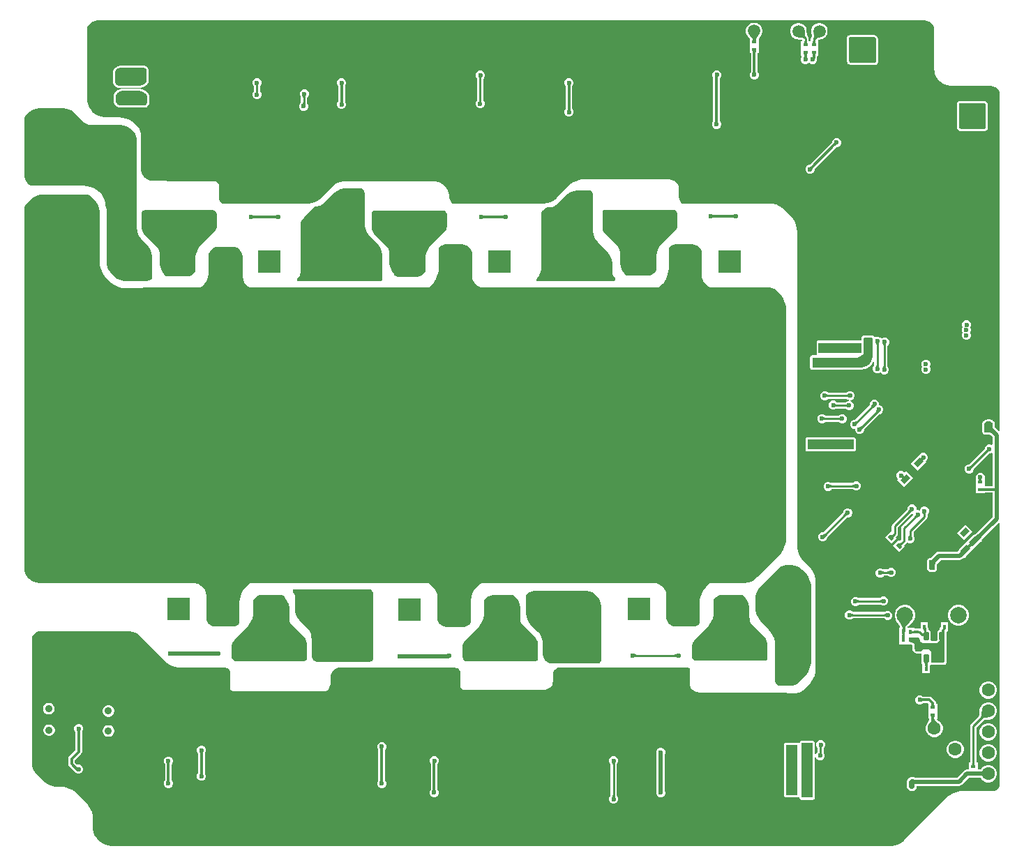
<source format=gbl>
G04*
G04 #@! TF.GenerationSoftware,Altium Limited,Altium Designer,22.5.1 (42)*
G04*
G04 Layer_Physical_Order=2*
G04 Layer_Color=16711680*
%FSLAX25Y25*%
%MOIN*%
G70*
G04*
G04 #@! TF.SameCoordinates,F388C647-0276-4BD7-974E-F153A5A87125*
G04*
G04*
G04 #@! TF.FilePolarity,Positive*
G04*
G01*
G75*
%ADD10C,0.01000*%
%ADD14C,0.01181*%
%ADD52C,0.00984*%
%ADD53C,0.01968*%
%ADD55R,0.02362X0.01575*%
%ADD56R,0.01575X0.02362*%
G04:AMPARAMS|DCode=57|XSize=23.62mil|YSize=15.75mil|CornerRadius=0mil|HoleSize=0mil|Usage=FLASHONLY|Rotation=315.000|XOffset=0mil|YOffset=0mil|HoleType=Round|Shape=Rectangle|*
%AMROTATEDRECTD57*
4,1,4,-0.01392,0.00278,-0.00278,0.01392,0.01392,-0.00278,0.00278,-0.01392,-0.01392,0.00278,0.0*
%
%ADD57ROTATEDRECTD57*%

G04:AMPARAMS|DCode=64|XSize=39.37mil|YSize=27.56mil|CornerRadius=0mil|HoleSize=0mil|Usage=FLASHONLY|Rotation=225.000|XOffset=0mil|YOffset=0mil|HoleType=Round|Shape=Rectangle|*
%AMROTATEDRECTD64*
4,1,4,0.00418,0.02366,0.02366,0.00418,-0.00418,-0.02366,-0.02366,-0.00418,0.00418,0.02366,0.0*
%
%ADD64ROTATEDRECTD64*%

%ADD77C,0.03150*%
%ADD82O,0.10630X0.11811*%
%ADD83R,0.11024X0.11024*%
%ADD84C,0.05906*%
%ADD85C,0.06299*%
%ADD86C,0.24016*%
%ADD87C,0.07874*%
%ADD88C,0.03543*%
%ADD89C,0.03937*%
%ADD90C,0.02362*%
G04:AMPARAMS|DCode=91|XSize=23.62mil|YSize=39.37mil|CornerRadius=2.01mil|HoleSize=0mil|Usage=FLASHONLY|Rotation=180.000|XOffset=0mil|YOffset=0mil|HoleType=Round|Shape=RoundedRectangle|*
%AMROUNDEDRECTD91*
21,1,0.02362,0.03535,0,0,180.0*
21,1,0.01961,0.03937,0,0,180.0*
1,1,0.00402,-0.00980,0.01768*
1,1,0.00402,0.00980,0.01768*
1,1,0.00402,0.00980,-0.01768*
1,1,0.00402,-0.00980,-0.01768*
%
%ADD91ROUNDEDRECTD91*%
%ADD92R,0.04803X0.03583*%
%ADD93R,0.22154X0.04633*%
%ADD94R,0.05217X0.24213*%
%ADD95R,0.22736X0.05020*%
%ADD96R,0.05217X0.26181*%
%ADD97R,0.20571X0.05020*%
G36*
X656920Y498317D02*
X657899Y497912D01*
X658779Y497323D01*
X659154Y496949D01*
X659458Y496645D01*
X659936Y495929D01*
X660265Y495134D01*
X660433Y494290D01*
X660433Y493860D01*
X660433Y474872D01*
X660467Y474180D01*
X660737Y472823D01*
X661266Y471545D01*
X662035Y470395D01*
X662500Y469882D01*
X663184Y469262D01*
X664718Y468237D01*
X666422Y467531D01*
X668231Y467171D01*
X669153Y467126D01*
X687143D01*
X687143Y467126D01*
X687143Y467126D01*
X687673Y467126D01*
X688711Y466919D01*
X689690Y466514D01*
X690570Y465926D01*
X690945Y465551D01*
X691132Y465364D01*
X691426Y464924D01*
X691629Y464434D01*
X691732Y463915D01*
X691732Y463650D01*
X691732Y302266D01*
X691232Y302059D01*
X689499Y303793D01*
X689429Y303896D01*
X689344Y304101D01*
X689296Y304343D01*
X689291Y304454D01*
Y305792D01*
X689272Y305889D01*
Y305988D01*
X689246Y306117D01*
X689208Y306209D01*
X689189Y306306D01*
X689138Y306428D01*
X689083Y306510D01*
X689045Y306601D01*
X688972Y306712D01*
X688902Y306781D01*
X688847Y306864D01*
X688800Y306910D01*
X688751Y306943D01*
X688714Y306988D01*
X688337Y307286D01*
X688301Y307304D01*
X688272Y307333D01*
X688177Y307396D01*
X688086Y307434D01*
X688004Y307489D01*
X687637Y307641D01*
X687540Y307660D01*
X687449Y307698D01*
X687059Y307776D01*
X686960D01*
X686863Y307795D01*
X685774D01*
X685677Y307776D01*
X685579D01*
X685189Y307698D01*
X685098Y307660D01*
X685001Y307641D01*
X684634Y307489D01*
X684552Y307434D01*
X684460Y307396D01*
X684366Y307333D01*
X684337Y307304D01*
X684301Y307286D01*
X683924Y306988D01*
X683835Y306883D01*
X683734Y306789D01*
X683538Y306517D01*
X683489Y306411D01*
X683423Y306313D01*
X683408Y306234D01*
X683374Y306162D01*
X683370Y306044D01*
X683347Y305929D01*
Y302034D01*
X683368Y301930D01*
X683369Y301824D01*
X683468Y301364D01*
X683504Y301281D01*
X683522Y301191D01*
X683581Y301103D01*
X683623Y301005D01*
X683688Y300941D01*
X683739Y300865D01*
X683786Y300818D01*
X683868Y300764D01*
X683938Y300694D01*
X684048Y300620D01*
X684139Y300582D01*
X684222Y300527D01*
X684344Y300477D01*
X684441Y300457D01*
X684532Y300419D01*
X684662Y300394D01*
X684761Y300394D01*
X684858Y300374D01*
X686837D01*
X686936Y300370D01*
X687154Y300326D01*
X687337Y300251D01*
X687418Y300196D01*
X688150Y299464D01*
Y295978D01*
X687650Y295656D01*
X687143Y295866D01*
X686282D01*
X685486Y295536D01*
X684877Y294927D01*
X684547Y294131D01*
Y293876D01*
X684531Y293851D01*
X684511Y293823D01*
X684488Y293797D01*
X677049Y286357D01*
X677041Y286351D01*
X677008Y286327D01*
X676994Y286319D01*
X676636D01*
X675840Y285989D01*
X675231Y285380D01*
X674902Y284584D01*
Y283723D01*
X675231Y282927D01*
X675840Y282318D01*
X676636Y281988D01*
X677498D01*
X678294Y282318D01*
X678903Y282927D01*
X679232Y283723D01*
Y283979D01*
X679248Y284004D01*
X679269Y284032D01*
X679291Y284058D01*
X686730Y291497D01*
X686738Y291503D01*
X686772Y291527D01*
X686785Y291535D01*
X687143D01*
X687650Y291745D01*
X688150Y291423D01*
Y275917D01*
X684880D01*
X684449Y276083D01*
Y279450D01*
X684547Y279687D01*
Y280549D01*
X684218Y281345D01*
X683608Y281954D01*
X682813Y282283D01*
X681951D01*
X681155Y281954D01*
X680546Y281345D01*
X680217Y280549D01*
Y279687D01*
X680175Y279626D01*
X680118D01*
Y276083D01*
X680118D01*
X680118Y275583D01*
Y272539D01*
X683416D01*
X683453Y272532D01*
X683487Y272539D01*
X683521Y272534D01*
X683539Y272539D01*
X684449D01*
Y272705D01*
X688150D01*
Y261067D01*
X680276Y253193D01*
X680084Y253019D01*
X680049Y252990D01*
X679810Y253229D01*
X679132Y252551D01*
X679100Y252530D01*
X679080Y252499D01*
X675723Y249142D01*
X675704Y249162D01*
X672258Y245716D01*
X672227Y245695D01*
X672206Y245665D01*
X671528Y244986D01*
Y244986D01*
X671181Y244625D01*
X662697D01*
X661929Y244472D01*
X661278Y244037D01*
X658908Y241668D01*
X658510D01*
X658451Y241656D01*
X658415Y241660D01*
X658372Y241649D01*
X658315Y241649D01*
X658289Y241644D01*
X658198Y241606D01*
X658126Y241592D01*
X658102Y241575D01*
X658038Y241558D01*
X657623Y241351D01*
X657514Y241266D01*
X657395Y241195D01*
X657360Y241147D01*
X657314Y241111D01*
X657245Y240991D01*
X657163Y240880D01*
X656966Y240461D01*
X656960Y240438D01*
X656947Y240418D01*
X656913Y240249D01*
X656872Y240081D01*
X656875Y240058D01*
X656871Y240034D01*
Y236842D01*
X656890Y236745D01*
Y236646D01*
X656941Y236386D01*
X656979Y236295D01*
X656998Y236198D01*
X657100Y235953D01*
X657155Y235871D01*
X657193Y235780D01*
X657340Y235560D01*
X657410Y235490D01*
X657465Y235408D01*
X657558Y235314D01*
X657558Y235314D01*
X657605Y235267D01*
X657687Y235212D01*
X657757Y235142D01*
X657867Y235069D01*
X657958Y235031D01*
X658041Y234976D01*
X658163Y234926D01*
X658260Y234906D01*
X658351Y234868D01*
X658481Y234842D01*
X658580Y234842D01*
X658677Y234823D01*
X660035D01*
X660132Y234842D01*
X660230D01*
X660414Y234879D01*
X660505Y234917D01*
X660602Y234936D01*
X660775Y235008D01*
X660857Y235063D01*
X660949Y235101D01*
X661104Y235205D01*
X661174Y235274D01*
X661256Y235329D01*
X661323Y235396D01*
X661323Y235396D01*
X661323Y235396D01*
X661323Y235396D01*
X661339Y235412D01*
X661340Y235412D01*
X661340Y235413D01*
X661363Y235436D01*
X661418Y235518D01*
X661488Y235588D01*
X661524Y235643D01*
X661562Y235734D01*
X661617Y235817D01*
X661643Y235878D01*
X661662Y235975D01*
X661674Y236005D01*
Y236005D01*
X661700Y236066D01*
X661713Y236131D01*
X661713Y236230D01*
X661732Y236327D01*
Y238412D01*
X661737Y238511D01*
X661780Y238729D01*
X661856Y238912D01*
X661910Y238993D01*
X663528Y240611D01*
X672501D01*
X673269Y240764D01*
X673920Y241199D01*
X674269Y241548D01*
X674868Y241645D01*
X674868D01*
X675547Y242324D01*
X675578Y242344D01*
X675599Y242375D01*
X678955Y245732D01*
X678975Y245713D01*
X682420Y249158D01*
X682451Y249179D01*
X682472Y249210D01*
X683151Y249888D01*
X682917Y250122D01*
X683176Y250416D01*
X691232Y258472D01*
X691732Y258265D01*
X691732Y141005D01*
Y133397D01*
X691732Y133397D01*
X691732Y133132D01*
X691629Y132613D01*
X691426Y132124D01*
X691132Y131683D01*
X690617Y131168D01*
X689847Y130654D01*
X688990Y130299D01*
X688082Y130118D01*
X687618Y130118D01*
X673503D01*
X673503Y130118D01*
X672523Y130070D01*
X670601Y129688D01*
X668789Y128937D01*
X667159Y127848D01*
X666432Y127189D01*
X645912Y106669D01*
X645216Y105973D01*
X643578Y104878D01*
X641758Y104124D01*
X639826Y103740D01*
X638841Y103740D01*
X267331D01*
X265399Y104124D01*
X263579Y104878D01*
X261941Y105973D01*
X261244Y106669D01*
X260236Y107677D01*
X259768Y108145D01*
X259033Y109246D01*
X258526Y110469D01*
X258268Y111768D01*
Y117315D01*
X258268D01*
X258268Y117315D01*
X258220Y118295D01*
X257837Y120217D01*
X257087Y122029D01*
X255998Y123659D01*
X255339Y124386D01*
X250567Y129158D01*
X250567Y129158D01*
X249840Y129817D01*
X248210Y130906D01*
X246398Y131656D01*
X244476Y132038D01*
X243496Y132087D01*
X241634Y132087D01*
X240698D01*
X238861Y132452D01*
X237132Y133168D01*
X235575Y134209D01*
X231102Y138681D01*
X231102Y138681D01*
X230681Y139102D01*
X230019Y140093D01*
X229563Y141194D01*
X229331Y142362D01*
X229331Y142958D01*
Y203740D01*
X229331Y203740D01*
X229424Y204202D01*
X229466Y204303D01*
X229596Y204498D01*
X229679Y204580D01*
X230709Y205610D01*
X230709Y205610D01*
X231075Y205933D01*
X231493Y206212D01*
X232105Y206465D01*
X232754Y206594D01*
X233085Y206594D01*
X274598Y206594D01*
X274598Y206594D01*
X274598Y206594D01*
X275583Y206594D01*
X277515Y206210D01*
X279335Y205456D01*
X280973Y204362D01*
X281669Y203666D01*
X293331Y192004D01*
X293331Y192004D01*
X294058Y191345D01*
X295688Y190256D01*
X297499Y189505D01*
X299422Y189123D01*
X300402Y189075D01*
X321901D01*
X321901Y189075D01*
X321901Y189075D01*
X321901D01*
X322360Y189023D01*
X322489Y188997D01*
X322856Y188845D01*
X323186Y188625D01*
X323327Y188484D01*
X323444Y188367D01*
X323628Y188092D01*
X323754Y187786D01*
X323819Y187462D01*
X323819Y187296D01*
X323819Y179772D01*
X323829Y179575D01*
X323906Y179187D01*
X324057Y178822D01*
X324277Y178493D01*
X324409Y178347D01*
X324532Y178236D01*
X324805Y178053D01*
X325110Y177927D01*
X325433Y177862D01*
X325598Y177854D01*
X369145D01*
X369343Y177864D01*
X369730Y177941D01*
X370096Y178092D01*
X370424Y178312D01*
X370571Y178445D01*
X370881Y178787D01*
X371393Y179554D01*
X371746Y180406D01*
X371926Y181310D01*
X371949Y181772D01*
X371949Y184665D01*
X371949D01*
X371955Y185163D01*
X372130Y186038D01*
X372484Y186894D01*
X372999Y187664D01*
X373327Y187992D01*
X373584Y188250D01*
X374190Y188654D01*
X374862Y188933D01*
X375576Y189075D01*
X375941Y189075D01*
X431604Y189075D01*
X431604Y189075D01*
X431604Y189075D01*
X431604D01*
X432064Y189029D01*
X432291Y188984D01*
X432719Y188807D01*
X433104Y188550D01*
X433268Y188386D01*
X433431Y188222D01*
X433689Y187837D01*
X433866Y187409D01*
X433957Y186954D01*
X433957Y186723D01*
X433957Y180461D01*
X433966Y180263D01*
X434044Y179876D01*
X434195Y179511D01*
X434414Y179182D01*
X434547Y179035D01*
X434669Y178925D01*
X434943Y178742D01*
X435248Y178616D01*
X435571Y178551D01*
X435735Y178543D01*
X473740D01*
X474201Y178566D01*
X475106Y178746D01*
X475958Y179099D01*
X476725Y179611D01*
X477067Y179921D01*
X477333Y180215D01*
X477772Y180872D01*
X478074Y181602D01*
X478229Y182377D01*
X478248Y182773D01*
X478248Y185911D01*
X478248Y185911D01*
X478279Y186398D01*
X478377Y186891D01*
X478630Y187503D01*
X478998Y188053D01*
X479232Y188287D01*
X479466Y188521D01*
X480017Y188889D01*
X480628Y189143D01*
X481278Y189272D01*
X481608Y189272D01*
X542217Y189272D01*
X542217Y189272D01*
X542217Y189272D01*
X542217D01*
X542676Y189213D01*
X542707Y189207D01*
X543013Y189080D01*
X543289Y188897D01*
X543405Y188779D01*
X543476Y188709D01*
X543586Y188544D01*
X543662Y188361D01*
X543701Y188166D01*
X543701Y188067D01*
X543701Y180838D01*
X543714Y180574D01*
X543817Y180058D01*
X544018Y179571D01*
X544200Y179298D01*
X544311Y179132D01*
X544313Y179130D01*
X544488Y178937D01*
X544511Y178914D01*
X544512Y178913D01*
X544512Y178913D01*
X544946Y178520D01*
X545919Y177870D01*
X546999Y177422D01*
X548147Y177194D01*
X548732Y177165D01*
X586713D01*
X593615Y176772D01*
X593615Y176772D01*
X594241Y176802D01*
X595469Y177047D01*
X596625Y177526D01*
X597666Y178221D01*
X598130Y178642D01*
X600282Y180793D01*
X600614Y181126D01*
X600614Y181126D01*
X600614Y181126D01*
X600614Y181126D01*
X601273Y181853D01*
X602362Y183483D01*
X603113Y185294D01*
X603495Y187217D01*
X603543Y188197D01*
X603543Y230405D01*
X603543D01*
X603543Y230405D01*
X603495Y231385D01*
X603113Y233308D01*
X602362Y235119D01*
X601273Y236749D01*
X600614Y237476D01*
X597016Y241075D01*
X595922Y242712D01*
X595168Y244532D01*
X594783Y246464D01*
Y247449D01*
Y397925D01*
X594783D01*
X594783Y397925D01*
X594735Y398905D01*
X594353Y400828D01*
X593603Y402639D01*
X592514Y404269D01*
X591854Y404996D01*
X588952Y407898D01*
X588952Y407898D01*
X588225Y408557D01*
X586595Y409646D01*
X584784Y410396D01*
X582862Y410779D01*
X581882Y410827D01*
X540483Y410827D01*
X540224Y410878D01*
X539979Y410980D01*
X539759Y411127D01*
X539665Y411221D01*
X539361Y411525D01*
X538883Y412240D01*
X538554Y413035D01*
X538386Y413879D01*
X538386Y414310D01*
Y417916D01*
X538386D01*
X538386Y417916D01*
X538386Y417917D01*
X538366Y418312D01*
X538353Y418377D01*
X538212Y419087D01*
X537910Y419817D01*
X537470Y420474D01*
X537205Y420768D01*
X536789Y421144D01*
X535858Y421766D01*
X534824Y422195D01*
X533725Y422413D01*
X533165Y422441D01*
X492725Y422441D01*
X492725Y422441D01*
X491745Y422393D01*
X489822Y422010D01*
X488011Y421260D01*
X486381Y420171D01*
X485654Y419512D01*
X479799Y413657D01*
X479103Y412961D01*
X477465Y411867D01*
X475645Y411113D01*
X473713Y410728D01*
X430641D01*
X430381Y410780D01*
X430137Y410881D01*
X429916Y411028D01*
X429823Y411122D01*
X429542Y411403D01*
X429101Y412063D01*
X428797Y412797D01*
X428642Y413576D01*
X428642Y413974D01*
Y414567D01*
X428642D01*
X428642Y414567D01*
X428613Y415149D01*
X428386Y416291D01*
X427940Y417367D01*
X427293Y418335D01*
X426902Y418767D01*
X425787Y419882D01*
X425787Y419882D01*
X425372Y420258D01*
X424441Y420881D01*
X423406Y421309D01*
X422308Y421528D01*
X421748Y421555D01*
X379241Y421555D01*
X379240Y421555D01*
X378260Y421507D01*
X376338Y421125D01*
X374527Y420374D01*
X372897Y419285D01*
X372169Y418626D01*
X367201Y413657D01*
X366504Y412961D01*
X364866Y411867D01*
X363046Y411113D01*
X361114Y410728D01*
X321018D01*
X320564Y410819D01*
X320136Y410996D01*
X319750Y411253D01*
X319587Y411417D01*
X319353Y411651D01*
X318985Y412202D01*
X318731Y412813D01*
X318602Y413462D01*
Y418785D01*
X318602D01*
X318602Y418785D01*
X318602Y418785D01*
X318586Y419115D01*
X318560Y419245D01*
X318458Y419761D01*
X318206Y420369D01*
X317840Y420917D01*
X317618Y421161D01*
X317618Y421161D01*
X317496Y421272D01*
X317222Y421455D01*
X316918Y421581D01*
X316595Y421645D01*
X316430Y421654D01*
X300098D01*
X287389Y421752D01*
X286760D01*
X285526Y421997D01*
X284364Y422479D01*
X283319Y423177D01*
X282523Y423973D01*
X281971Y424799D01*
X281591Y425716D01*
X281398Y426690D01*
X281398Y427186D01*
Y441831D01*
X281201Y443754D01*
X281201D01*
X281201Y443754D01*
X281172Y444347D01*
X280940Y445510D01*
X280486Y446606D01*
X279828Y447592D01*
X279429Y448032D01*
X278323Y449138D01*
X278323Y449138D01*
X277595Y449797D01*
X275965Y450886D01*
X274154Y451636D01*
X272232Y452019D01*
X271252Y452067D01*
X264724Y452067D01*
X263797D01*
X261980Y452428D01*
X260267Y453138D01*
X258726Y454168D01*
X258071Y454823D01*
X257462Y455431D01*
X256506Y456862D01*
X255848Y458452D01*
X255512Y460140D01*
Y461001D01*
Y493622D01*
X255512Y493622D01*
X255519Y494119D01*
X255693Y494994D01*
X256047Y495851D01*
X256562Y496621D01*
X256890Y496949D01*
X257264Y497323D01*
X258145Y497912D01*
X259123Y498317D01*
X260162Y498524D01*
X260692Y498524D01*
X655352Y498524D01*
X655352Y498524D01*
X655352Y498524D01*
X655881Y498524D01*
X656920Y498317D01*
D02*
G37*
G36*
X243102Y456595D02*
X243102Y456595D01*
X244087Y456595D01*
X246019Y456210D01*
X247839Y455456D01*
X249477Y454362D01*
X250173Y453665D01*
X254035Y449803D01*
Y449803D01*
X254329Y449537D01*
X254986Y449098D01*
X255716Y448796D01*
X256492Y448641D01*
X256887Y448622D01*
X269365D01*
X269861Y448622D01*
X269863Y448622D01*
X270066Y448612D01*
X270070Y448612D01*
X270457Y448587D01*
X270527Y448588D01*
X271388Y448603D01*
X273222Y448273D01*
X274955Y447591D01*
X276523Y446583D01*
X277193Y445937D01*
X277559Y445571D01*
X277559Y445571D01*
Y445571D01*
X277934Y445196D01*
X278522Y444316D01*
X278927Y443337D01*
X279134Y442299D01*
X279134Y441769D01*
X279134Y400402D01*
X279182Y399422D01*
X279564Y397499D01*
X280315Y395688D01*
X281404Y394058D01*
X282063Y393331D01*
X283784Y391610D01*
X283784Y391610D01*
X284480Y390914D01*
X285575Y389276D01*
X286328Y387456D01*
X286713Y385524D01*
X286713Y384539D01*
X286713Y376466D01*
X286713Y376466D01*
X286713Y376235D01*
X286622Y375780D01*
X286445Y375352D01*
X286187Y374967D01*
X285836Y374616D01*
X285396Y374322D01*
X284907Y374119D01*
X284387Y374016D01*
X284123Y374016D01*
X274017D01*
X273057Y374016D01*
X271174Y374390D01*
X270147Y374816D01*
X269345Y375352D01*
X268849Y375801D01*
X266943Y377707D01*
X266494Y378203D01*
X265709Y379378D01*
X265198Y380611D01*
X264922Y381997D01*
X264889Y382665D01*
X264889Y405897D01*
X264889Y406882D01*
X264849Y407191D01*
X264828Y407502D01*
X264444Y409434D01*
X264344Y409729D01*
X264272Y409999D01*
Y410520D01*
X264272D01*
X264272Y410520D01*
X264236Y411245D01*
X263953Y412667D01*
X263399Y414005D01*
X262594Y415210D01*
X262106Y415748D01*
X261393Y416461D01*
X261393Y416461D01*
X260666Y417120D01*
X259036Y418209D01*
X257225Y418959D01*
X255303Y419342D01*
X254322Y419390D01*
X246457Y419488D01*
X229640D01*
X229309Y419488D01*
X228660Y419617D01*
X228048Y419871D01*
X227498Y420238D01*
X227264Y420472D01*
X226889Y420847D01*
X226301Y421728D01*
X225896Y422706D01*
X225689Y423745D01*
Y424274D01*
Y446544D01*
X225689Y446544D01*
Y446551D01*
X225689Y446554D01*
X225664Y447034D01*
X225614Y448031D01*
Y451488D01*
X225673Y451786D01*
X226028Y452642D01*
X226542Y453412D01*
X227549Y454419D01*
X229145Y455485D01*
X230918Y456220D01*
X232801Y456595D01*
X233761Y456595D01*
X243102Y456595D01*
X243102Y456595D01*
D02*
G37*
G36*
X386983Y418072D02*
X387166Y417996D01*
X387331Y417885D01*
X387402Y417815D01*
X387589Y417628D01*
X387883Y417187D01*
X388086Y416698D01*
X388189Y416179D01*
Y401181D01*
X388228Y400387D01*
X388538Y398828D01*
X389146Y397360D01*
X390029Y396039D01*
X390563Y395449D01*
X394576Y391436D01*
X395643Y389840D01*
X396377Y388067D01*
X396752Y386184D01*
Y385224D01*
Y374444D01*
X396355Y373980D01*
X396257Y373944D01*
X356004Y373944D01*
Y374757D01*
X356081Y375147D01*
X356233Y375514D01*
X356454Y375844D01*
X356594Y375984D01*
X356794Y376204D01*
X357123Y376697D01*
X357350Y377245D01*
X357466Y377826D01*
X357480Y378123D01*
Y399606D01*
Y400332D01*
X357763Y401755D01*
X358319Y403095D01*
X359125Y404302D01*
X363976Y409154D01*
X363976Y409154D01*
Y409154D01*
X364364Y409425D01*
X364535Y409496D01*
X364794Y409547D01*
X365256D01*
X365629Y409565D01*
X366359Y409711D01*
X367048Y409996D01*
X367668Y410410D01*
X367944Y410661D01*
X372465Y415181D01*
X372465Y415181D01*
Y415181D01*
X373161Y415878D01*
X374799Y416972D01*
X376619Y417726D01*
X378551Y418110D01*
X386788D01*
X386983Y418072D01*
D02*
G37*
G36*
X255610Y415157D02*
X255610Y415158D01*
X255610D01*
X256070Y415112D01*
X256303Y415066D01*
X256736Y414887D01*
X257125Y414627D01*
X257290Y414462D01*
X258784Y412968D01*
X258784Y412968D01*
Y412968D01*
X259480Y412272D01*
X260575Y410634D01*
X261328Y408814D01*
X261713Y406882D01*
X261713Y405897D01*
X261713Y382587D01*
X261761Y381607D01*
X262143Y379684D01*
X262893Y377873D01*
X263983Y376243D01*
X264641Y375516D01*
X266658Y373500D01*
X266658Y373500D01*
X267385Y372841D01*
X269015Y371752D01*
X270826Y371002D01*
X272749Y370619D01*
X273729Y370571D01*
X290945Y370768D01*
X308647D01*
X308977Y370784D01*
X309623Y370912D01*
X310231Y371164D01*
X310779Y371531D01*
X311024Y371752D01*
X311621Y372412D01*
X312610Y373891D01*
X313290Y375534D01*
X313637Y377278D01*
X313681Y378168D01*
X313681Y381607D01*
X313681Y386614D01*
X313681D01*
X313734Y387092D01*
X313763Y387238D01*
X313925Y387627D01*
X314159Y387977D01*
X315635Y389454D01*
X316296Y389895D01*
X317030Y390199D01*
X317809Y390354D01*
X318206Y390354D01*
X325061Y390354D01*
X325061Y390354D01*
X325061Y390354D01*
X325061D01*
X325523Y390348D01*
X326335Y390186D01*
X327130Y389857D01*
X327845Y389379D01*
X328150Y389075D01*
X328547Y388677D01*
X329173Y387741D01*
X329603Y386702D01*
X329823Y385598D01*
X329823Y385035D01*
X329823Y376764D01*
X329858Y376043D01*
X330139Y374630D01*
X330691Y373299D01*
X331491Y372100D01*
X331976Y371566D01*
X332174Y371386D01*
X332618Y371090D01*
X333112Y370885D01*
X333636Y370781D01*
X333903Y370768D01*
X418799Y370768D01*
D01*
X420595Y372563D01*
X420595D01*
X420595Y372563D01*
X421254Y373290D01*
X422343Y374920D01*
X423093Y376731D01*
X423476Y378654D01*
X423524Y379634D01*
Y388090D01*
Y389135D01*
X423588Y389459D01*
X423715Y389765D01*
X423899Y390040D01*
X424016Y390158D01*
X424320Y390462D01*
X425035Y390940D01*
X425831Y391269D01*
X426675Y391437D01*
X435015D01*
X436054Y391230D01*
X437032Y390825D01*
X437913Y390237D01*
X438287Y389862D01*
X438568Y389581D01*
X439010Y388921D01*
X439314Y388187D01*
X439468Y387408D01*
Y376126D01*
X439490Y375697D01*
X439657Y374857D01*
X439985Y374065D01*
X440461Y373353D01*
X440749Y373035D01*
X441975Y371809D01*
X441975Y371809D01*
X442233Y371574D01*
X442346Y371499D01*
X442813Y371187D01*
X443456Y370921D01*
X444140Y370785D01*
X444488Y370768D01*
Y370768D01*
X528728Y370768D01*
X528728Y370768D01*
X530524Y372563D01*
X530524D01*
X530524Y372563D01*
X531183Y373290D01*
X532272Y374920D01*
X533022Y376731D01*
X533405Y378654D01*
X533453Y379634D01*
Y388091D01*
Y389135D01*
X533517Y389459D01*
X533644Y389765D01*
X533828Y390040D01*
X533945Y390158D01*
X534249Y390462D01*
X534965Y390940D01*
X535760Y391269D01*
X536604Y391437D01*
X544944D01*
X545983Y391230D01*
X546961Y390825D01*
X547842Y390237D01*
X548216Y389862D01*
X548497Y389581D01*
X548939Y388921D01*
X549243Y388187D01*
X549398Y387408D01*
Y376126D01*
X549419Y375697D01*
X549586Y374857D01*
X549914Y374065D01*
X550390Y373353D01*
X550678Y373035D01*
X551904Y371809D01*
X551904Y371809D01*
X552162Y371575D01*
X552276Y371499D01*
X552742Y371187D01*
X553385Y370921D01*
X554069Y370785D01*
X554417Y370768D01*
Y370768D01*
X563878D01*
X581057Y370768D01*
X581058Y370768D01*
X581058Y370768D01*
X581653Y370768D01*
X582822Y370535D01*
X583923Y370079D01*
X584913Y369417D01*
X585335Y368996D01*
X586540Y367791D01*
X586540Y367791D01*
Y367791D01*
X587236Y367095D01*
X588330Y365457D01*
X589084Y363637D01*
X589468Y361705D01*
X589468Y360720D01*
X589468Y250304D01*
X589468Y250304D01*
X589468Y249319D01*
X589084Y247387D01*
X588330Y245567D01*
X587236Y243929D01*
X586540Y243232D01*
X575782Y232475D01*
X575086Y231779D01*
X573448Y230684D01*
X571628Y229930D01*
X569696Y229546D01*
X568711Y229546D01*
X553260D01*
X553083Y229386D01*
X551287Y227590D01*
X550628Y226863D01*
X549539Y225233D01*
X548789Y223422D01*
X548406Y221499D01*
X548358Y220519D01*
Y211184D01*
X548358Y211184D01*
X548358Y211019D01*
X548294Y210694D01*
X548167Y210388D01*
X547983Y210113D01*
X547866Y209996D01*
Y209996D01*
X547562Y209692D01*
X546846Y209214D01*
X546051Y208884D01*
X545207Y208717D01*
X544777Y208717D01*
X536867Y208717D01*
X535828Y208923D01*
X534850Y209329D01*
X533969Y209917D01*
X533314Y210572D01*
X532872Y211233D01*
X532568Y211966D01*
X532413Y212746D01*
X532413Y213143D01*
Y224028D01*
X532413D01*
X532413Y224028D01*
X532413Y224028D01*
X532392Y224456D01*
X532386Y224489D01*
X532225Y225297D01*
X531897Y226089D01*
X531421Y226801D01*
X531133Y227119D01*
X529907Y228345D01*
X529907Y228345D01*
X529649Y228579D01*
X529069Y228966D01*
X528426Y229233D01*
X527742Y229369D01*
X527394Y229386D01*
Y229546D01*
X443839D01*
X443492Y229232D01*
X441697Y227437D01*
X441038Y226710D01*
X439949Y225080D01*
X439198Y223269D01*
X438816Y221346D01*
X438768Y220366D01*
X438768Y220366D01*
X438768Y220366D01*
X438768Y211031D01*
X438768Y210865D01*
X438703Y210541D01*
X438576Y210235D01*
X438393Y209960D01*
X437971Y209538D01*
X437256Y209060D01*
X436461Y208731D01*
X435617Y208563D01*
X435186Y208563D01*
X427276Y208563D01*
X426237Y208770D01*
X425259Y209175D01*
X424378Y209763D01*
X423723Y210419D01*
X423282Y211079D01*
X422978Y211813D01*
X422823Y212592D01*
X422823Y223874D01*
X422807Y224249D01*
X422678Y224988D01*
X422426Y225695D01*
X422056Y226347D01*
X421831Y226647D01*
X421831Y226647D01*
X418932Y229546D01*
X333286D01*
X333114Y229374D01*
X331319Y227578D01*
X330660Y226851D01*
X329571Y225221D01*
X328820Y223410D01*
X328438Y221488D01*
X328390Y220508D01*
X328390Y220508D01*
X328390Y220508D01*
X328390Y211172D01*
X328390Y211007D01*
X328325Y210682D01*
X328199Y210377D01*
X328015Y210101D01*
X327898Y209984D01*
X327593Y209680D01*
X326878Y209202D01*
X326083Y208873D01*
X325303Y208717D01*
X324809Y208705D01*
X324809Y208705D01*
X317428Y208705D01*
X316898Y208705D01*
X315860Y208911D01*
X314881Y209317D01*
X314000Y209905D01*
X313345Y210560D01*
X312904Y211221D01*
X312600Y211955D01*
X312445Y212734D01*
X312445Y224016D01*
X312424Y224444D01*
X312257Y225285D01*
X311929Y226077D01*
X311453Y226789D01*
X311164Y227107D01*
X311164Y227107D01*
X309939Y228333D01*
X309680Y228567D01*
X309101Y228954D01*
X308457Y229221D01*
X307886Y229335D01*
X307774Y229357D01*
X307425Y229374D01*
X307425Y229374D01*
X307425Y229374D01*
Y229546D01*
X237795D01*
X233680Y229528D01*
X232786D01*
X231033Y229876D01*
X229382Y230560D01*
X227896Y231553D01*
X227264Y232185D01*
X226866Y232583D01*
X226241Y233519D01*
X225810Y234558D01*
X225590Y235662D01*
X225590Y236225D01*
Y408563D01*
X225591Y408563D01*
X225626Y409048D01*
X225709Y409464D01*
X225942Y410026D01*
X226280Y410532D01*
X228740Y412992D01*
X228740Y412992D01*
Y412992D01*
X229255Y413507D01*
X230466Y414316D01*
X231811Y414873D01*
X233240Y415158D01*
X233968Y415157D01*
X255610Y415158D01*
X255610Y415157D01*
D02*
G37*
G36*
X495914Y417245D02*
X496281Y417093D01*
X496611Y416873D01*
X496869Y416615D01*
X497053Y416340D01*
X497180Y416034D01*
X497244Y415710D01*
Y398926D01*
X497292Y397945D01*
X497675Y396023D01*
X498425Y394212D01*
X499514Y392582D01*
X500173Y391855D01*
X503567Y388460D01*
X503567Y388460D01*
X504264Y387764D01*
X505358Y386126D01*
X506112Y384306D01*
X506496Y382374D01*
Y377943D01*
X506507Y377712D01*
X506597Y377260D01*
X506774Y376834D01*
X507030Y376451D01*
X507185Y376279D01*
X507497Y375967D01*
X507563Y375901D01*
X507667Y375746D01*
X507739Y375572D01*
X507776Y375389D01*
Y374438D01*
X507377Y373972D01*
X507307Y373944D01*
X470374Y373944D01*
Y374545D01*
X470477Y375064D01*
X470680Y375554D01*
X470974Y375994D01*
X471161Y376181D01*
X471494Y376548D01*
X472043Y377369D01*
X472421Y378282D01*
X472613Y379251D01*
X472638Y379745D01*
Y406562D01*
X472702Y406883D01*
X472827Y407186D01*
X473009Y407458D01*
X473125Y407574D01*
X474129Y408578D01*
X474479Y408812D01*
X474868Y408973D01*
X475281Y409055D01*
X476218D01*
X476745Y409081D01*
X477779Y409287D01*
X478752Y409690D01*
X479629Y410276D01*
X480020Y410630D01*
X483784Y414394D01*
X483784Y414394D01*
Y414394D01*
X484480Y415090D01*
X486118Y416185D01*
X487938Y416938D01*
X489870Y417323D01*
X495525D01*
X495914Y417245D01*
D02*
G37*
G36*
X564708Y404095D02*
X564657Y404139D01*
X564598Y404179D01*
X564531Y404215D01*
X564455Y404246D01*
X564370Y404272D01*
X564277Y404293D01*
X564175Y404310D01*
X564065Y404321D01*
X563820Y404331D01*
Y405512D01*
X563947Y405514D01*
X564175Y405533D01*
X564277Y405550D01*
X564370Y405571D01*
X564455Y405597D01*
X564531Y405628D01*
X564598Y405663D01*
X564657Y405703D01*
X564708Y405748D01*
Y404095D01*
D02*
G37*
G36*
X554339Y405703D02*
X554398Y405663D01*
X554465Y405628D01*
X554542Y405597D01*
X554626Y405571D01*
X554719Y405550D01*
X554821Y405533D01*
X554931Y405521D01*
X555176Y405512D01*
Y404331D01*
X555049Y404328D01*
X554821Y404310D01*
X554719Y404293D01*
X554626Y404272D01*
X554542Y404246D01*
X554465Y404215D01*
X554398Y404179D01*
X554339Y404139D01*
X554288Y404095D01*
Y405748D01*
X554339Y405703D01*
D02*
G37*
G36*
X454865Y403799D02*
X454815Y403844D01*
X454756Y403884D01*
X454688Y403920D01*
X454612Y403950D01*
X454527Y403976D01*
X454434Y403998D01*
X454333Y404014D01*
X454223Y404026D01*
X453977Y404035D01*
Y405217D01*
X454104Y405219D01*
X454333Y405238D01*
X454434Y405254D01*
X454527Y405276D01*
X454612Y405302D01*
X454688Y405332D01*
X454756Y405368D01*
X454815Y405408D01*
X454865Y405453D01*
Y403799D01*
D02*
G37*
G36*
X444693Y405408D02*
X444752Y405368D01*
X444820Y405332D01*
X444896Y405302D01*
X444980Y405276D01*
X445074Y405254D01*
X445175Y405238D01*
X445285Y405226D01*
X445531Y405217D01*
Y404035D01*
X445404Y404033D01*
X445175Y404014D01*
X445074Y403998D01*
X444980Y403976D01*
X444896Y403950D01*
X444820Y403920D01*
X444752Y403884D01*
X444693Y403844D01*
X444643Y403799D01*
Y405453D01*
X444693Y405408D01*
D02*
G37*
G36*
X346007Y403799D02*
X345956Y403844D01*
X345897Y403884D01*
X345830Y403920D01*
X345754Y403950D01*
X345669Y403976D01*
X345576Y403998D01*
X345475Y404014D01*
X345364Y404026D01*
X345119Y404035D01*
Y405217D01*
X345246Y405219D01*
X345475Y405238D01*
X345576Y405254D01*
X345669Y405276D01*
X345754Y405302D01*
X345830Y405332D01*
X345897Y405368D01*
X345956Y405408D01*
X346007Y405453D01*
Y403799D01*
D02*
G37*
G36*
X334949Y405408D02*
X335008Y405368D01*
X335076Y405332D01*
X335152Y405302D01*
X335236Y405276D01*
X335329Y405254D01*
X335431Y405238D01*
X335541Y405226D01*
X335787Y405217D01*
Y404035D01*
X335660Y404033D01*
X335431Y404014D01*
X335329Y403998D01*
X335236Y403976D01*
X335152Y403950D01*
X335076Y403920D01*
X335008Y403884D01*
X334949Y403844D01*
X334899Y403799D01*
Y405453D01*
X334949Y405408D01*
D02*
G37*
G36*
X536351Y407931D02*
X536596Y407830D01*
X536816Y407683D01*
X536909Y407589D01*
X537097Y407402D01*
X537391Y406962D01*
X537594Y406473D01*
X537697Y405953D01*
X537697Y400424D01*
X537551Y399689D01*
X537264Y398997D01*
X536848Y398374D01*
X536583Y398110D01*
X530390Y391916D01*
Y391916D01*
X529731Y391189D01*
X528641Y389559D01*
X527891Y387748D01*
X527509Y385825D01*
X527461Y384845D01*
Y379145D01*
X527461D01*
Y379051D01*
X527424Y378867D01*
X527352Y378694D01*
X527248Y378539D01*
X526159Y377449D01*
X525381Y376929D01*
X524516Y376571D01*
X523598Y376389D01*
X513916D01*
X513592Y376453D01*
X513286Y376580D01*
X512894Y376881D01*
X512894Y376881D01*
X512560Y377215D01*
X512262Y377513D01*
X511269Y378999D01*
X510585Y380650D01*
X510236Y382403D01*
Y387314D01*
X510212Y387803D01*
X510021Y388762D01*
X509647Y389666D01*
X509103Y390479D01*
X508775Y390842D01*
X503150Y396467D01*
X502822Y396795D01*
X502307Y397566D01*
X501953Y398422D01*
X501772Y399331D01*
Y406976D01*
X501810Y407171D01*
X501886Y407354D01*
X501997Y407519D01*
X502067Y407589D01*
X502161Y407683D01*
X502381Y407830D01*
X502625Y407931D01*
X502885Y407983D01*
X536091D01*
X536351Y407931D01*
D02*
G37*
G36*
X316272Y407666D02*
X316517Y407564D01*
X316737Y407417D01*
X316831Y407324D01*
X317018Y407136D01*
X317312Y406696D01*
X317515Y406207D01*
X317618Y405688D01*
Y405423D01*
Y400532D01*
Y400158D01*
X317472Y399423D01*
X317185Y398731D01*
X316769Y398109D01*
X316505Y397844D01*
X310311Y391650D01*
Y391650D01*
X309652Y390923D01*
X308563Y389293D01*
X307812Y387482D01*
X307430Y385559D01*
X307382Y384579D01*
Y378879D01*
Y378785D01*
X307345Y378602D01*
X307274Y378429D01*
X307170Y378273D01*
X307103Y378207D01*
X306412Y377515D01*
X306412Y377515D01*
X306081Y377184D01*
X305302Y376664D01*
X304437Y376306D01*
X303519Y376123D01*
X293838D01*
X293513Y376187D01*
X293207Y376314D01*
X292932Y376498D01*
X292815Y376615D01*
X292183Y377247D01*
X291190Y378733D01*
X290506Y380384D01*
X290158Y382137D01*
Y383031D01*
Y387048D01*
X290133Y387537D01*
X289943Y388497D01*
X289568Y389400D01*
X289025Y390214D01*
X288696Y390577D01*
X283071Y396202D01*
X283071D01*
X282743Y396529D01*
X282228Y397300D01*
X281874Y398156D01*
X281693Y399065D01*
Y399528D01*
Y406611D01*
Y406710D01*
X281732Y406905D01*
X281808Y407088D01*
X281918Y407253D01*
X281988Y407324D01*
X282082Y407417D01*
X282302Y407564D01*
X282547Y407666D01*
X282806Y407717D01*
X316013D01*
X316272Y407666D01*
D02*
G37*
G36*
X426212Y407536D02*
X426456Y407435D01*
X426676Y407288D01*
X426770Y407194D01*
X426957Y407007D01*
X427251Y406567D01*
X427454Y406077D01*
X427557Y405558D01*
Y400028D01*
X427411Y399294D01*
X427125Y398602D01*
X426709Y397979D01*
X426444Y397714D01*
X420250Y391521D01*
Y391521D01*
X419591Y390794D01*
X418502Y389164D01*
X417752Y387353D01*
X417369Y385430D01*
X417321Y384450D01*
Y378656D01*
X417285Y378472D01*
X417213Y378299D01*
X417109Y378143D01*
X416020Y377054D01*
X415241Y376534D01*
X414377Y376176D01*
X413458Y375993D01*
X403777D01*
X403452Y376058D01*
X403146Y376185D01*
X402754Y376486D01*
X402754Y376486D01*
X402420Y376819D01*
X402122Y377117D01*
X401129Y378604D01*
X400445Y380255D01*
X400097Y382008D01*
Y386919D01*
X400073Y387408D01*
X399882Y388367D01*
X399507Y389271D01*
X398964Y390084D01*
X398635Y390447D01*
X393010Y396072D01*
X393010Y396072D01*
X392663Y396428D01*
X392168Y397170D01*
X391813Y398026D01*
X391632Y398936D01*
Y406581D01*
X391671Y406775D01*
X391747Y406959D01*
X391857Y407124D01*
X391927Y407194D01*
X392021Y407288D01*
X392241Y407435D01*
X392486Y407536D01*
X392745Y407588D01*
X425952D01*
X426212Y407536D01*
D02*
G37*
G36*
X687253Y306714D02*
X687620Y306562D01*
X687714Y306499D01*
X688091Y306201D01*
X688137Y306154D01*
X688211Y306044D01*
X688262Y305922D01*
X688287Y305792D01*
Y304429D01*
X688298Y304220D01*
X688379Y303808D01*
X688540Y303421D01*
X688773Y303072D01*
X688914Y302917D01*
X688976Y302854D01*
Y302219D01*
X688886Y301765D01*
X688709Y301337D01*
X688602Y301177D01*
X688141Y300920D01*
X687812Y301140D01*
X687447Y301291D01*
X687059Y301368D01*
X686862Y301378D01*
X684858D01*
X684728Y301404D01*
X684606Y301454D01*
X684496Y301528D01*
X684449Y301575D01*
X684350Y302034D01*
Y305929D01*
X684547Y306201D01*
X684924Y306499D01*
X685018Y306562D01*
X685385Y306714D01*
X685774Y306791D01*
X686863D01*
X687253Y306714D01*
D02*
G37*
G36*
X686666Y292521D02*
X686598Y292518D01*
X686527Y292507D01*
X686454Y292486D01*
X686378Y292455D01*
X686299Y292414D01*
X686218Y292365D01*
X686134Y292305D01*
X686048Y292236D01*
X685868Y292070D01*
X685061Y292933D01*
X685149Y293025D01*
X685298Y293200D01*
X685359Y293283D01*
X685411Y293363D01*
X685453Y293441D01*
X685487Y293516D01*
X685511Y293588D01*
X685526Y293657D01*
X685532Y293724D01*
X686666Y292521D01*
D02*
G37*
G36*
X678719Y284921D02*
X678630Y284829D01*
X678481Y284655D01*
X678420Y284572D01*
X678369Y284491D01*
X678326Y284413D01*
X678293Y284338D01*
X678269Y284266D01*
X678254Y284197D01*
X678248Y284131D01*
X677113Y285334D01*
X677182Y285336D01*
X677252Y285348D01*
X677326Y285369D01*
X677402Y285400D01*
X677480Y285440D01*
X677562Y285490D01*
X677645Y285549D01*
X677732Y285618D01*
X677912Y285785D01*
X678719Y284921D01*
D02*
G37*
G36*
X682781Y279427D02*
X682795Y279260D01*
X682799Y279237D01*
X683136Y279209D01*
X683067Y279146D01*
X683006Y279077D01*
X682952Y279001D01*
X682905Y278920D01*
X682892Y278891D01*
X682899Y278876D01*
X682953Y278787D01*
X683017Y278718D01*
X683090Y278669D01*
X683174Y278640D01*
X683268Y278630D01*
X682807D01*
X682790Y278529D01*
X682779Y278416D01*
X682776Y278296D01*
X681791Y278387D01*
X681788Y278506D01*
X681779Y278620D01*
X681778Y278630D01*
X681299D01*
X681393Y278640D01*
X681476Y278669D01*
X681550Y278718D01*
X681614Y278787D01*
X681668Y278876D01*
X681704Y278963D01*
X681682Y279024D01*
X681643Y279112D01*
X681597Y279195D01*
X681545Y279274D01*
X681488Y279346D01*
X681777Y279322D01*
X681786Y279427D01*
X681791Y279614D01*
X682776D01*
X682781Y279427D01*
D02*
G37*
G36*
X683464Y275051D02*
X683500Y275020D01*
X683559Y274992D01*
X683641Y274968D01*
X683748Y274948D01*
X683878Y274931D01*
X684208Y274909D01*
X684634Y274902D01*
Y273721D01*
X684409Y273719D01*
X683748Y273674D01*
X683641Y273654D01*
X683559Y273630D01*
X683500Y273602D01*
X683464Y273571D01*
X683453Y273536D01*
Y275086D01*
X683464Y275051D01*
D02*
G37*
G36*
X682864Y251550D02*
X682602Y251283D01*
X682016Y250616D01*
X681887Y250439D01*
X681792Y250284D01*
X681729Y250151D01*
X681700Y250041D01*
X681704Y249954D01*
X681742Y249888D01*
X679810Y251820D01*
X679875Y251783D01*
X679963Y251779D01*
X680073Y251808D01*
X680205Y251870D01*
X680361Y251966D01*
X680538Y252095D01*
X680738Y252257D01*
X681205Y252680D01*
X681472Y252942D01*
X682864Y251550D01*
D02*
G37*
G36*
X678843Y247270D02*
X678755Y247341D01*
X678659Y247387D01*
X678554Y247408D01*
X678441Y247403D01*
X678319Y247373D01*
X678189Y247318D01*
X678050Y247237D01*
X677902Y247131D01*
X677762Y247014D01*
X677645Y246874D01*
X677539Y246727D01*
X677459Y246588D01*
X677404Y246458D01*
X677374Y246336D01*
X677369Y246222D01*
X677389Y246118D01*
X677435Y246021D01*
X677506Y245934D01*
X675836Y247604D01*
X675923Y247533D01*
X676020Y247487D01*
X676124Y247467D01*
X676238Y247472D01*
X676360Y247502D01*
X676490Y247557D01*
X676629Y247637D01*
X676776Y247743D01*
X676916Y247860D01*
X677034Y248000D01*
X677139Y248148D01*
X677220Y248286D01*
X677275Y248417D01*
X677305Y248539D01*
X677310Y248652D01*
X677289Y248757D01*
X677244Y248853D01*
X677173Y248941D01*
X678843Y247270D01*
D02*
G37*
G36*
X674868Y243054D02*
X674803Y243092D01*
X674716Y243096D01*
X674606Y243067D01*
X674473Y243004D01*
X674318Y242909D01*
X674141Y242780D01*
X673941Y242618D01*
X673474Y242194D01*
X673207Y241932D01*
X671815Y243324D01*
X672077Y243591D01*
X672662Y244258D01*
X672791Y244436D01*
X672887Y244590D01*
X672949Y244723D01*
X672978Y244833D01*
X672974Y244921D01*
X672937Y244986D01*
X674868Y243054D01*
D02*
G37*
G36*
X660344Y240837D02*
X661319Y239862D01*
X661319Y239862D01*
X661186Y239716D01*
X660966Y239387D01*
X660815Y239022D01*
X660738Y238634D01*
X660728Y238437D01*
Y236327D01*
X660715Y236262D01*
X660690Y236200D01*
X660653Y236145D01*
X660630Y236122D01*
X660613Y236105D01*
Y236105D01*
X660547Y236039D01*
X660391Y235935D01*
X660218Y235863D01*
X660035Y235827D01*
X658677D01*
X658547Y235853D01*
X658425Y235903D01*
X658315Y235977D01*
X658268Y236024D01*
X658174Y236117D01*
X658027Y236337D01*
X657926Y236582D01*
X657874Y236842D01*
Y240034D01*
X658071Y240453D01*
X658485Y240659D01*
X658510Y240664D01*
X658955D01*
X659076Y240670D01*
X659311Y240717D01*
X659534Y240809D01*
X659645Y240884D01*
X659894Y240998D01*
X660344Y240837D01*
D02*
G37*
G36*
X568735Y223908D02*
X569041Y223781D01*
X569316Y223597D01*
X569433Y223480D01*
X570065Y222848D01*
X571058Y221362D01*
X571742Y219711D01*
X572090Y217958D01*
Y213047D01*
X572115Y212558D01*
X572305Y211599D01*
X572680Y210695D01*
X573223Y209882D01*
X573552Y209519D01*
X579177Y203894D01*
X579177Y203894D01*
X579505Y203566D01*
X580020Y202796D01*
X580374Y201939D01*
X580555Y201030D01*
Y193385D01*
X580516Y193190D01*
X580440Y193007D01*
X580330Y192842D01*
X580260Y192772D01*
X580166Y192678D01*
X579946Y192531D01*
X579701Y192430D01*
X579442Y192378D01*
X546235D01*
X545976Y192430D01*
X545800Y192502D01*
X545417Y192772D01*
Y192772D01*
X545107Y193143D01*
X544936Y193399D01*
X544733Y193888D01*
X544630Y194408D01*
Y199937D01*
X544776Y200672D01*
X545063Y201364D01*
X545479Y201987D01*
X545744Y202251D01*
X551937Y208445D01*
X551937D01*
X551937Y208445D01*
X552596Y209172D01*
X553685Y210802D01*
X554435Y212613D01*
X554818Y214536D01*
X554866Y215516D01*
Y221310D01*
X554903Y221494D01*
X554974Y221667D01*
X555078Y221822D01*
X556167Y222912D01*
X556946Y223432D01*
X557811Y223790D01*
X558729Y223972D01*
X568410D01*
X568735Y223908D01*
D02*
G37*
G36*
X348767Y223896D02*
X349072Y223769D01*
X349347Y223586D01*
X349465Y223468D01*
X350097Y222837D01*
X351089Y221351D01*
X351773Y219699D01*
X352122Y217946D01*
Y213035D01*
X352146Y212546D01*
X352337Y211587D01*
X352711Y210683D01*
X353255Y209870D01*
X353584Y209507D01*
X359209Y203882D01*
X359209Y203882D01*
X359536Y203554D01*
X360051Y202784D01*
X360406Y201927D01*
X360587Y201019D01*
Y193373D01*
X360548Y193179D01*
X360472Y192995D01*
X360362Y192830D01*
X360291Y192760D01*
X360198Y192666D01*
X359978Y192519D01*
X359733Y192418D01*
X359473Y192366D01*
X326267D01*
X326007Y192418D01*
X325832Y192490D01*
X325449Y192760D01*
Y192760D01*
X325138Y193131D01*
X324967Y193387D01*
X324765Y193877D01*
X324661Y194396D01*
Y199926D01*
X324808Y200660D01*
X325094Y201352D01*
X325510Y201975D01*
X325775Y202239D01*
X331969Y208433D01*
X331969D01*
X331969Y208433D01*
X332628Y209160D01*
X333717Y210790D01*
X334467Y212601D01*
X334850Y214524D01*
X334898Y215504D01*
Y221298D01*
X334934Y221482D01*
X335006Y221655D01*
X335110Y221811D01*
X336199Y222900D01*
X336977Y223420D01*
X337842Y223778D01*
X338760Y223961D01*
X348442D01*
X348767Y223896D01*
D02*
G37*
G36*
X459144Y223754D02*
X459450Y223628D01*
X459726Y223444D01*
X459842Y223327D01*
X460474Y222695D01*
X461467Y221209D01*
X462151Y219558D01*
X462500Y217805D01*
Y212894D01*
X462524Y212405D01*
X462715Y211445D01*
X463089Y210541D01*
X463633Y209728D01*
X463962Y209365D01*
X469587Y203740D01*
X469587Y203740D01*
X469914Y203413D01*
X470429Y202642D01*
X470784Y201786D01*
X470965Y200877D01*
Y193232D01*
X470926Y193037D01*
X470850Y192853D01*
X470740Y192688D01*
X470669Y192618D01*
X470576Y192525D01*
X470356Y192377D01*
X470111Y192276D01*
X469851Y192224D01*
X436645D01*
X436385Y192276D01*
X436210Y192349D01*
X435827Y192618D01*
Y192618D01*
X435516Y192990D01*
X435345Y193246D01*
X435143Y193735D01*
X435039Y194254D01*
Y199784D01*
X435185Y200518D01*
X435472Y201210D01*
X435888Y201833D01*
X436153Y202098D01*
X442347Y208292D01*
X442347D01*
X442347Y208292D01*
X443006Y209019D01*
X444095Y210649D01*
X444845Y212460D01*
X445227Y214382D01*
X445276Y215363D01*
Y221157D01*
X445312Y221340D01*
X445384Y221513D01*
X445488Y221669D01*
X446577Y222758D01*
X447355Y223278D01*
X448220Y223636D01*
X449138Y223819D01*
X458820D01*
X459144Y223754D01*
D02*
G37*
G36*
X537346Y194153D02*
X537279Y194216D01*
X537206Y194271D01*
X537127Y194320D01*
X537042Y194363D01*
X536952Y194399D01*
X536855Y194428D01*
X536753Y194451D01*
X536645Y194467D01*
X536530Y194477D01*
X536410Y194480D01*
Y195480D01*
X536530Y195484D01*
X536645Y195493D01*
X536753Y195510D01*
X536855Y195533D01*
X536952Y195562D01*
X537042Y195598D01*
X537127Y195640D01*
X537206Y195689D01*
X537279Y195745D01*
X537346Y195807D01*
Y194153D01*
D02*
G37*
G36*
X517151Y195745D02*
X517224Y195689D01*
X517302Y195640D01*
X517387Y195598D01*
X517478Y195562D01*
X517574Y195533D01*
X517676Y195510D01*
X517785Y195493D01*
X517899Y195484D01*
X518019Y195480D01*
Y194480D01*
X517899Y194477D01*
X517785Y194467D01*
X517676Y194451D01*
X517574Y194428D01*
X517478Y194399D01*
X517387Y194363D01*
X517302Y194320D01*
X517224Y194271D01*
X517151Y194216D01*
X517084Y194153D01*
Y195807D01*
X517151Y195745D01*
D02*
G37*
G36*
X391437Y226083D02*
X391624Y225895D01*
X391918Y225455D01*
X392121Y224966D01*
X392224Y224447D01*
Y224182D01*
Y193338D01*
X392173Y193078D01*
X392071Y192833D01*
X391924Y192613D01*
X391644Y192332D01*
X391203Y192038D01*
X390714Y191836D01*
X390195Y191732D01*
X365931D01*
X365217Y191874D01*
X364544Y192153D01*
X363938Y192558D01*
X363471Y193026D01*
X363140Y193521D01*
X362912Y194071D01*
X362795Y194656D01*
Y202942D01*
X362760Y203666D01*
X362477Y205088D01*
X361922Y206427D01*
X361117Y207632D01*
X360630Y208169D01*
X357371Y211428D01*
X356830Y211970D01*
X355978Y213244D01*
X355392Y214660D01*
X355093Y216163D01*
Y222407D01*
X355074Y222794D01*
X354923Y223552D01*
X354627Y224267D01*
X354325Y224718D01*
X354197Y224910D01*
X354065Y225111D01*
X354057Y225124D01*
X353929Y225372D01*
X353905Y225449D01*
X353889Y225524D01*
X353886Y225541D01*
X353851Y225809D01*
X353846Y225847D01*
X353839Y225936D01*
Y226369D01*
X391150D01*
X391437Y226083D01*
D02*
G37*
G36*
X495690Y225615D02*
X496975Y225083D01*
X498131Y224310D01*
X498622Y223819D01*
X499230Y223210D01*
X500187Y221779D01*
X500845Y220189D01*
X501181Y218501D01*
Y217641D01*
Y193060D01*
Y192861D01*
X501104Y192471D01*
X500952Y192104D01*
X500731Y191774D01*
X500591Y191634D01*
X500450Y191493D01*
X500120Y191273D01*
X499753Y191121D01*
X499363Y191043D01*
X477879D01*
X476840Y191250D01*
X475861Y191655D01*
X474981Y192244D01*
X474606Y192618D01*
X474302Y192922D01*
X473824Y193638D01*
X473495Y194433D01*
X473327Y195277D01*
Y195707D01*
Y200591D01*
X473288Y201382D01*
X472979Y202936D01*
X472373Y204399D01*
X471493Y205716D01*
X470961Y206303D01*
X468086Y209177D01*
X467390Y209874D01*
X466296Y211512D01*
X465542Y213332D01*
X465158Y215264D01*
Y216248D01*
Y222244D01*
Y223262D01*
Y223394D01*
X465209Y223654D01*
X465310Y223899D01*
X465458Y224119D01*
X465551Y224213D01*
X465949Y224610D01*
X466885Y225236D01*
X467924Y225666D01*
X469028Y225886D01*
X494327D01*
X495690Y225615D01*
D02*
G37*
G36*
X593952Y237805D02*
X595772Y237051D01*
X597410Y235957D01*
X598106Y235260D01*
X598547Y234819D01*
X598547Y234819D01*
Y234819D01*
X599244Y234122D01*
X600338Y232484D01*
X601092Y230664D01*
X601476Y228732D01*
Y227748D01*
Y192036D01*
Y191051D01*
X601092Y189119D01*
X600338Y187299D01*
X599244Y185661D01*
X595360Y181777D01*
X594504Y181205D01*
X593552Y180811D01*
X592542Y180610D01*
X586357D01*
X586033Y180675D01*
X585727Y180801D01*
X585452Y180985D01*
X585335Y181102D01*
X585077Y181360D01*
X584673Y181965D01*
X584394Y182638D01*
X584252Y183352D01*
Y200287D01*
X584204Y201267D01*
X583821Y203190D01*
X583071Y205001D01*
X581982Y206631D01*
X581323Y207358D01*
X577233Y211449D01*
X576138Y213087D01*
X575384Y214906D01*
X575000Y216838D01*
Y223241D01*
X575274Y224619D01*
X575811Y225916D01*
X576591Y227084D01*
X577088Y227580D01*
X586235Y236727D01*
X586583Y237075D01*
X587400Y237621D01*
X588308Y237997D01*
X589272Y238189D01*
X592020D01*
X593952Y237805D01*
D02*
G37*
%LPC*%
G36*
X605991Y497244D02*
X604954D01*
X603953Y496976D01*
X603055Y496457D01*
X602322Y495724D01*
X601804Y494827D01*
X601535Y493825D01*
Y492789D01*
X601742Y492018D01*
X601743Y492003D01*
X601750Y491987D01*
X601767Y491926D01*
X601767Y491921D01*
X601770Y491913D01*
X601804Y491787D01*
X601828Y491745D01*
X601855Y491669D01*
X601907Y491473D01*
X601936Y491304D01*
X601947Y491164D01*
X601944Y491051D01*
X601930Y490962D01*
X601909Y490893D01*
X601882Y490834D01*
X601852Y490787D01*
X601790Y490726D01*
X601758Y490678D01*
X601751Y490670D01*
X601740Y490651D01*
X601464Y490238D01*
X601349Y489662D01*
Y488909D01*
X600984Y488583D01*
X600324D01*
Y489961D01*
X600210Y490537D01*
X599883Y491025D01*
X599794Y491114D01*
X599744Y491191D01*
X599684Y491313D01*
X599624Y491475D01*
X599567Y491678D01*
X599517Y491922D01*
X599478Y492192D01*
X599431Y492889D01*
X599429Y493285D01*
X599409Y493377D01*
Y493825D01*
X599141Y494827D01*
X598623Y495724D01*
X597890Y496457D01*
X596992Y496976D01*
X595991Y497244D01*
X594954D01*
X593953Y496976D01*
X593055Y496457D01*
X592322Y495724D01*
X591804Y494827D01*
X591535Y493825D01*
Y492789D01*
X591804Y491787D01*
X592322Y490890D01*
X593055Y490157D01*
X593953Y489638D01*
X594954Y489370D01*
X595402D01*
X595495Y489351D01*
X595891Y489348D01*
X596588Y489301D01*
X596858Y489263D01*
X597101Y489213D01*
X597305Y489156D01*
X597314Y489152D01*
Y488583D01*
X596654D01*
Y485539D01*
X596654Y485039D01*
X596654D01*
Y485039D01*
X596654D01*
Y481496D01*
X596821D01*
X596821Y481495D01*
X597028Y480996D01*
X596983Y480951D01*
X596654Y480155D01*
Y479294D01*
X596983Y478498D01*
X597592Y477889D01*
X598388Y477559D01*
X599250D01*
X600045Y477889D01*
X600541Y478385D01*
X601037Y477889D01*
X601833Y477559D01*
X602695D01*
X603490Y477889D01*
X604100Y478498D01*
X604429Y479294D01*
Y480155D01*
X604385Y480261D01*
X604364Y480996D01*
X604706Y481496D01*
X605020D01*
Y484539D01*
X605020Y485039D01*
X605020D01*
Y485039D01*
X605020D01*
Y488583D01*
X605020D01*
X605022Y489082D01*
X605099Y489205D01*
X605128Y489216D01*
X605685Y489338D01*
X605894Y489370D01*
X605991D01*
X606992Y489638D01*
X607890Y490157D01*
X608623Y490890D01*
X609141Y491787D01*
X609409Y492789D01*
Y493825D01*
X609141Y494827D01*
X608623Y495724D01*
X607890Y496457D01*
X606992Y496976D01*
X605991Y497244D01*
D02*
G37*
G36*
X631928Y491407D02*
X619902D01*
X619518Y491331D01*
X619373Y491271D01*
X619373Y491271D01*
X619048Y491053D01*
X618937Y490942D01*
X618719Y490617D01*
X618659Y490472D01*
X618583Y490088D01*
Y479125D01*
X618659Y478741D01*
X618854Y478271D01*
X619072Y477946D01*
X619072Y477946D01*
X619432Y477586D01*
X619757Y477368D01*
X620228Y477173D01*
X620612Y477097D01*
X631928D01*
X632312Y477173D01*
X632566Y477278D01*
X632891Y477496D01*
X632891Y477496D01*
X633085Y477690D01*
X633302Y478015D01*
X633407Y478268D01*
X633484Y478652D01*
Y489852D01*
X633407Y490236D01*
X633302Y490489D01*
X633085Y490814D01*
X632891Y491008D01*
X632566Y491226D01*
X632312Y491331D01*
X632158Y491362D01*
X631928Y491407D01*
D02*
G37*
G36*
X574829Y497342D02*
X573793D01*
X572791Y497074D01*
X571894Y496556D01*
X571161Y495823D01*
X570642Y494925D01*
X570374Y493924D01*
Y492887D01*
X570642Y491886D01*
X571161Y490988D01*
X571568Y490581D01*
X571622Y490504D01*
X571891Y490247D01*
X572112Y490015D01*
X572244Y489860D01*
Y488903D01*
X572237Y488866D01*
X572244Y488829D01*
Y488776D01*
X572243Y488759D01*
X572244Y488754D01*
X572244Y486319D01*
X572244Y485819D01*
Y483884D01*
X572243Y483879D01*
X572244Y483862D01*
Y483808D01*
X572237Y483772D01*
X572244Y483735D01*
Y482776D01*
X572804D01*
Y473961D01*
X572803Y473951D01*
X572796Y473908D01*
X572790Y473884D01*
X572574Y473667D01*
X572244Y472872D01*
Y472010D01*
X572574Y471214D01*
X573183Y470605D01*
X573979Y470276D01*
X574840D01*
X575636Y470605D01*
X576245Y471214D01*
X576575Y472010D01*
Y472872D01*
X576245Y473667D01*
X576029Y473884D01*
X576023Y473908D01*
X576018Y473939D01*
X576015Y473976D01*
Y482776D01*
X576575D01*
Y483735D01*
X576582Y483772D01*
X576575Y483808D01*
Y483862D01*
X576576Y483879D01*
X576575Y483884D01*
X576575Y486319D01*
X576575Y486819D01*
Y488754D01*
X576576Y488759D01*
X576575Y488776D01*
Y488829D01*
X576582Y488866D01*
X576575Y488903D01*
Y489862D01*
X576812Y490264D01*
X576932Y490412D01*
X577186Y490688D01*
X577225Y490751D01*
X577461Y490988D01*
X577980Y491886D01*
X578248Y492887D01*
Y493924D01*
X577980Y494925D01*
X577461Y495823D01*
X576728Y496556D01*
X575831Y497074D01*
X574829Y497342D01*
D02*
G37*
G36*
X282834Y476791D02*
X271184Y476791D01*
X271087Y476772D01*
X270988D01*
X270469Y476668D01*
X270378Y476630D01*
X270281Y476611D01*
X269792Y476409D01*
X269709Y476354D01*
X269618Y476316D01*
X269178Y476022D01*
X269108Y475952D01*
X269026Y475897D01*
X268674Y475546D01*
X268620Y475464D01*
X268550Y475394D01*
X268292Y475008D01*
X268254Y474917D01*
X268200Y474835D01*
X268022Y474407D01*
X268003Y474310D01*
X267965Y474219D01*
X267875Y473764D01*
Y473665D01*
X267856Y473568D01*
Y469353D01*
X267875Y469256D01*
Y469157D01*
X267978Y468638D01*
X268016Y468546D01*
X268035Y468449D01*
X268238Y467960D01*
X268293Y467878D01*
X268331Y467787D01*
X268514Y467512D01*
X268554Y467472D01*
X268582Y467422D01*
X268880Y467069D01*
X268985Y466986D01*
X269078Y466889D01*
X269484Y466610D01*
X269581Y466569D01*
X269669Y466510D01*
X269821Y466447D01*
X269918Y466428D01*
X270009Y466390D01*
X270269Y466339D01*
X270368D01*
X270464Y466319D01*
X280972D01*
X281069Y466339D01*
X281167D01*
X281946Y466494D01*
X282038Y466531D01*
X282135Y466551D01*
X282869Y466855D01*
X282951Y466910D01*
X283042Y466947D01*
X283703Y467389D01*
X283772Y467459D01*
X283855Y467514D01*
X284136Y467794D01*
X284136Y467795D01*
X284136Y467795D01*
X284141Y467800D01*
X284256Y467915D01*
X284311Y467997D01*
X284381Y468067D01*
X284563Y468340D01*
X284601Y468431D01*
X284656Y468513D01*
X284781Y468816D01*
X284801Y468913D01*
X284838Y469004D01*
X284902Y469325D01*
Y469424D01*
X284922Y469521D01*
Y474714D01*
X284902Y474811D01*
Y474910D01*
X284857Y475138D01*
X284819Y475229D01*
X284800Y475326D01*
X284711Y475541D01*
X284656Y475623D01*
X284618Y475714D01*
X284489Y475908D01*
X284419Y475977D01*
X284364Y476059D01*
X284198Y476226D01*
X284116Y476281D01*
X284046Y476351D01*
X283847Y476484D01*
X283756Y476522D01*
X283673Y476577D01*
X283453Y476668D01*
X283356Y476687D01*
X283264Y476725D01*
X283030Y476772D01*
X282931D01*
X282834Y476791D01*
D02*
G37*
G36*
X337143Y470866D02*
X336282D01*
X335486Y470537D01*
X334877Y469927D01*
X334547Y469132D01*
Y468270D01*
X334877Y467474D01*
X335207Y467144D01*
Y464549D01*
X334877Y464219D01*
X334547Y463423D01*
Y462561D01*
X334877Y461766D01*
X335486Y461156D01*
X336282Y460827D01*
X337143D01*
X337939Y461156D01*
X338548Y461766D01*
X338878Y462561D01*
Y463423D01*
X338548Y464219D01*
X338218Y464549D01*
Y467144D01*
X338548Y467474D01*
X338878Y468270D01*
Y469132D01*
X338548Y469927D01*
X337939Y470537D01*
X337143Y470866D01*
D02*
G37*
G36*
X280653Y465767D02*
X272085D01*
X271988Y465748D01*
X271889D01*
X271240Y465619D01*
X271149Y465581D01*
X271052Y465562D01*
X270441Y465308D01*
X270358Y465253D01*
X270267Y465216D01*
X269717Y464848D01*
X269647Y464778D01*
X269565Y464723D01*
X269331Y464489D01*
X269143Y464302D01*
X269088Y464220D01*
X269019Y464150D01*
X268724Y463709D01*
X268686Y463618D01*
X268632Y463536D01*
X268429Y463047D01*
X268410Y462950D01*
X268372Y462858D01*
X268268Y462339D01*
Y462240D01*
X268249Y462143D01*
Y460101D01*
X268268Y460004D01*
Y459905D01*
X268372Y459386D01*
X268410Y459294D01*
X268429Y459197D01*
X268632Y458708D01*
X268686Y458626D01*
X268724Y458534D01*
X269019Y458094D01*
X269088Y458024D01*
X269143Y457942D01*
X269331Y457755D01*
X269331Y457755D01*
X269494Y457591D01*
X269577Y457536D01*
X269646Y457466D01*
X270032Y457209D01*
X270123Y457171D01*
X270205Y457116D01*
X270633Y456939D01*
X270730Y456919D01*
X270821Y456882D01*
X271276Y456791D01*
X271375D01*
X271472Y456772D01*
X283177D01*
X283274Y456791D01*
X283373Y456791D01*
X283436Y456804D01*
X283458Y456813D01*
X283482Y456814D01*
X283550Y456846D01*
X283561Y456848D01*
X283577Y456859D01*
X283638Y456887D01*
X283797Y456953D01*
X283814Y456971D01*
X283836Y456981D01*
X284219Y457264D01*
X284304Y457357D01*
X284401Y457438D01*
X284705Y457811D01*
X284728Y457854D01*
X284761Y457887D01*
X284878Y458062D01*
X284916Y458154D01*
X284971Y458236D01*
X285149Y458664D01*
X285168Y458761D01*
X285206Y458852D01*
X285296Y459307D01*
Y459406D01*
X285315Y459503D01*
Y462060D01*
X285296Y462157D01*
Y462256D01*
X285219Y462646D01*
X285181Y462737D01*
X285161Y462834D01*
X285009Y463201D01*
X284955Y463283D01*
X284917Y463374D01*
X284696Y463704D01*
X284626Y463774D01*
X284571Y463857D01*
X284080Y464348D01*
X283998Y464403D01*
X283928Y464473D01*
X283102Y465025D01*
X283011Y465062D01*
X282929Y465117D01*
X282011Y465497D01*
X281914Y465517D01*
X281823Y465554D01*
X280849Y465748D01*
X280750D01*
X280653Y465767D01*
D02*
G37*
G36*
X443935Y474409D02*
X443073D01*
X442277Y474080D01*
X441668Y473471D01*
X441339Y472675D01*
Y471813D01*
X441668Y471018D01*
X441900Y470786D01*
Y460218D01*
X441570Y459888D01*
X441240Y459092D01*
Y458231D01*
X441570Y457435D01*
X442179Y456826D01*
X442975Y456496D01*
X443836D01*
X444632Y456826D01*
X445241Y457435D01*
X445571Y458231D01*
Y459092D01*
X445241Y459888D01*
X444911Y460218D01*
Y470589D01*
X445340Y471018D01*
X445669Y471813D01*
Y472675D01*
X445340Y473471D01*
X444731Y474080D01*
X443935Y474409D01*
D02*
G37*
G36*
X377596Y470768D02*
X376735D01*
X375939Y470438D01*
X375330Y469829D01*
X375000Y469033D01*
Y468172D01*
X375330Y467376D01*
X375546Y467159D01*
X375552Y467135D01*
X375557Y467104D01*
X375560Y467068D01*
Y459788D01*
X375559Y459778D01*
X375552Y459735D01*
X375546Y459711D01*
X375330Y459494D01*
X375000Y458698D01*
Y457837D01*
X375330Y457041D01*
X375939Y456432D01*
X376735Y456102D01*
X377596D01*
X378392Y456432D01*
X379001Y457041D01*
X379331Y457837D01*
Y458698D01*
X379001Y459494D01*
X378784Y459711D01*
X378779Y459735D01*
X378774Y459766D01*
X378771Y459802D01*
Y467083D01*
X378772Y467092D01*
X378779Y467135D01*
X378784Y467159D01*
X379001Y467376D01*
X379331Y468172D01*
Y469033D01*
X379001Y469829D01*
X378392Y470438D01*
X377596Y470768D01*
D02*
G37*
G36*
X359781Y465453D02*
X358920D01*
X358124Y465123D01*
X357515Y464514D01*
X357185Y463718D01*
Y462857D01*
X357515Y462061D01*
X357597Y461978D01*
X357598Y461978D01*
X357607Y461958D01*
X357616Y461933D01*
X357627Y461901D01*
X357636Y461861D01*
X357642Y461826D01*
X357648Y461763D01*
Y459136D01*
X357121Y458608D01*
X356791Y457813D01*
Y456951D01*
X357121Y456155D01*
X357730Y455546D01*
X358526Y455217D01*
X359387D01*
X360183Y455546D01*
X360792Y456155D01*
X361122Y456951D01*
Y457813D01*
X360792Y458608D01*
X360710Y458691D01*
X360710Y458692D01*
X360700Y458711D01*
X360691Y458737D01*
X360681Y458769D01*
X360671Y458809D01*
X360665Y458844D01*
X360659Y458906D01*
Y461534D01*
X361186Y462061D01*
X361516Y462857D01*
Y463718D01*
X361186Y464514D01*
X360577Y465123D01*
X359781Y465453D01*
D02*
G37*
G36*
X486258Y470768D02*
X485396D01*
X484600Y470438D01*
X483991Y469829D01*
X483661Y469033D01*
Y468172D01*
X483991Y467376D01*
X484208Y467159D01*
X484213Y467135D01*
X484218Y467104D01*
X484221Y467068D01*
Y456146D01*
X484220Y456136D01*
X484213Y456093D01*
X484208Y456069D01*
X483991Y455853D01*
X483661Y455057D01*
Y454195D01*
X483991Y453399D01*
X484600Y452790D01*
X485396Y452461D01*
X486258D01*
X487053Y452790D01*
X487663Y453399D01*
X487992Y454195D01*
Y455057D01*
X487663Y455853D01*
X487446Y456069D01*
X487440Y456093D01*
X487435Y456124D01*
X487432Y456160D01*
Y467083D01*
X487433Y467092D01*
X487440Y467135D01*
X487446Y467159D01*
X487663Y467376D01*
X487992Y468172D01*
Y469033D01*
X487663Y469829D01*
X487053Y470438D01*
X486258Y470768D01*
D02*
G37*
G36*
X556927Y474606D02*
X556065D01*
X555269Y474277D01*
X554660Y473667D01*
X554331Y472872D01*
Y472010D01*
X554660Y471214D01*
X554685Y471190D01*
X554694Y471073D01*
Y453259D01*
Y450339D01*
X554693Y450329D01*
X554685Y450286D01*
X554680Y450262D01*
X554463Y450045D01*
X554134Y449250D01*
Y448388D01*
X554463Y447592D01*
X555073Y446983D01*
X555868Y446654D01*
X556730D01*
X557526Y446983D01*
X558135Y447592D01*
X558465Y448388D01*
Y449250D01*
X558135Y450045D01*
X557918Y450262D01*
X557913Y450286D01*
X557908Y450317D01*
X557905Y450353D01*
Y453259D01*
Y470787D01*
X558332Y471214D01*
X558661Y472010D01*
Y472872D01*
X558332Y473667D01*
X557723Y474277D01*
X556927Y474606D01*
D02*
G37*
G36*
X684453Y459911D02*
X672427D01*
X672043Y459835D01*
X671898Y459775D01*
X671898Y459775D01*
X671572Y459557D01*
X671462Y459446D01*
X671244Y459121D01*
X671184Y458976D01*
X671108Y458592D01*
Y447629D01*
X671184Y447245D01*
X671379Y446775D01*
X671596Y446450D01*
X671596Y446449D01*
X671956Y446090D01*
X672282Y445872D01*
X672752Y445677D01*
X673136Y445601D01*
X684453D01*
X684837Y445677D01*
X685090Y445782D01*
X685416Y446000D01*
X685416Y446000D01*
X685610Y446193D01*
X685827Y446519D01*
X685932Y446772D01*
X686009Y447156D01*
Y458356D01*
X685932Y458740D01*
X685827Y458993D01*
X685610Y459318D01*
X685416Y459512D01*
X685090Y459730D01*
X684837Y459835D01*
X684682Y459865D01*
X684453Y459911D01*
D02*
G37*
G36*
X614112Y442224D02*
X613250D01*
X612455Y441895D01*
X611845Y441286D01*
X611516Y440490D01*
Y440184D01*
X611503Y440163D01*
X611484Y440137D01*
X611461Y440109D01*
X600910Y429558D01*
X600902Y429552D01*
X600866Y429527D01*
X600846Y429514D01*
X600539D01*
X599744Y429184D01*
X599135Y428575D01*
X598805Y427779D01*
Y426918D01*
X599135Y426122D01*
X599744Y425513D01*
X600539Y425183D01*
X601401D01*
X602197Y425513D01*
X602806Y426122D01*
X603136Y426918D01*
Y427224D01*
X603149Y427244D01*
X603167Y427270D01*
X603191Y427298D01*
X613742Y437849D01*
X613749Y437855D01*
X613785Y437881D01*
X613806Y437894D01*
X614112D01*
X614908Y438223D01*
X615517Y438833D01*
X615846Y439628D01*
Y440490D01*
X615517Y441286D01*
X614908Y441895D01*
X614112Y442224D01*
D02*
G37*
G36*
X676218Y355118D02*
X675357D01*
X674561Y354788D01*
X673952Y354179D01*
X673622Y353383D01*
Y352522D01*
X673896Y351860D01*
X673853Y351817D01*
X673524Y351021D01*
Y350160D01*
X673853Y349364D01*
X673955Y349262D01*
X673853Y349160D01*
X673524Y348364D01*
Y347502D01*
X673853Y346707D01*
X674462Y346097D01*
X675258Y345768D01*
X676120D01*
X676916Y346097D01*
X677525Y346707D01*
X677854Y347502D01*
Y348364D01*
X677525Y349160D01*
X677423Y349262D01*
X677525Y349364D01*
X677854Y350160D01*
Y351021D01*
X677580Y351683D01*
X677623Y351726D01*
X677953Y352522D01*
Y353383D01*
X677623Y354179D01*
X677014Y354788D01*
X676218Y355118D01*
D02*
G37*
G36*
X656828Y336319D02*
X655967D01*
X655171Y335989D01*
X654562Y335380D01*
X654232Y334584D01*
Y333723D01*
X654562Y332927D01*
X654566Y332923D01*
X654562Y332920D01*
X654232Y332124D01*
Y331262D01*
X654562Y330466D01*
X655171Y329857D01*
X655967Y329528D01*
X656828D01*
X657624Y329857D01*
X658233Y330466D01*
X658563Y331262D01*
Y332124D01*
X658233Y332920D01*
X658230Y332923D01*
X658233Y332927D01*
X658563Y333723D01*
Y334584D01*
X658233Y335380D01*
X657624Y335989D01*
X656828Y336319D01*
D02*
G37*
G36*
X630300Y347952D02*
X627181D01*
X627084Y347933D01*
X626985D01*
X626855Y347907D01*
X626764Y347869D01*
X626667Y347850D01*
X626544Y347799D01*
X626462Y347745D01*
X626371Y347707D01*
X626261Y347633D01*
X626191Y347563D01*
X626109Y347508D01*
X625992Y347391D01*
X625937Y347309D01*
X625867Y347239D01*
X625757Y347074D01*
X625719Y346983D01*
X625664Y346901D01*
X625588Y346717D01*
X625569Y346620D01*
X625531Y346529D01*
X625492Y346334D01*
Y346235D01*
X625473Y346138D01*
Y345492D01*
X605118D01*
X604734Y345415D01*
X604409Y345198D01*
X604191Y344872D01*
X604115Y344488D01*
Y339469D01*
X604191Y339085D01*
X604311Y338905D01*
X604121Y338440D01*
X604089Y338405D01*
X602067D01*
X601683Y338329D01*
X601357Y338111D01*
X601140Y337786D01*
X601063Y337402D01*
Y332382D01*
X601140Y331998D01*
X601357Y331672D01*
X601683Y331455D01*
X602067Y331378D01*
X624803D01*
X625187Y331455D01*
X625220Y331477D01*
X625551D01*
X625648Y331496D01*
X625747D01*
X626915Y331729D01*
X627007Y331766D01*
X627104Y331786D01*
X628204Y332242D01*
X628287Y332296D01*
X628378Y332334D01*
X629368Y332996D01*
X629438Y333066D01*
X629521Y333121D01*
X629942Y333542D01*
X630316Y333917D01*
X630371Y333999D01*
X630441Y334069D01*
X631030Y334949D01*
X631067Y335041D01*
X631122Y335123D01*
X631259Y335453D01*
X631759Y335354D01*
Y333684D01*
X631756Y333667D01*
X631750Y333642D01*
X631745Y333628D01*
X631745Y333625D01*
X631719Y333600D01*
X631667Y333524D01*
X631372Y333229D01*
X631042Y332433D01*
Y331572D01*
X631372Y330776D01*
X631981Y330167D01*
X632777Y329837D01*
X633638D01*
X634434Y330167D01*
X634890Y330059D01*
X635289Y329660D01*
X636085Y329331D01*
X636946D01*
X637742Y329660D01*
X638351Y330270D01*
X638681Y331065D01*
Y331927D01*
X638351Y332723D01*
X638120Y332954D01*
X638078Y333022D01*
X638046Y333056D01*
X638045Y333058D01*
X638042Y333064D01*
X638037Y333076D01*
X638031Y333096D01*
X638024Y333126D01*
X638021Y333147D01*
Y343030D01*
X638548Y343557D01*
X638878Y344353D01*
Y345214D01*
X638548Y346010D01*
X637939Y346619D01*
X637143Y346949D01*
X636282D01*
X635486Y346619D01*
X635243Y346376D01*
X635103Y346404D01*
X634494Y347013D01*
X633698Y347342D01*
X632837D01*
X632177Y347069D01*
X632099Y347052D01*
X631860Y347095D01*
X631577Y347224D01*
X631535Y347322D01*
X631469Y347385D01*
X631418Y347461D01*
X631372Y347508D01*
X631289Y347563D01*
X631219Y347633D01*
X631109Y347707D01*
X631018Y347745D01*
X630936Y347799D01*
X630814Y347850D01*
X630717Y347869D01*
X630625Y347907D01*
X630495Y347933D01*
X630397D01*
X630300Y347952D01*
D02*
G37*
G36*
X620608Y321358D02*
X619746D01*
X618951Y321029D01*
X618670Y320748D01*
X618594Y320697D01*
X618567Y320670D01*
X618561Y320668D01*
X618545Y320662D01*
X618519Y320656D01*
X618502Y320654D01*
X609685D01*
X609662Y320657D01*
X609628Y320664D01*
X609603Y320672D01*
X609586Y320678D01*
X609576Y320683D01*
X609570Y320687D01*
X609566Y320689D01*
X609530Y320721D01*
X609477Y320751D01*
X609288Y320939D01*
X608493Y321269D01*
X607631D01*
X606835Y320939D01*
X606226Y320330D01*
X605897Y319534D01*
Y318673D01*
X606226Y317877D01*
X606835Y317268D01*
X607631Y316938D01*
X608493D01*
X609288Y317268D01*
X609569Y317548D01*
X609645Y317599D01*
X609672Y317627D01*
X609678Y317629D01*
X609694Y317634D01*
X609720Y317640D01*
X609737Y317643D01*
X618554D01*
X618577Y317639D01*
X618611Y317632D01*
X618636Y317625D01*
X618653Y317618D01*
X618664Y317613D01*
X618670Y317610D01*
X618673Y317607D01*
X618709Y317576D01*
X618762Y317546D01*
X618951Y317357D01*
X619646Y317069D01*
X619746Y317028D01*
X619727Y316535D01*
X619623Y316535D01*
X619254D01*
X618459Y316206D01*
X618318Y316065D01*
X618291Y316051D01*
X618251Y316020D01*
X618244Y316015D01*
X618233Y316009D01*
X618217Y316002D01*
X618194Y315994D01*
X618164Y315985D01*
X618125Y315977D01*
X618099Y315974D01*
X613807D01*
X613793Y315976D01*
X613772Y315981D01*
X613771Y315982D01*
X613755Y315999D01*
X613685Y316050D01*
X613333Y316403D01*
X612537Y316732D01*
X611676D01*
X610880Y316403D01*
X610271Y315793D01*
X609941Y314998D01*
Y314136D01*
X610271Y313340D01*
X610880Y312731D01*
X611676Y312402D01*
X612537D01*
X613333Y312731D01*
X613474Y312872D01*
X613500Y312886D01*
X613540Y312917D01*
X613548Y312922D01*
X613559Y312928D01*
X613575Y312935D01*
X613597Y312943D01*
X613627Y312952D01*
X613666Y312960D01*
X613693Y312963D01*
X617984D01*
X617998Y312961D01*
X618019Y312956D01*
X618020Y312955D01*
X618037Y312938D01*
X618106Y312887D01*
X618459Y312534D01*
X619254Y312205D01*
X620116D01*
X620912Y312534D01*
X621521Y313143D01*
X621850Y313939D01*
Y314801D01*
X621521Y315597D01*
X620912Y316206D01*
X620217Y316494D01*
X620116Y316535D01*
X620135Y317027D01*
X620239Y317028D01*
X620608D01*
X621404Y317357D01*
X622013Y317966D01*
X622342Y318762D01*
Y319624D01*
X622013Y320420D01*
X621404Y321029D01*
X620608Y321358D01*
D02*
G37*
G36*
X607124Y310335D02*
X606262D01*
X605466Y310005D01*
X604857Y309396D01*
X604528Y308600D01*
Y307739D01*
X604857Y306943D01*
X605466Y306334D01*
X606262Y306004D01*
X607124D01*
X607920Y306334D01*
X608116Y306530D01*
X608172Y306562D01*
X608208Y306594D01*
X608211Y306596D01*
X608216Y306599D01*
X608226Y306604D01*
X608242Y306610D01*
X608266Y306617D01*
X608299Y306625D01*
X608322Y306628D01*
X614740D01*
X614758Y306625D01*
X614785Y306619D01*
X614801Y306613D01*
X614809Y306610D01*
X614838Y306581D01*
X614914Y306532D01*
X615184Y306261D01*
X615980Y305932D01*
X616842D01*
X617637Y306261D01*
X618247Y306871D01*
X618576Y307666D01*
Y308528D01*
X618247Y309324D01*
X617637Y309933D01*
X616842Y310262D01*
X615980D01*
X615184Y309933D01*
X614988Y309736D01*
X614932Y309704D01*
X614895Y309672D01*
X614893Y309670D01*
X614888Y309667D01*
X614878Y309663D01*
X614862Y309656D01*
X614838Y309649D01*
X614805Y309642D01*
X614782Y309639D01*
X608364D01*
X608346Y309641D01*
X608319Y309648D01*
X608302Y309653D01*
X608294Y309656D01*
X608265Y309685D01*
X608190Y309735D01*
X607920Y310005D01*
X607124Y310335D01*
D02*
G37*
G36*
X632202Y317265D02*
X631340D01*
X630545Y316935D01*
X629936Y316326D01*
X629606Y315530D01*
Y315093D01*
X629589Y315002D01*
X629590Y314969D01*
X629584Y314957D01*
X629571Y314936D01*
X629562Y314923D01*
X622328Y307689D01*
X622308Y307674D01*
X622277Y307654D01*
X622252Y307640D01*
X622233Y307632D01*
X622220Y307627D01*
X622211Y307624D01*
X622204Y307623D01*
X622155Y307619D01*
X622109Y307605D01*
X621872D01*
X621076Y307275D01*
X620467Y306666D01*
X620137Y305870D01*
Y305009D01*
X620467Y304213D01*
X621076Y303604D01*
X621872Y303274D01*
X622441D01*
Y302582D01*
X622771Y301786D01*
X623380Y301177D01*
X624176Y300847D01*
X625037D01*
X625833Y301177D01*
X626442Y301786D01*
X626772Y302582D01*
Y302909D01*
X626790Y302987D01*
X626792Y303033D01*
X626792Y303035D01*
X626794Y303041D01*
X626799Y303053D01*
X626809Y303072D01*
X626826Y303098D01*
X626838Y303115D01*
X633966Y310243D01*
X633989Y310261D01*
X634026Y310286D01*
X634057Y310304D01*
X634084Y310318D01*
X634105Y310326D01*
X634121Y310332D01*
X634134Y310335D01*
X634175Y310342D01*
X634318D01*
X635114Y310671D01*
X635723Y311280D01*
X636053Y312076D01*
Y312938D01*
X635723Y313734D01*
X635114Y314343D01*
X634318Y314672D01*
X633937D01*
Y315530D01*
X633607Y316326D01*
X632998Y316935D01*
X632202Y317265D01*
D02*
G37*
G36*
X601415Y299213D02*
X600554D01*
X600362Y299133D01*
X599795D01*
X599411Y299057D01*
X599085Y298839D01*
X598868Y298514D01*
X598791Y298130D01*
Y293497D01*
X598868Y293113D01*
X599085Y292787D01*
X599411Y292570D01*
X599795Y292493D01*
X620163D01*
X620337Y292421D01*
X621198D01*
X621372Y292493D01*
X621949D01*
X622333Y292570D01*
X622658Y292787D01*
X622876Y293113D01*
X622952Y293497D01*
Y298130D01*
X622876Y298514D01*
X622658Y298839D01*
X622333Y299057D01*
X621949Y299133D01*
X601606D01*
X601415Y299213D01*
D02*
G37*
G36*
X655549Y291732D02*
X654687D01*
X653892Y291403D01*
X653313Y290824D01*
X653309Y290828D01*
X649133Y286652D01*
X652473Y283311D01*
X656649Y287487D01*
X656375Y287761D01*
X656954Y288340D01*
X657283Y289136D01*
Y289998D01*
X656954Y290793D01*
X656345Y291403D01*
X655549Y291732D01*
D02*
G37*
G36*
X623561Y278150D02*
X622699D01*
X621903Y277820D01*
X621551Y277468D01*
X621481Y277417D01*
X621465Y277399D01*
X621464Y277399D01*
X621443Y277394D01*
X621429Y277391D01*
X611232D01*
X611206Y277395D01*
X611167Y277403D01*
X611136Y277411D01*
X611114Y277419D01*
X611098Y277426D01*
X611087Y277432D01*
X611079Y277437D01*
X611040Y277469D01*
X611013Y277483D01*
X610872Y277623D01*
X610076Y277953D01*
X609215D01*
X608419Y277623D01*
X607810Y277014D01*
X607480Y276218D01*
Y275357D01*
X607810Y274561D01*
X608419Y273952D01*
X609215Y273622D01*
X610076D01*
X610872Y273952D01*
X611225Y274304D01*
X611294Y274355D01*
X611310Y274372D01*
X611312Y274373D01*
X611333Y274378D01*
X611347Y274380D01*
X621544D01*
X621570Y274377D01*
X621609Y274369D01*
X621639Y274360D01*
X621662Y274353D01*
X621678Y274345D01*
X621689Y274339D01*
X621696Y274334D01*
X621736Y274303D01*
X621763Y274289D01*
X621903Y274149D01*
X622699Y273819D01*
X623561D01*
X624357Y274149D01*
X624966Y274758D01*
X625295Y275553D01*
Y276415D01*
X624966Y277211D01*
X624357Y277820D01*
X623561Y278150D01*
D02*
G37*
G36*
X644919Y283169D02*
X644058D01*
X643262Y282840D01*
X642653Y282230D01*
X642323Y281435D01*
Y280573D01*
X642653Y279777D01*
X643144Y279286D01*
X642735Y278876D01*
X646076Y275536D01*
X650252Y279712D01*
X646911Y283052D01*
X646207Y282348D01*
X645715Y282840D01*
X644919Y283169D01*
D02*
G37*
G36*
X619383Y265311D02*
X618522D01*
X617726Y264981D01*
X617117Y264372D01*
X616787Y263576D01*
Y263425D01*
X616786Y263422D01*
X616778Y263371D01*
X616775Y263359D01*
X616770Y263343D01*
X616762Y263323D01*
X616750Y263298D01*
X616732Y263267D01*
X616715Y263243D01*
X616676Y263195D01*
X607323Y253842D01*
X607314Y253835D01*
X607309Y253832D01*
X607301Y253833D01*
X607245Y253826D01*
X606643D01*
X605848Y253496D01*
X605238Y252887D01*
X604909Y252091D01*
Y251230D01*
X605238Y250434D01*
X605848Y249825D01*
X606643Y249495D01*
X607505D01*
X608301Y249825D01*
X608910Y250434D01*
X609239Y251230D01*
Y251381D01*
X609241Y251384D01*
X609248Y251435D01*
X609251Y251447D01*
X609256Y251463D01*
X609264Y251483D01*
X609277Y251508D01*
X609295Y251539D01*
X609311Y251563D01*
X609350Y251611D01*
X618703Y260964D01*
X618713Y260971D01*
X618718Y260974D01*
X618726Y260973D01*
X618782Y260980D01*
X619383D01*
X620179Y261310D01*
X620788Y261919D01*
X621118Y262715D01*
Y263576D01*
X620788Y264372D01*
X620179Y264981D01*
X619383Y265311D01*
D02*
G37*
G36*
X675356Y257683D02*
X671180Y253508D01*
X674521Y250167D01*
X678696Y254343D01*
X675356Y257683D01*
D02*
G37*
G36*
X650135Y267126D02*
X649274D01*
X648478Y266796D01*
X647869Y266187D01*
X647539Y265391D01*
Y265064D01*
X647521Y264986D01*
X647519Y264940D01*
X647519Y264938D01*
X647517Y264932D01*
X647511Y264919D01*
X647502Y264900D01*
X647485Y264875D01*
X647473Y264858D01*
X640471Y257856D01*
X640145Y257367D01*
X640030Y256791D01*
Y254172D01*
X639530Y253965D01*
X639459Y254037D01*
X636953Y251531D01*
X640015Y248469D01*
X642521Y250974D01*
X642054Y251441D01*
X642600Y251987D01*
X642926Y252475D01*
X643041Y253051D01*
Y256168D01*
X649602Y262729D01*
X649619Y262741D01*
X649645Y262757D01*
X649663Y262767D01*
X649676Y262773D01*
X649682Y262775D01*
X649684Y262775D01*
X649730Y262777D01*
X649808Y262795D01*
X649833D01*
X650176Y262677D01*
X650295Y262333D01*
Y262308D01*
X650277Y262230D01*
X650275Y262184D01*
X650275Y262182D01*
X650273Y262176D01*
X650267Y262163D01*
X650257Y262145D01*
X650241Y262119D01*
X650229Y262102D01*
X644999Y256872D01*
X644672Y256383D01*
X644558Y255807D01*
Y250427D01*
X643715Y249584D01*
X643199Y250100D01*
X640693Y247594D01*
X643756Y244532D01*
X646261Y247037D01*
X645844Y247455D01*
X647127Y248739D01*
X647247Y248918D01*
X647592Y248952D01*
X648388Y248622D01*
X649250D01*
X650045Y248952D01*
X650655Y249561D01*
X650984Y250357D01*
Y251218D01*
X650655Y252014D01*
X650563Y252105D01*
X650557Y252117D01*
X650548Y252135D01*
X650538Y252159D01*
X650529Y252190D01*
X650519Y252228D01*
X650513Y252262D01*
X650507Y252324D01*
Y253970D01*
X656675Y260138D01*
X657001Y260626D01*
X657116Y261202D01*
Y262326D01*
X657119Y262346D01*
X657126Y262376D01*
X657132Y262396D01*
X657137Y262409D01*
X657140Y262415D01*
X657141Y262416D01*
X657172Y262450D01*
X657214Y262518D01*
X657446Y262750D01*
X657776Y263546D01*
Y264407D01*
X657446Y265203D01*
X656837Y265812D01*
X656041Y266142D01*
X655180D01*
X654384Y265812D01*
X653774Y265203D01*
X653445Y264407D01*
X653199Y264243D01*
X652891Y264370D01*
X652332D01*
X651989Y264489D01*
X651870Y264832D01*
Y265391D01*
X651540Y266187D01*
X650931Y266796D01*
X650135Y267126D01*
D02*
G37*
G36*
X640293Y236811D02*
X639431D01*
X638636Y236481D01*
X638283Y236129D01*
X638214Y236078D01*
X638198Y236061D01*
X638196Y236060D01*
X638175Y236055D01*
X638161Y236052D01*
X636133D01*
X636107Y236056D01*
X636068Y236064D01*
X636038Y236073D01*
X636016Y236081D01*
X635999Y236088D01*
X635989Y236094D01*
X635981Y236099D01*
X635942Y236130D01*
X635914Y236144D01*
X635774Y236284D01*
X634978Y236614D01*
X634117D01*
X633321Y236284D01*
X632712Y235675D01*
X632382Y234879D01*
Y234018D01*
X632712Y233222D01*
X633321Y232613D01*
X634117Y232283D01*
X634978D01*
X635774Y232613D01*
X636126Y232965D01*
X636196Y233016D01*
X636212Y233034D01*
X636213Y233034D01*
X636234Y233040D01*
X636248Y233042D01*
X638276D01*
X638302Y233038D01*
X638341Y233030D01*
X638371Y233022D01*
X638394Y233014D01*
X638410Y233007D01*
X638421Y233001D01*
X638428Y232996D01*
X638468Y232964D01*
X638495Y232951D01*
X638636Y232810D01*
X639431Y232480D01*
X640293D01*
X641089Y232810D01*
X641698Y233419D01*
X642028Y234215D01*
Y235076D01*
X641698Y235872D01*
X641089Y236481D01*
X640293Y236811D01*
D02*
G37*
G36*
X636625Y223130D02*
X635764D01*
X634968Y222800D01*
X634616Y222448D01*
X634546Y222397D01*
X634530Y222380D01*
X634528Y222379D01*
X634508Y222374D01*
X634493Y222371D01*
X624322D01*
X624296Y222375D01*
X624258Y222383D01*
X624227Y222392D01*
X624205Y222399D01*
X624189Y222407D01*
X624178Y222413D01*
X624170Y222418D01*
X624130Y222449D01*
X624103Y222463D01*
X623963Y222603D01*
X623167Y222933D01*
X622305D01*
X621510Y222603D01*
X620900Y221994D01*
X620571Y221198D01*
Y220337D01*
X620900Y219541D01*
X621510Y218932D01*
X622305Y218602D01*
X623167D01*
X623963Y218932D01*
X624315Y219284D01*
X624385Y219335D01*
X624401Y219353D01*
X624402Y219353D01*
X624423Y219358D01*
X624437Y219361D01*
X634608D01*
X634635Y219357D01*
X634673Y219349D01*
X634704Y219341D01*
X634726Y219333D01*
X634742Y219326D01*
X634753Y219320D01*
X634761Y219315D01*
X634800Y219283D01*
X634828Y219269D01*
X634968Y219129D01*
X635764Y218799D01*
X636625D01*
X637421Y219129D01*
X638030Y219738D01*
X638360Y220534D01*
Y221395D01*
X638030Y222191D01*
X637421Y222800D01*
X636625Y223130D01*
D02*
G37*
G36*
X620313Y216412D02*
X619451D01*
X618655Y216082D01*
X618046Y215473D01*
X617717Y214677D01*
Y213816D01*
X618046Y213020D01*
X618655Y212411D01*
X619451Y212081D01*
X620313D01*
X621108Y212411D01*
X621340Y212643D01*
X621408Y212685D01*
X621442Y212716D01*
X621444Y212717D01*
X621450Y212720D01*
X621462Y212725D01*
X621482Y212731D01*
X621512Y212738D01*
X621533Y212741D01*
X636466D01*
X636468Y212741D01*
X636969Y212239D01*
X637765Y211910D01*
X638627D01*
X639423Y212239D01*
X640032Y212848D01*
X640361Y213644D01*
Y214506D01*
X640032Y215301D01*
X639423Y215911D01*
X638627Y216240D01*
X637765D01*
X636969Y215911D01*
X636874Y215815D01*
X636864Y215808D01*
X636851Y215801D01*
X636834Y215792D01*
X636811Y215783D01*
X636781Y215773D01*
X636743Y215764D01*
X636711Y215758D01*
X636649Y215752D01*
X621533D01*
X621512Y215755D01*
X621482Y215762D01*
X621462Y215768D01*
X621450Y215773D01*
X621444Y215776D01*
X621442Y215777D01*
X621408Y215809D01*
X621340Y215851D01*
X621108Y216082D01*
X620313Y216412D01*
D02*
G37*
G36*
X672597Y219078D02*
X671301D01*
X670049Y218742D01*
X668927Y218094D01*
X668011Y217178D01*
X667363Y216056D01*
X667028Y214805D01*
Y213509D01*
X667363Y212257D01*
X668011Y211135D01*
X668927Y210219D01*
X670049Y209571D01*
X671301Y209235D01*
X672597D01*
X673848Y209571D01*
X674970Y210219D01*
X675887Y211135D01*
X676535Y212257D01*
X676870Y213509D01*
Y214805D01*
X676535Y216056D01*
X675887Y217178D01*
X674970Y218094D01*
X673848Y218742D01*
X672597Y219078D01*
D02*
G37*
G36*
X647006D02*
X645710D01*
X644459Y218742D01*
X643336Y218094D01*
X642420Y217178D01*
X641772Y216056D01*
X641437Y214805D01*
Y213509D01*
X641772Y212257D01*
X642420Y211135D01*
X642526Y211029D01*
X642786Y210676D01*
X643420Y209754D01*
X643882Y208984D01*
X643994Y208768D01*
X643955Y208662D01*
X643701Y208268D01*
X643701Y208268D01*
X643701Y208268D01*
Y204970D01*
X643693Y204933D01*
X643701Y204897D01*
Y203666D01*
X643693Y203630D01*
X643701Y203593D01*
Y200295D01*
X647244D01*
Y200295D01*
X647244Y200295D01*
X648829D01*
X648837Y200292D01*
X648903Y200293D01*
X648967Y200277D01*
X649125Y200269D01*
X649413Y200212D01*
X649660Y200110D01*
X649882Y199961D01*
Y198471D01*
X649902Y198374D01*
Y198275D01*
X649979Y197886D01*
X650017Y197795D01*
X650036Y197698D01*
X650188Y197331D01*
X650243Y197248D01*
X650281Y197157D01*
X650501Y196827D01*
X650571Y196757D01*
X650626Y196675D01*
X650837Y196464D01*
X650919Y196409D01*
X650989Y196339D01*
X650998Y196334D01*
X651136Y196196D01*
X651931Y195866D01*
X652793D01*
X652984Y195945D01*
X653611D01*
X653708Y195965D01*
X653807D01*
X654067Y196016D01*
X654089Y196026D01*
X654242Y195925D01*
X654412Y195661D01*
X654425Y195628D01*
X654333Y195165D01*
Y191630D01*
X654425Y191168D01*
X654687Y190776D01*
X654724Y190751D01*
Y189887D01*
X654717Y189850D01*
X654724Y189814D01*
Y186516D01*
X658268D01*
Y189814D01*
X658275Y189850D01*
X658268Y189887D01*
Y190281D01*
X658765Y190547D01*
X658794Y190531D01*
X658819Y190514D01*
X659281Y190422D01*
X661242D01*
X661301Y190434D01*
X662962D01*
X663022Y190422D01*
X664982D01*
X665445Y190514D01*
X665836Y190776D01*
X666098Y191167D01*
X666190Y191630D01*
Y195165D01*
X666161Y195313D01*
Y202309D01*
X666190Y202457D01*
Y205992D01*
X666187Y206011D01*
X666504Y206398D01*
X667053D01*
Y210728D01*
X663510D01*
Y208538D01*
X663398Y208426D01*
X663070Y207936D01*
X662955Y207356D01*
X662565Y207109D01*
X662559Y207108D01*
X662167Y206846D01*
X661905Y206454D01*
X661886Y206360D01*
X661881Y206347D01*
X661862Y206250D01*
X661824Y206158D01*
X661811Y206094D01*
X661811Y205995D01*
X661805Y205963D01*
Y205963D01*
X661792Y205898D01*
Y202467D01*
X661790Y202422D01*
X661767Y202310D01*
X661733Y202227D01*
X661669Y202132D01*
X661655Y202117D01*
X661618Y202082D01*
X661472Y201985D01*
X661333Y201927D01*
X661161Y201893D01*
X661085Y201889D01*
X659104D01*
X658697Y202389D01*
X658710Y202457D01*
Y205992D01*
X658618Y206454D01*
X658356Y206846D01*
X657964Y207108D01*
X657502Y207200D01*
X657437D01*
X657436Y207201D01*
Y208268D01*
X657407Y208413D01*
Y210728D01*
X653864D01*
Y207874D01*
X650836D01*
X650799Y207881D01*
X650787Y207891D01*
Y208268D01*
X647957D01*
X647746Y208577D01*
X647706Y208768D01*
X647869Y208962D01*
X648126Y209226D01*
X648835Y209839D01*
X649210Y210120D01*
X649380Y210219D01*
X650296Y211135D01*
X650944Y212257D01*
X651279Y213509D01*
Y214805D01*
X650944Y216056D01*
X650296Y217178D01*
X649380Y218094D01*
X648258Y218742D01*
X647006Y219078D01*
D02*
G37*
G36*
X686765Y182579D02*
X685676D01*
X684625Y182297D01*
X683682Y181753D01*
X682913Y180983D01*
X682368Y180041D01*
X682087Y178989D01*
Y177901D01*
X682368Y176849D01*
X682913Y175907D01*
X683682Y175137D01*
X684625Y174593D01*
X685676Y174311D01*
X686765D01*
X687816Y174593D01*
X688759Y175137D01*
X689528Y175907D01*
X690073Y176849D01*
X690354Y177901D01*
Y178989D01*
X690073Y180041D01*
X689528Y180983D01*
X688759Y181753D01*
X687816Y182297D01*
X686765Y182579D01*
D02*
G37*
G36*
X237568Y172268D02*
X236843D01*
X236142Y172081D01*
X235513Y171718D01*
X235000Y171205D01*
X234637Y170576D01*
X234450Y169875D01*
Y169150D01*
X234637Y168449D01*
X235000Y167820D01*
X235513Y167307D01*
X236142Y166944D01*
X236843Y166756D01*
X237568D01*
X238269Y166944D01*
X238898Y167307D01*
X239411Y167820D01*
X239774Y168449D01*
X239962Y169150D01*
Y169875D01*
X239774Y170576D01*
X239411Y171205D01*
X238898Y171718D01*
X238269Y172081D01*
X237568Y172268D01*
D02*
G37*
G36*
X266112Y171186D02*
X265386D01*
X264685Y170998D01*
X264057Y170635D01*
X263544Y170122D01*
X263181Y169493D01*
X262993Y168793D01*
Y168067D01*
X263181Y167366D01*
X263544Y166738D01*
X264057Y166225D01*
X264685Y165862D01*
X265386Y165674D01*
X266112D01*
X266813Y165862D01*
X267441Y166225D01*
X267954Y166738D01*
X268317Y167366D01*
X268505Y168067D01*
Y168793D01*
X268317Y169493D01*
X267954Y170122D01*
X267441Y170635D01*
X266813Y170998D01*
X266112Y171186D01*
D02*
G37*
G36*
X237765Y162032D02*
X237040D01*
X236339Y161844D01*
X235710Y161481D01*
X235197Y160968D01*
X234834Y160340D01*
X234647Y159639D01*
Y158913D01*
X234834Y158212D01*
X235197Y157584D01*
X235710Y157071D01*
X236339Y156708D01*
X237040Y156520D01*
X237765D01*
X238466Y156708D01*
X239095Y157071D01*
X239608Y157584D01*
X239970Y158212D01*
X240158Y158913D01*
Y159639D01*
X239970Y160340D01*
X239608Y160968D01*
X239095Y161481D01*
X238466Y161844D01*
X237765Y162032D01*
D02*
G37*
G36*
X266112Y161619D02*
X265386D01*
X264685Y161431D01*
X264057Y161068D01*
X263544Y160555D01*
X263181Y159926D01*
X262993Y159226D01*
Y158500D01*
X263181Y157799D01*
X263544Y157171D01*
X264057Y156658D01*
X264685Y156295D01*
X265386Y156107D01*
X266112D01*
X266813Y156295D01*
X267441Y156658D01*
X267954Y157171D01*
X268317Y157799D01*
X268505Y158500D01*
Y159226D01*
X268317Y159926D01*
X267954Y160555D01*
X267441Y161068D01*
X266813Y161431D01*
X266112Y161619D01*
D02*
G37*
G36*
X653876Y175886D02*
X653014D01*
X652218Y175556D01*
X651609Y174947D01*
X651279Y174151D01*
Y173290D01*
X651609Y172494D01*
X652218Y171885D01*
X653014Y171555D01*
X653876D01*
X654671Y171885D01*
X654888Y172101D01*
X654912Y172107D01*
X654943Y172112D01*
X654979Y172115D01*
X657307D01*
X657579Y171843D01*
Y170994D01*
X657572Y170958D01*
X657579Y170921D01*
Y170835D01*
X657579Y170833D01*
X657579Y170833D01*
X657579Y168405D01*
X657579Y167905D01*
Y165971D01*
X657577Y165966D01*
X657579Y165949D01*
Y165895D01*
X657572Y165858D01*
X657579Y165822D01*
Y164862D01*
X657640D01*
X657671Y164852D01*
X657814Y164738D01*
X658013Y164362D01*
X657998Y164321D01*
X657906Y164101D01*
X657183Y162768D01*
X656942Y162387D01*
X656909Y162301D01*
X656581Y161733D01*
X656299Y160682D01*
Y159594D01*
X656581Y158542D01*
X657125Y157600D01*
X657895Y156830D01*
X658838Y156286D01*
X659889Y156004D01*
X660977D01*
X662029Y156286D01*
X662971Y156830D01*
X663741Y157600D01*
X664285Y158542D01*
X664567Y159594D01*
Y160682D01*
X664285Y161733D01*
X663741Y162676D01*
X662971Y163446D01*
X662689Y163609D01*
X662644Y163653D01*
X662335Y163856D01*
X662088Y164041D01*
X661881Y164219D01*
X661739Y164362D01*
X661744Y164426D01*
X661909Y164862D01*
X661909Y164862D01*
X661909Y164862D01*
Y165822D01*
X661917Y165858D01*
X661909Y165895D01*
Y165948D01*
X661911Y165966D01*
X661909Y165971D01*
X661909Y168405D01*
X661909Y168905D01*
Y171949D01*
X661251D01*
Y172047D01*
X661129Y172662D01*
X660781Y173183D01*
X660781Y173183D01*
X659108Y174856D01*
X658587Y175204D01*
X657972Y175326D01*
X657972Y175326D01*
X654965D01*
X654955Y175327D01*
X654912Y175334D01*
X654888Y175340D01*
X654671Y175556D01*
X653876Y175886D01*
D02*
G37*
G36*
X686765Y162579D02*
X685676D01*
X684625Y162297D01*
X683682Y161753D01*
X682913Y160983D01*
X682368Y160040D01*
X682087Y158989D01*
Y157901D01*
X682368Y156849D01*
X682913Y155907D01*
X683682Y155137D01*
X684625Y154593D01*
X685676Y154311D01*
X686765D01*
X687816Y154593D01*
X688759Y155137D01*
X689528Y155907D01*
X690073Y156849D01*
X690354Y157901D01*
Y158989D01*
X690073Y160040D01*
X689528Y160983D01*
X688759Y161753D01*
X687816Y162297D01*
X686765Y162579D01*
D02*
G37*
G36*
X606533Y154527D02*
X605672D01*
X604876Y154198D01*
X604267Y153589D01*
X603937Y152793D01*
Y151932D01*
X604267Y151136D01*
X604407Y150995D01*
X604421Y150968D01*
X604452Y150928D01*
X604457Y150921D01*
X604463Y150910D01*
X604471Y150894D01*
X604479Y150871D01*
X604487Y150841D01*
X604495Y150802D01*
X604499Y150776D01*
Y148748D01*
X604496Y148734D01*
X604491Y148713D01*
X604491Y148712D01*
X604473Y148696D01*
X604422Y148626D01*
X604070Y148274D01*
X603740Y147478D01*
X603267Y147544D01*
Y153150D01*
X603191Y153534D01*
X602973Y153859D01*
X602648Y154077D01*
X602264Y154153D01*
X597047D01*
X596663Y154077D01*
X596338Y153859D01*
X596120Y153534D01*
X596044Y153150D01*
Y153148D01*
X595544Y152996D01*
X595493Y153072D01*
X595167Y153289D01*
X594783Y153366D01*
X589567D01*
X589183Y153289D01*
X588857Y153072D01*
X588640Y152746D01*
X588563Y152362D01*
Y128150D01*
X588640Y127766D01*
X588857Y127440D01*
X589183Y127223D01*
X589567Y127146D01*
X594783D01*
X595167Y127223D01*
X595493Y127440D01*
X595544Y127516D01*
X596044Y127364D01*
Y126969D01*
X596120Y126584D01*
X596338Y126259D01*
X596663Y126041D01*
X597047Y125965D01*
X602264D01*
X602648Y126041D01*
X602973Y126259D01*
X603191Y126584D01*
X603267Y126969D01*
Y146551D01*
X603740Y146616D01*
X604070Y145821D01*
X604679Y145212D01*
X605475Y144882D01*
X606336D01*
X607132Y145212D01*
X607741Y145821D01*
X608071Y146616D01*
Y147478D01*
X607741Y148274D01*
X607601Y148414D01*
X607587Y148442D01*
X607555Y148481D01*
X607550Y148489D01*
X607545Y148500D01*
X607537Y148516D01*
X607529Y148538D01*
X607521Y148568D01*
X607513Y148607D01*
X607509Y148633D01*
Y150661D01*
X607512Y150675D01*
X607517Y150696D01*
X607517Y150698D01*
X607535Y150714D01*
X607586Y150783D01*
X607938Y151136D01*
X608268Y151932D01*
Y152793D01*
X607938Y153589D01*
X607329Y154198D01*
X606533Y154527D01*
D02*
G37*
G36*
X670977Y154272D02*
X669889D01*
X668837Y153990D01*
X667895Y153446D01*
X667125Y152676D01*
X666581Y151733D01*
X666299Y150682D01*
Y149594D01*
X666581Y148542D01*
X667125Y147600D01*
X667895Y146830D01*
X668837Y146286D01*
X669889Y146004D01*
X670977D01*
X672029Y146286D01*
X672971Y146830D01*
X673741Y147600D01*
X674285Y148542D01*
X674567Y149594D01*
Y150682D01*
X674285Y151733D01*
X673741Y152676D01*
X672971Y153446D01*
X672029Y153990D01*
X670977Y154272D01*
D02*
G37*
G36*
X686765Y152579D02*
X685676D01*
X684625Y152297D01*
X683682Y151753D01*
X682913Y150983D01*
X682368Y150040D01*
X682087Y148989D01*
Y147901D01*
X682368Y146849D01*
X682913Y145907D01*
X683682Y145137D01*
X684625Y144593D01*
X685676Y144311D01*
X686765D01*
X687816Y144593D01*
X688759Y145137D01*
X689528Y145907D01*
X690073Y146849D01*
X690354Y147901D01*
Y148989D01*
X690073Y150040D01*
X689528Y150983D01*
X688759Y151753D01*
X687816Y152297D01*
X686765Y152579D01*
D02*
G37*
G36*
X252006Y162106D02*
X251144D01*
X250348Y161777D01*
X249739Y161168D01*
X249410Y160372D01*
Y159510D01*
X249739Y158714D01*
X249956Y158498D01*
X249961Y158474D01*
X249966Y158443D01*
X249969Y158406D01*
Y149681D01*
X246994Y146706D01*
X246646Y146185D01*
X246524Y145571D01*
X246524Y145571D01*
Y143209D01*
X246524Y143209D01*
X246646Y142594D01*
X246994Y142073D01*
X249629Y139439D01*
X249629Y139439D01*
X249653Y139423D01*
X249684Y139348D01*
X250293Y138739D01*
X251089Y138409D01*
X251951D01*
X252747Y138739D01*
X253356Y139348D01*
X253685Y140144D01*
Y141005D01*
X253356Y141801D01*
X252747Y142410D01*
X251951Y142740D01*
X251089D01*
X250934Y142675D01*
X249736Y143874D01*
Y144906D01*
X252710Y147880D01*
X252710Y147880D01*
X253058Y148401D01*
X253181Y149016D01*
X253181Y149016D01*
Y158421D01*
X253182Y158431D01*
X253188Y158474D01*
X253194Y158498D01*
X253411Y158714D01*
X253740Y159510D01*
Y160372D01*
X253411Y161168D01*
X252801Y161777D01*
X252006Y162106D01*
D02*
G37*
G36*
X686765Y172579D02*
X685676D01*
X684625Y172297D01*
X683682Y171753D01*
X682913Y170983D01*
X682368Y170041D01*
X682087Y168989D01*
Y168513D01*
X682067Y168420D01*
X682065Y167985D01*
X682016Y167222D01*
X681975Y166923D01*
X681922Y166654D01*
X681861Y166430D01*
X681795Y166250D01*
X681731Y166115D01*
X681675Y166028D01*
X677971Y162324D01*
X677645Y161836D01*
X677530Y161260D01*
Y143799D01*
X676870D01*
Y140452D01*
X675945D01*
X675177Y140299D01*
X674526Y139864D01*
X671314Y136653D01*
X651273D01*
X650975Y136852D01*
X650591Y136929D01*
X649213D01*
X648829Y136852D01*
X648503Y136635D01*
X647913Y136044D01*
X647912Y136044D01*
X647519Y135651D01*
X647301Y135325D01*
X647225Y134941D01*
Y132087D01*
X647301Y131703D01*
X647519Y131377D01*
X647815Y131179D01*
X648503Y130491D01*
X648829Y130274D01*
X649213Y130197D01*
X650197D01*
X650581Y130274D01*
X650907Y130491D01*
X651792Y131377D01*
X652010Y131703D01*
X652086Y132087D01*
Y132639D01*
X672146D01*
X672914Y132791D01*
X673565Y133227D01*
X676776Y136438D01*
X682606D01*
X682913Y135907D01*
X683682Y135137D01*
X684625Y134593D01*
X685676Y134311D01*
X686765D01*
X687816Y134593D01*
X688759Y135137D01*
X689528Y135907D01*
X690073Y136849D01*
X690354Y137901D01*
Y138989D01*
X690073Y140041D01*
X689528Y140983D01*
X688759Y141753D01*
X687816Y142297D01*
X686765Y142579D01*
X685676D01*
X684625Y142297D01*
X683682Y141753D01*
X682913Y140983D01*
X682606Y140452D01*
X681201D01*
Y143799D01*
X680541D01*
Y160636D01*
X683804Y163899D01*
X683891Y163955D01*
X684025Y164020D01*
X684205Y164085D01*
X684430Y164146D01*
X684698Y164199D01*
X684998Y164240D01*
X685761Y164289D01*
X686196Y164292D01*
X686288Y164311D01*
X686765D01*
X687816Y164593D01*
X688759Y165137D01*
X689528Y165907D01*
X690073Y166849D01*
X690354Y167901D01*
Y168989D01*
X690073Y170041D01*
X689528Y170983D01*
X688759Y171753D01*
X687816Y172297D01*
X686765Y172579D01*
D02*
G37*
G36*
X310667Y151772D02*
X309805D01*
X309010Y151442D01*
X308401Y150833D01*
X308071Y150037D01*
Y149176D01*
X308401Y148380D01*
X308617Y148163D01*
X308623Y148140D01*
X308628Y148108D01*
X308631Y148072D01*
Y147091D01*
Y138725D01*
X308629Y138715D01*
X308623Y138672D01*
X308617Y138648D01*
X308401Y138431D01*
X308071Y137635D01*
Y136774D01*
X308401Y135978D01*
X309010Y135369D01*
X309805Y135039D01*
X310667D01*
X311463Y135369D01*
X312072Y135978D01*
X312402Y136774D01*
Y137635D01*
X312072Y138431D01*
X311855Y138648D01*
X311850Y138672D01*
X311845Y138703D01*
X311842Y138739D01*
Y147091D01*
Y148086D01*
X311843Y148096D01*
X311850Y148139D01*
X311855Y148163D01*
X312072Y148380D01*
X312402Y149176D01*
Y150037D01*
X312072Y150833D01*
X311463Y151442D01*
X310667Y151772D01*
D02*
G37*
G36*
X294839Y146653D02*
X293977D01*
X293181Y146324D01*
X292572Y145715D01*
X292243Y144919D01*
Y144058D01*
X292572Y143262D01*
X292770Y143064D01*
X292776Y143037D01*
X292781Y143004D01*
X292784Y142969D01*
Y135378D01*
X292783Y135368D01*
X292776Y135325D01*
X292771Y135301D01*
X292554Y135085D01*
X292224Y134289D01*
Y133428D01*
X292554Y132632D01*
X293163Y132023D01*
X293959Y131693D01*
X294820D01*
X295616Y132023D01*
X296226Y132632D01*
X296555Y133428D01*
Y134289D01*
X296226Y135085D01*
X296009Y135301D01*
X296004Y135325D01*
X295998Y135356D01*
X295995Y135393D01*
Y142955D01*
X295996Y142964D01*
X296004Y143006D01*
X296008Y143026D01*
X296244Y143262D01*
X296573Y144058D01*
Y144919D01*
X296244Y145715D01*
X295634Y146324D01*
X294839Y146653D01*
D02*
G37*
G36*
X396789Y153543D02*
X395928D01*
X395132Y153214D01*
X394523Y152604D01*
X394193Y151809D01*
Y150947D01*
X394523Y150151D01*
X394739Y149935D01*
X394744Y149911D01*
X394750Y149880D01*
X394753Y149843D01*
Y135280D01*
X394752Y135270D01*
X394744Y135227D01*
X394739Y135203D01*
X394523Y134986D01*
X394193Y134191D01*
Y133329D01*
X394523Y132533D01*
X395132Y131924D01*
X395928Y131595D01*
X396789D01*
X397585Y131924D01*
X398194Y132533D01*
X398524Y133329D01*
Y134191D01*
X398194Y134986D01*
X397977Y135203D01*
X397972Y135227D01*
X397967Y135258D01*
X397964Y135294D01*
Y149858D01*
X397965Y149868D01*
X397972Y149911D01*
X397977Y149935D01*
X398194Y150151D01*
X398524Y150947D01*
Y151809D01*
X398194Y152604D01*
X397585Y153214D01*
X396789Y153543D01*
D02*
G37*
G36*
X530057Y150787D02*
X529195D01*
X528399Y150458D01*
X527790Y149849D01*
X527461Y149053D01*
Y148191D01*
X527619Y147809D01*
Y147102D01*
Y130242D01*
X527461Y129860D01*
Y128998D01*
X527790Y128203D01*
X528399Y127593D01*
X529195Y127264D01*
X530057D01*
X530853Y127593D01*
X531462Y128203D01*
X531791Y128998D01*
Y129860D01*
X531633Y130242D01*
Y147102D01*
Y147809D01*
X531791Y148191D01*
Y149053D01*
X531462Y149849D01*
X530853Y150458D01*
X530057Y150787D01*
D02*
G37*
G36*
X421887Y146850D02*
X421026D01*
X420230Y146521D01*
X419621Y145912D01*
X419291Y145116D01*
Y144254D01*
X419621Y143458D01*
X419787Y143292D01*
X419794Y143262D01*
X419799Y143226D01*
X419802Y143193D01*
Y130985D01*
X419801Y130975D01*
X419794Y130936D01*
X419791Y130924D01*
X419523Y130656D01*
X419193Y129860D01*
Y128998D01*
X419523Y128203D01*
X420132Y127593D01*
X420928Y127264D01*
X421789D01*
X422585Y127593D01*
X423194Y128203D01*
X423524Y128998D01*
Y129860D01*
X423194Y130656D01*
X423028Y130822D01*
X423021Y130852D01*
X423016Y130888D01*
X423013Y130921D01*
Y143129D01*
X423014Y143139D01*
X423021Y143178D01*
X423024Y143190D01*
X423292Y143458D01*
X423622Y144254D01*
Y145116D01*
X423292Y145912D01*
X422683Y146521D01*
X421887Y146850D01*
D02*
G37*
G36*
X507616Y146836D02*
X506754D01*
X505959Y146507D01*
X505349Y145898D01*
X505020Y145102D01*
Y144240D01*
X505349Y143445D01*
X505581Y143213D01*
X505622Y143146D01*
X505649Y143116D01*
X505651Y143113D01*
X505655Y143102D01*
X505662Y143081D01*
X505669Y143050D01*
X505672Y143030D01*
Y127921D01*
X505669Y127900D01*
X505662Y127869D01*
X505655Y127849D01*
X505651Y127837D01*
X505649Y127834D01*
X505622Y127805D01*
X505581Y127737D01*
X505349Y127506D01*
X505020Y126710D01*
Y125849D01*
X505349Y125053D01*
X505959Y124444D01*
X506754Y124114D01*
X507616D01*
X508412Y124444D01*
X509021Y125053D01*
X509350Y125849D01*
Y126710D01*
X509021Y127506D01*
X508790Y127737D01*
X508748Y127805D01*
X508721Y127834D01*
X508719Y127837D01*
X508715Y127849D01*
X508708Y127869D01*
X508702Y127900D01*
X508698Y127921D01*
Y143030D01*
X508702Y143050D01*
X508708Y143081D01*
X508715Y143102D01*
X508719Y143113D01*
X508721Y143116D01*
X508748Y143146D01*
X508790Y143213D01*
X509021Y143445D01*
X509350Y144240D01*
Y145102D01*
X509021Y145898D01*
X508412Y146507D01*
X507616Y146836D01*
D02*
G37*
%LPD*%
G36*
X598428Y492851D02*
X598479Y492087D01*
X598528Y491750D01*
X598591Y491442D01*
X598669Y491163D01*
X598762Y490914D01*
X598870Y490694D01*
X598994Y490504D01*
X599132Y490344D01*
X598436Y489648D01*
X598275Y489786D01*
X598085Y489909D01*
X597866Y490017D01*
X597617Y490111D01*
X597338Y490189D01*
X597030Y490252D01*
X596692Y490300D01*
X595928Y490351D01*
X595502Y490354D01*
X598425Y493278D01*
X598428Y492851D01*
D02*
G37*
G36*
X605858Y490380D02*
X605502Y490326D01*
X604850Y490182D01*
X604554Y490093D01*
X604279Y489993D01*
X604023Y489880D01*
X603788Y489756D01*
X603573Y489620D01*
X603377Y489473D01*
X603202Y489314D01*
X602506Y490009D01*
X602647Y490171D01*
X602762Y490346D01*
X602849Y490535D01*
X602911Y490739D01*
X602945Y490956D01*
X602952Y491187D01*
X602933Y491432D01*
X602887Y491690D01*
X602815Y491963D01*
X602716Y492249D01*
X605858Y490380D01*
D02*
G37*
G36*
X599316Y488384D02*
X599331Y488216D01*
X599355Y488069D01*
X599390Y487941D01*
X599434Y487832D01*
X599488Y487744D01*
X599552Y487675D01*
X599626Y487626D01*
X599710Y487596D01*
X599803Y487586D01*
X597835D01*
X597928Y487596D01*
X598012Y487626D01*
X598086Y487675D01*
X598150Y487744D01*
X598204Y487832D01*
X598248Y487941D01*
X598282Y488069D01*
X598307Y488216D01*
X598322Y488384D01*
X598327Y488571D01*
X599311D01*
X599316Y488384D01*
D02*
G37*
G36*
X603351Y488384D02*
X603366Y488216D01*
X603391Y488069D01*
X603425Y487941D01*
X603470Y487832D01*
X603524Y487744D01*
X603588Y487675D01*
X603661Y487626D01*
X603745Y487596D01*
X603839Y487586D01*
X601870D01*
X601964Y487596D01*
X602047Y487626D01*
X602121Y487675D01*
X602185Y487744D01*
X602239Y487832D01*
X602283Y487941D01*
X602318Y488069D01*
X602343Y488216D01*
X602357Y488384D01*
X602362Y488571D01*
X603346D01*
X603351Y488384D01*
D02*
G37*
G36*
X599710Y482494D02*
X599626Y482465D01*
X599552Y482415D01*
X599488Y482345D01*
X599434Y482255D01*
X599390Y482146D01*
X599355Y482016D01*
X599331Y481867D01*
X599316Y481697D01*
X599311Y481508D01*
X598327D01*
X598322Y481697D01*
X598307Y481867D01*
X598282Y482016D01*
X598248Y482146D01*
X598204Y482255D01*
X598150Y482345D01*
X598086Y482415D01*
X598012Y482465D01*
X597928Y482494D01*
X597835Y482504D01*
X599803D01*
X599710Y482494D01*
D02*
G37*
G36*
X599314Y481387D02*
X599324Y481274D01*
X599341Y481166D01*
X599365Y481063D01*
X599395Y480967D01*
X599432Y480876D01*
X599475Y480790D01*
X599525Y480710D01*
X599582Y480636D01*
X599646Y480568D01*
X597992D01*
X598056Y480636D01*
X598113Y480710D01*
X598163Y480790D01*
X598206Y480876D01*
X598243Y480967D01*
X598273Y481063D01*
X598297Y481166D01*
X598313Y481274D01*
X598323Y481387D01*
X598327Y481507D01*
X599311D01*
X599314Y481387D01*
D02*
G37*
G36*
X603745Y482494D02*
X603661Y482465D01*
X603588Y482415D01*
X603524Y482345D01*
X603470Y482255D01*
X603425Y482146D01*
X603391Y482016D01*
X603366Y481867D01*
X603351Y481697D01*
X603346Y481508D01*
X603014D01*
X603346Y481456D01*
X603386Y480092D01*
X601969Y480868D01*
X602044Y480894D01*
X602111Y480930D01*
X602170Y480977D01*
X602221Y481035D01*
X602264Y481104D01*
X602299Y481184D01*
X602327Y481274D01*
X602347Y481375D01*
X602358Y481487D01*
X602361Y481564D01*
X602357Y481697D01*
X602343Y481867D01*
X602318Y482016D01*
X602283Y482146D01*
X602239Y482255D01*
X602185Y482345D01*
X602121Y482415D01*
X602047Y482465D01*
X601964Y482494D01*
X601870Y482504D01*
X603839D01*
X603745Y482494D01*
D02*
G37*
G36*
X632182Y490299D02*
X632375Y490105D01*
X632480Y489852D01*
Y489715D01*
Y478789D01*
Y478652D01*
X632375Y478399D01*
X632182Y478205D01*
X631928Y478100D01*
X620612D01*
X620141Y478295D01*
X619781Y478655D01*
X619587Y479125D01*
Y479380D01*
Y490010D01*
Y490088D01*
X619647Y490233D01*
X619757Y490344D01*
X619902Y490404D01*
X631928D01*
X632182Y490299D01*
D02*
G37*
G36*
X575424Y492065D02*
X575335Y491887D01*
X575257Y491659D01*
X575188Y491383D01*
X575178Y491325D01*
X576447Y491367D01*
X576172Y491068D01*
X575709Y490496D01*
X575521Y490222D01*
X575362Y489958D01*
X575232Y489702D01*
X575130Y489454D01*
X575087Y489312D01*
X575093Y489291D01*
X575145Y489161D01*
X575208Y489055D01*
X575283Y488972D01*
X575370Y488913D01*
X575469Y488878D01*
X575578Y488866D01*
X575007D01*
X575001Y488773D01*
X575000Y488698D01*
X573819D01*
X573819Y488726D01*
X573809Y488866D01*
X573240D01*
X573350Y488878D01*
X573449Y488913D01*
X573535Y488972D01*
X573611Y489055D01*
X573674Y489161D01*
X573726Y489289D01*
X573684Y489422D01*
X573578Y489665D01*
X573443Y489913D01*
X573278Y490166D01*
X573082Y490425D01*
X572857Y490688D01*
X572601Y490956D01*
X572316Y491229D01*
X573650Y491274D01*
X573630Y491383D01*
X573562Y491659D01*
X573484Y491887D01*
X573395Y492065D01*
X573295Y492194D01*
X575524D01*
X575424Y492065D01*
D02*
G37*
G36*
X575469Y483760D02*
X575370Y483725D01*
X575283Y483666D01*
X575208Y483583D01*
X575145Y483477D01*
X575093Y483347D01*
X575052Y483193D01*
X575023Y483016D01*
X575006Y482815D01*
X575000Y482591D01*
X573819D01*
X573813Y482815D01*
X573796Y483016D01*
X573767Y483193D01*
X573726Y483347D01*
X573674Y483477D01*
X573611Y483583D01*
X573535Y483666D01*
X573449Y483725D01*
X573350Y483760D01*
X573240Y483772D01*
X575578D01*
X575469Y483760D01*
D02*
G37*
G36*
X575002Y474045D02*
X575021Y473817D01*
X575038Y473715D01*
X575059Y473622D01*
X575085Y473538D01*
X575116Y473462D01*
X575151Y473394D01*
X575191Y473335D01*
X575236Y473284D01*
X573583D01*
X573628Y473335D01*
X573668Y473394D01*
X573703Y473462D01*
X573734Y473538D01*
X573760Y473622D01*
X573781Y473715D01*
X573798Y473817D01*
X573809Y473927D01*
X573819Y474172D01*
X575000D01*
X575002Y474045D01*
D02*
G37*
G36*
X283069Y475741D02*
X283289Y475649D01*
X283488Y475517D01*
X283655Y475350D01*
X283784Y475157D01*
X283873Y474942D01*
X283918Y474714D01*
Y469521D01*
X283854Y469200D01*
X283729Y468897D01*
X283547Y468625D01*
X283431Y468509D01*
X283426Y468504D01*
X283426D01*
X283145Y468223D01*
X282485Y467782D01*
X281751Y467478D01*
X280972Y467323D01*
X270464D01*
X270205Y467375D01*
X270053Y467438D01*
X269646Y467717D01*
X269348Y468070D01*
X269165Y468344D01*
X268962Y468833D01*
X268859Y469353D01*
Y473568D01*
X268949Y474023D01*
X269127Y474451D01*
X269384Y474836D01*
X269735Y475187D01*
X270176Y475481D01*
X270665Y475684D01*
X271184Y475787D01*
X282834Y475787D01*
X283069Y475741D01*
D02*
G37*
G36*
X281627Y464570D02*
X282544Y464190D01*
X283370Y463638D01*
X283862Y463147D01*
X284082Y462817D01*
X284234Y462450D01*
X284312Y462060D01*
Y459503D01*
X284221Y459048D01*
X284044Y458620D01*
X283927Y458445D01*
X283623Y458071D01*
X283240Y457788D01*
X283177Y457776D01*
X271472D01*
X271017Y457866D01*
X270589Y458043D01*
X270204Y458301D01*
X270040Y458464D01*
X269853Y458652D01*
X269559Y459092D01*
X269356Y459581D01*
X269253Y460101D01*
Y462143D01*
X269356Y462663D01*
X269559Y463152D01*
X269853Y463592D01*
X270040Y463779D01*
X270274Y464013D01*
X270825Y464381D01*
X271436Y464635D01*
X272085Y464764D01*
X280653D01*
X281627Y464570D01*
D02*
G37*
G36*
X377947Y467708D02*
X377907Y467649D01*
X377872Y467582D01*
X377841Y467506D01*
X377815Y467421D01*
X377794Y467328D01*
X377777Y467227D01*
X377765Y467116D01*
X377756Y466871D01*
X376575D01*
X376572Y466998D01*
X376554Y467227D01*
X376537Y467328D01*
X376516Y467421D01*
X376490Y467506D01*
X376459Y467582D01*
X376424Y467649D01*
X376383Y467708D01*
X376339Y467759D01*
X377992D01*
X377947Y467708D01*
D02*
G37*
G36*
X377758Y459872D02*
X377777Y459644D01*
X377794Y459542D01*
X377815Y459449D01*
X377841Y459364D01*
X377872Y459288D01*
X377907Y459221D01*
X377947Y459162D01*
X377992Y459111D01*
X376339D01*
X376383Y459162D01*
X376424Y459221D01*
X376459Y459288D01*
X376490Y459364D01*
X376516Y459449D01*
X376537Y459542D01*
X376554Y459644D01*
X376565Y459754D01*
X376575Y459999D01*
X377756D01*
X377758Y459872D01*
D02*
G37*
G36*
X360025Y462318D02*
X359953Y462262D01*
X359889Y462198D01*
X359832Y462128D01*
X359782Y462050D01*
X359740Y461965D01*
X359706Y461873D01*
X359680Y461774D01*
X359661Y461668D01*
X359649Y461555D01*
X359646Y461435D01*
X358661Y461619D01*
X358659Y461738D01*
X358637Y461962D01*
X358619Y462066D01*
X358595Y462166D01*
X358565Y462261D01*
X358531Y462352D01*
X358491Y462437D01*
X358445Y462518D01*
X358395Y462594D01*
X360025Y462318D01*
D02*
G37*
G36*
X359646Y459050D02*
X359648Y458931D01*
X359670Y458707D01*
X359688Y458603D01*
X359712Y458503D01*
X359742Y458408D01*
X359776Y458318D01*
X359816Y458232D01*
X359862Y458152D01*
X359912Y458076D01*
X358282Y458351D01*
X358354Y458408D01*
X358419Y458471D01*
X358475Y458542D01*
X358525Y458619D01*
X358567Y458704D01*
X358601Y458796D01*
X358627Y458895D01*
X358646Y459001D01*
X358658Y459114D01*
X358661Y459234D01*
X359646Y459050D01*
D02*
G37*
G36*
X486609Y467708D02*
X486568Y467649D01*
X486533Y467582D01*
X486502Y467506D01*
X486476Y467421D01*
X486455Y467328D01*
X486439Y467227D01*
X486427Y467116D01*
X486417Y466871D01*
X485236D01*
X485234Y466998D01*
X485215Y467227D01*
X485198Y467328D01*
X485177Y467421D01*
X485151Y467506D01*
X485120Y467582D01*
X485085Y467649D01*
X485045Y467708D01*
X485000Y467759D01*
X486654D01*
X486609Y467708D01*
D02*
G37*
G36*
X486420Y456230D02*
X486439Y456002D01*
X486455Y455900D01*
X486476Y455807D01*
X486502Y455723D01*
X486533Y455647D01*
X486568Y455579D01*
X486609Y455520D01*
X486654Y455470D01*
X485000D01*
X485045Y455520D01*
X485085Y455579D01*
X485120Y455647D01*
X485151Y455723D01*
X485177Y455807D01*
X485198Y455900D01*
X485215Y456002D01*
X485227Y456112D01*
X485236Y456357D01*
X486417D01*
X486420Y456230D01*
D02*
G37*
G36*
X557171Y471472D02*
X557117Y471428D01*
X557069Y471375D01*
X557027Y471313D01*
X556991Y471241D01*
X556960Y471161D01*
X556935Y471071D01*
X556915Y470971D01*
X556901Y470863D01*
X556893Y470746D01*
X556890Y470619D01*
X555709Y470852D01*
X555707Y470980D01*
X555682Y471313D01*
X555667Y471407D01*
X555648Y471492D01*
X555626Y471569D01*
X555601Y471637D01*
X555572Y471696D01*
X555540Y471747D01*
X557171Y471472D01*
D02*
G37*
G36*
X556892Y450423D02*
X556911Y450195D01*
X556928Y450093D01*
X556949Y450000D01*
X556975Y449916D01*
X557006Y449839D01*
X557041Y449772D01*
X557081Y449713D01*
X557126Y449662D01*
X555472D01*
X555517Y449713D01*
X555557Y449772D01*
X555593Y449839D01*
X555624Y449916D01*
X555650Y450000D01*
X555671Y450093D01*
X555687Y450195D01*
X555699Y450305D01*
X555709Y450550D01*
X556890D01*
X556892Y450423D01*
D02*
G37*
G36*
X684706Y458803D02*
X684900Y458609D01*
X685005Y458356D01*
Y458218D01*
Y447293D01*
Y447156D01*
X684900Y446903D01*
X684706Y446709D01*
X684453Y446604D01*
X673136D01*
X672666Y446799D01*
X672306Y447159D01*
X672111Y447629D01*
Y447884D01*
Y458514D01*
Y458592D01*
X672171Y458737D01*
X672282Y458848D01*
X672427Y458908D01*
X684453D01*
X684706Y458803D01*
D02*
G37*
G36*
X613669Y438878D02*
X613602Y438874D01*
X613532Y438861D01*
X613459Y438838D01*
X613383Y438806D01*
X613305Y438764D01*
X613224Y438714D01*
X613141Y438654D01*
X613055Y438584D01*
X612874Y438417D01*
X612039Y439252D01*
X612127Y439344D01*
X612276Y439519D01*
X612336Y439602D01*
X612387Y439683D01*
X612428Y439761D01*
X612460Y439837D01*
X612483Y439910D01*
X612496Y439980D01*
X612500Y440047D01*
X613669Y438878D01*
D02*
G37*
G36*
X602612Y428155D02*
X602524Y428063D01*
X602376Y427888D01*
X602316Y427805D01*
X602265Y427724D01*
X602223Y427646D01*
X602191Y427570D01*
X602169Y427498D01*
X602155Y427427D01*
X602151Y427360D01*
X600982Y428529D01*
X601050Y428533D01*
X601120Y428547D01*
X601193Y428569D01*
X601268Y428601D01*
X601346Y428643D01*
X601427Y428694D01*
X601510Y428754D01*
X601597Y428823D01*
X601777Y428990D01*
X602612Y428155D01*
D02*
G37*
G36*
X634092Y344331D02*
X634028Y344263D01*
X633971Y344189D01*
X633921Y344110D01*
X633877Y344024D01*
X633840Y343933D01*
X633810Y343837D01*
X633787Y343734D01*
X633770Y343626D01*
X633760Y343513D01*
X633756Y343393D01*
X632772Y343396D01*
X632769Y343516D01*
X632759Y343629D01*
X632742Y343738D01*
X632719Y343840D01*
X632689Y343937D01*
X632652Y344028D01*
X632609Y344113D01*
X632559Y344193D01*
X632502Y344268D01*
X632439Y344336D01*
X634092Y344331D01*
D02*
G37*
G36*
X637387Y343814D02*
X637315Y343758D01*
X637251Y343694D01*
X637194Y343624D01*
X637144Y343546D01*
X637103Y343461D01*
X637069Y343370D01*
X637042Y343271D01*
X637023Y343164D01*
X637012Y343051D01*
X637008Y342931D01*
X636024Y343115D01*
X636021Y343234D01*
X636000Y343458D01*
X635981Y343563D01*
X635957Y343662D01*
X635928Y343757D01*
X635893Y343848D01*
X635853Y343933D01*
X635808Y344014D01*
X635757Y344090D01*
X637387Y343814D01*
D02*
G37*
G36*
X633756Y333757D02*
X633760Y333638D01*
X633769Y333524D01*
X633785Y333416D01*
X633807Y333312D01*
X633836Y333215D01*
X633871Y333122D01*
X633912Y333035D01*
X633960Y332953D01*
X634014Y332876D01*
X634074Y332805D01*
X632422Y332885D01*
X632489Y332950D01*
X632548Y333021D01*
X632601Y333099D01*
X632646Y333182D01*
X632685Y333271D01*
X632716Y333367D01*
X632741Y333468D01*
X632758Y333576D01*
X632769Y333689D01*
X632772Y333809D01*
X633756Y333757D01*
D02*
G37*
G36*
X630430Y346923D02*
X630552Y346872D01*
X630662Y346799D01*
X630709Y346752D01*
X630807Y346293D01*
Y337524D01*
X630601Y336486D01*
X630195Y335507D01*
X629607Y334626D01*
X629232Y334252D01*
X628811Y333831D01*
X627820Y333169D01*
X626720Y332713D01*
X625551Y332480D01*
X623290D01*
X622830Y332572D01*
X622398Y332751D01*
X622217Y332872D01*
X621843Y333176D01*
X621843D01*
X621161Y333858D01*
X622736Y337303D01*
X623225Y337327D01*
X624185Y337518D01*
X625089Y337892D01*
X625902Y338436D01*
X626003Y338527D01*
X626073Y338541D01*
X626399Y338759D01*
X626616Y339085D01*
X626692Y339469D01*
Y344488D01*
X626616Y344872D01*
X626476Y345081D01*
Y346138D01*
X626515Y346333D01*
X626591Y346517D01*
X626701Y346682D01*
X626819Y346799D01*
X626929Y346872D01*
X627051Y346923D01*
X627181Y346949D01*
X630300D01*
X630430Y346923D01*
D02*
G37*
G36*
X637011Y333159D02*
X637021Y333045D01*
X637038Y332937D01*
X637061Y332835D01*
X637091Y332738D01*
X637128Y332647D01*
X637172Y332562D01*
X637222Y332482D01*
X637279Y332408D01*
X637343Y332340D01*
X635689D01*
X635753Y332408D01*
X635810Y332482D01*
X635860Y332562D01*
X635903Y332647D01*
X635940Y332738D01*
X635970Y332835D01*
X635993Y332937D01*
X636010Y333045D01*
X636020Y333159D01*
X636024Y333278D01*
X637008D01*
X637011Y333159D01*
D02*
G37*
G36*
X619366Y318335D02*
X619295Y318396D01*
X619219Y318450D01*
X619137Y318499D01*
X619051Y318540D01*
X618959Y318576D01*
X618861Y318605D01*
X618758Y318627D01*
X618649Y318643D01*
X618536Y318653D01*
X618416Y318656D01*
X618375Y319640D01*
X618495Y319644D01*
X618609Y319654D01*
X618716Y319672D01*
X618818Y319696D01*
X618914Y319727D01*
X619003Y319765D01*
X619087Y319810D01*
X619165Y319862D01*
X619237Y319921D01*
X619303Y319987D01*
X619366Y318335D01*
D02*
G37*
G36*
X608944Y319901D02*
X609020Y319846D01*
X609101Y319798D01*
X609188Y319756D01*
X609280Y319721D01*
X609378Y319692D01*
X609481Y319669D01*
X609590Y319653D01*
X609703Y319644D01*
X609823Y319640D01*
X609864Y318656D01*
X609744Y318653D01*
X609630Y318642D01*
X609523Y318625D01*
X609421Y318601D01*
X609325Y318569D01*
X609236Y318531D01*
X609152Y318486D01*
X609074Y318434D01*
X609002Y318375D01*
X608936Y318309D01*
X608873Y319962D01*
X608944Y319901D01*
D02*
G37*
G36*
X613078Y315252D02*
X613148Y315191D01*
X613223Y315137D01*
X613305Y315090D01*
X613393Y315051D01*
X613487Y315018D01*
X613588Y314993D01*
X613695Y314975D01*
X613809Y314964D01*
X613929Y314961D01*
X613838Y313976D01*
X613719Y313973D01*
X613605Y313964D01*
X613496Y313949D01*
X613392Y313928D01*
X613294Y313900D01*
X613200Y313867D01*
X613112Y313828D01*
X613029Y313782D01*
X612951Y313730D01*
X612878Y313673D01*
X613016Y315320D01*
X613078Y315252D01*
D02*
G37*
G36*
X618776Y313616D02*
X618713Y313685D01*
X618644Y313746D01*
X618568Y313800D01*
X618486Y313847D01*
X618398Y313886D01*
X618304Y313919D01*
X618203Y313944D01*
X618096Y313962D01*
X617983Y313973D01*
X617863Y313976D01*
X617953Y314961D01*
X618073Y314964D01*
X618187Y314973D01*
X618295Y314988D01*
X618399Y315009D01*
X618498Y315037D01*
X618591Y315070D01*
X618679Y315109D01*
X618762Y315155D01*
X618841Y315207D01*
X618913Y315264D01*
X618776Y313616D01*
D02*
G37*
G36*
X607628Y308904D02*
X607700Y308846D01*
X607778Y308794D01*
X607863Y308749D01*
X607953Y308711D01*
X608048Y308680D01*
X608150Y308656D01*
X608258Y308639D01*
X608372Y308629D01*
X608491Y308625D01*
X608458Y307641D01*
X608339Y307638D01*
X608225Y307628D01*
X608117Y307612D01*
X608014Y307589D01*
X607916Y307560D01*
X607824Y307524D01*
X607738Y307482D01*
X607657Y307434D01*
X607581Y307379D01*
X607511Y307317D01*
X607561Y308970D01*
X607628Y308904D01*
D02*
G37*
G36*
X615543Y307296D02*
X615476Y307362D01*
X615404Y307420D01*
X615325Y307472D01*
X615241Y307517D01*
X615151Y307555D01*
X615055Y307586D01*
X614953Y307610D01*
X614846Y307627D01*
X614732Y307638D01*
X614613Y307641D01*
X614646Y308625D01*
X614765Y308629D01*
X614879Y308638D01*
X614987Y308654D01*
X615090Y308677D01*
X615187Y308706D01*
X615279Y308742D01*
X615366Y308784D01*
X615447Y308833D01*
X615523Y308888D01*
X615593Y308949D01*
X615543Y307296D01*
D02*
G37*
G36*
X631827Y313920D02*
X631734Y313911D01*
X631642Y313895D01*
X631551Y313870D01*
X631460Y313837D01*
X631370Y313795D01*
X631281Y313746D01*
X631192Y313689D01*
X631104Y313623D01*
X631017Y313549D01*
X630931Y313467D01*
X630191Y314119D01*
X630273Y314206D01*
X630345Y314294D01*
X630409Y314382D01*
X630463Y314471D01*
X630508Y314561D01*
X630544Y314652D01*
X630570Y314743D01*
X630587Y314834D01*
X630594Y314927D01*
X630593Y315020D01*
X631827Y313920D01*
D02*
G37*
G36*
X634027Y311334D02*
X633936Y311319D01*
X633845Y311297D01*
X633755Y311268D01*
X633666Y311231D01*
X633577Y311186D01*
X633488Y311134D01*
X633401Y311074D01*
X633313Y311007D01*
X633227Y310933D01*
X633141Y310851D01*
X632345Y311447D01*
X632428Y311535D01*
X632500Y311623D01*
X632562Y311711D01*
X632614Y311800D01*
X632656Y311890D01*
X632689Y311980D01*
X632711Y312070D01*
X632723Y312161D01*
X632725Y312252D01*
X632717Y312344D01*
X634027Y311334D01*
D02*
G37*
G36*
X623883Y306420D02*
X623801Y306333D01*
X623728Y306245D01*
X623665Y306157D01*
X623611Y306068D01*
X623566Y305978D01*
X623530Y305887D01*
X623504Y305796D01*
X623487Y305705D01*
X623479Y305612D01*
X623481Y305519D01*
X622247Y306619D01*
X622340Y306628D01*
X622432Y306645D01*
X622523Y306669D01*
X622614Y306702D01*
X622704Y306744D01*
X622793Y306793D01*
X622882Y306850D01*
X622970Y306916D01*
X623057Y306990D01*
X623143Y307072D01*
X623883Y306420D01*
D02*
G37*
G36*
X626215Y303925D02*
X626133Y303838D01*
X626059Y303750D01*
X625995Y303662D01*
X625939Y303573D01*
X625892Y303484D01*
X625853Y303393D01*
X625824Y303302D01*
X625803Y303210D01*
X625791Y303117D01*
X625787Y303024D01*
X624618Y304193D01*
X624712Y304197D01*
X624804Y304209D01*
X624896Y304230D01*
X624987Y304259D01*
X625077Y304298D01*
X625167Y304345D01*
X625256Y304401D01*
X625344Y304465D01*
X625432Y304538D01*
X625519Y304621D01*
X626215Y303925D01*
D02*
G37*
G36*
X655251Y288869D02*
X655121Y288731D01*
X655011Y288601D01*
X654989Y288570D01*
X655202Y288389D01*
X655109Y288378D01*
X655018Y288360D01*
X654927Y288333D01*
X654836Y288299D01*
X654827Y288295D01*
X654810Y288253D01*
X654784Y288152D01*
X654780Y288057D01*
X654797Y287970D01*
X654835Y287889D01*
X654894Y287816D01*
X654565Y288145D01*
X654481Y288082D01*
X654394Y288008D01*
X654308Y287926D01*
X653550Y288560D01*
X653632Y288647D01*
X653705Y288735D01*
X653768Y288823D01*
X653813Y288898D01*
X653503Y289208D01*
X653576Y289149D01*
X653656Y289111D01*
X653743Y289094D01*
X653838Y289098D01*
X653906Y289115D01*
X653924Y289183D01*
X653940Y289275D01*
X653946Y289367D01*
X653942Y289460D01*
X654186Y289252D01*
X654287Y289325D01*
X654418Y289434D01*
X654555Y289565D01*
X655251Y288869D01*
D02*
G37*
G36*
X622358Y275090D02*
X622285Y275148D01*
X622207Y275199D01*
X622124Y275245D01*
X622036Y275284D01*
X621942Y275318D01*
X621844Y275345D01*
X621740Y275366D01*
X621631Y275382D01*
X621517Y275391D01*
X621398Y275394D01*
X621308Y276378D01*
X621427Y276382D01*
X621541Y276392D01*
X621648Y276410D01*
X621749Y276435D01*
X621843Y276468D01*
X621931Y276507D01*
X622013Y276554D01*
X622088Y276608D01*
X622158Y276670D01*
X622221Y276738D01*
X622358Y275090D01*
D02*
G37*
G36*
X610490Y276624D02*
X610568Y276572D01*
X610651Y276527D01*
X610740Y276487D01*
X610833Y276454D01*
X610932Y276427D01*
X611035Y276405D01*
X611144Y276390D01*
X611258Y276381D01*
X611377Y276378D01*
X611468Y275394D01*
X611348Y275390D01*
X611235Y275379D01*
X611128Y275361D01*
X611027Y275336D01*
X610932Y275304D01*
X610844Y275264D01*
X610763Y275217D01*
X610687Y275163D01*
X610618Y275102D01*
X610555Y275034D01*
X610417Y276682D01*
X610490Y276624D01*
D02*
G37*
G36*
X645169Y281026D02*
X645299Y280917D01*
X645423Y280828D01*
X645475Y280798D01*
X645669Y280992D01*
X645673Y280899D01*
X645685Y280806D01*
X645706Y280714D01*
X645711Y280699D01*
X645749Y280690D01*
X645843Y280686D01*
X645931Y280703D01*
X646011Y280741D01*
X646084Y280800D01*
X645789Y280504D01*
X645821Y280443D01*
X645877Y280354D01*
X645941Y280266D01*
X646014Y280178D01*
X646097Y280092D01*
X645400Y279396D01*
X645314Y279478D01*
X645226Y279551D01*
X645138Y279615D01*
X645049Y279671D01*
X644988Y279703D01*
X644692Y279408D01*
X644751Y279481D01*
X644790Y279561D01*
X644806Y279649D01*
X644802Y279743D01*
X644793Y279782D01*
X644778Y279786D01*
X644686Y279807D01*
X644593Y279819D01*
X644500Y279823D01*
X644694Y280017D01*
X644664Y280070D01*
X644576Y280193D01*
X644466Y280323D01*
X644336Y280460D01*
X645032Y281156D01*
X645169Y281026D01*
D02*
G37*
G36*
X618801Y261974D02*
X618709Y261981D01*
X618618Y261978D01*
X618527Y261965D01*
X618436Y261942D01*
X618346Y261910D01*
X618257Y261867D01*
X618168Y261814D01*
X618079Y261752D01*
X617991Y261680D01*
X617904Y261598D01*
X617299Y262385D01*
X617381Y262471D01*
X617522Y262645D01*
X617582Y262733D01*
X617633Y262822D01*
X617678Y262911D01*
X617714Y263000D01*
X617743Y263090D01*
X617764Y263181D01*
X617778Y263273D01*
X618801Y261974D01*
D02*
G37*
G36*
X608727Y252421D02*
X608645Y252335D01*
X608504Y252161D01*
X608445Y252073D01*
X608393Y251985D01*
X608349Y251895D01*
X608312Y251806D01*
X608283Y251715D01*
X608262Y251625D01*
X608248Y251533D01*
X607225Y252832D01*
X607317Y252825D01*
X607409Y252828D01*
X607500Y252841D01*
X607590Y252864D01*
X607680Y252896D01*
X607770Y252939D01*
X607859Y252992D01*
X607947Y253054D01*
X608035Y253126D01*
X608123Y253208D01*
X608727Y252421D01*
D02*
G37*
G36*
X649693Y263780D02*
X649600Y263776D01*
X649507Y263764D01*
X649415Y263743D01*
X649324Y263714D01*
X649233Y263675D01*
X649144Y263628D01*
X649055Y263572D01*
X648967Y263508D01*
X648879Y263434D01*
X648792Y263352D01*
X648096Y264048D01*
X648178Y264135D01*
X648252Y264223D01*
X648316Y264311D01*
X648372Y264400D01*
X648419Y264489D01*
X648458Y264580D01*
X648487Y264671D01*
X648508Y264763D01*
X648520Y264856D01*
X648524Y264949D01*
X649693Y263780D01*
D02*
G37*
G36*
X656373Y263065D02*
X656317Y262990D01*
X656266Y262911D01*
X656223Y262825D01*
X656186Y262734D01*
X656156Y262637D01*
X656133Y262535D01*
X656116Y262427D01*
X656106Y262313D01*
X656102Y262194D01*
X655118D01*
X655115Y262313D01*
X655105Y262427D01*
X655088Y262535D01*
X655065Y262637D01*
X655034Y262734D01*
X654998Y262825D01*
X654954Y262911D01*
X654904Y262990D01*
X654847Y263065D01*
X654783Y263133D01*
X656437D01*
X656373Y263065D01*
D02*
G37*
G36*
X652449Y261024D02*
X652355Y261020D01*
X652263Y261008D01*
X652171Y260987D01*
X652080Y260958D01*
X651989Y260919D01*
X651900Y260872D01*
X651811Y260816D01*
X651722Y260752D01*
X651635Y260679D01*
X651548Y260596D01*
X650852Y261292D01*
X650934Y261379D01*
X651008Y261467D01*
X651072Y261555D01*
X651128Y261644D01*
X651175Y261734D01*
X651214Y261824D01*
X651243Y261915D01*
X651264Y262007D01*
X651276Y262100D01*
X651280Y262193D01*
X652449Y261024D01*
D02*
G37*
G36*
X641329Y252149D02*
X641200Y252013D01*
X641093Y251885D01*
X641006Y251763D01*
X640940Y251648D01*
X640894Y251540D01*
X640870Y251439D01*
X640866Y251345D01*
X640884Y251258D01*
X640922Y251178D01*
X640981Y251105D01*
X639589Y252497D01*
X639662Y252438D01*
X639742Y252400D01*
X639829Y252382D01*
X639923Y252386D01*
X640024Y252410D01*
X640132Y252455D01*
X640247Y252521D01*
X640369Y252608D01*
X640498Y252716D01*
X640633Y252845D01*
X641329Y252149D01*
D02*
G37*
G36*
X649494Y252465D02*
X649497Y252346D01*
X649518Y252123D01*
X649538Y252018D01*
X649562Y251919D01*
X649592Y251824D01*
X649627Y251734D01*
X649668Y251649D01*
X649715Y251568D01*
X649766Y251493D01*
X648133Y251749D01*
X648204Y251806D01*
X648268Y251870D01*
X648325Y251942D01*
X648374Y252020D01*
X648415Y252105D01*
X648449Y252197D01*
X648476Y252296D01*
X648495Y252403D01*
X648506Y252516D01*
X648510Y252636D01*
X649494Y252465D01*
D02*
G37*
G36*
X645119Y248163D02*
X644990Y248027D01*
X644882Y247898D01*
X644795Y247777D01*
X644729Y247662D01*
X644684Y247554D01*
X644659Y247453D01*
X644656Y247359D01*
X644673Y247272D01*
X644711Y247192D01*
X644771Y247119D01*
X643379Y248511D01*
X643452Y248452D01*
X643532Y248413D01*
X643619Y248396D01*
X643713Y248399D01*
X643814Y248424D01*
X643922Y248469D01*
X644036Y248535D01*
X644158Y248622D01*
X644287Y248730D01*
X644423Y248859D01*
X645119Y248163D01*
D02*
G37*
G36*
X639091Y233752D02*
X639018Y233809D01*
X638940Y233861D01*
X638856Y233906D01*
X638768Y233946D01*
X638675Y233979D01*
X638576Y234007D01*
X638473Y234028D01*
X638364Y234043D01*
X638250Y234052D01*
X638131Y234055D01*
X638040Y235039D01*
X638160Y235043D01*
X638273Y235054D01*
X638380Y235072D01*
X638481Y235097D01*
X638576Y235129D01*
X638664Y235169D01*
X638745Y235216D01*
X638821Y235270D01*
X638890Y235331D01*
X638953Y235399D01*
X639091Y233752D01*
D02*
G37*
G36*
X635392Y235285D02*
X635470Y235234D01*
X635553Y235188D01*
X635641Y235149D01*
X635735Y235115D01*
X635833Y235088D01*
X635937Y235067D01*
X636046Y235051D01*
X636160Y235042D01*
X636279Y235039D01*
X636370Y234055D01*
X636250Y234051D01*
X636136Y234041D01*
X636029Y234023D01*
X635928Y233998D01*
X635834Y233965D01*
X635746Y233926D01*
X635664Y233879D01*
X635589Y233825D01*
X635520Y233764D01*
X635457Y233695D01*
X635319Y235343D01*
X635392Y235285D01*
D02*
G37*
G36*
X635423Y220070D02*
X635350Y220128D01*
X635272Y220180D01*
X635189Y220225D01*
X635101Y220265D01*
X635007Y220298D01*
X634909Y220325D01*
X634805Y220347D01*
X634696Y220362D01*
X634582Y220371D01*
X634463Y220374D01*
X634372Y221358D01*
X634492Y221362D01*
X634606Y221373D01*
X634713Y221391D01*
X634813Y221416D01*
X634908Y221448D01*
X634996Y221488D01*
X635078Y221535D01*
X635153Y221589D01*
X635222Y221650D01*
X635285Y221718D01*
X635423Y220070D01*
D02*
G37*
G36*
X623581Y221604D02*
X623659Y221553D01*
X623742Y221507D01*
X623830Y221468D01*
X623924Y221434D01*
X624022Y221407D01*
X624126Y221386D01*
X624235Y221370D01*
X624349Y221361D01*
X624468Y221358D01*
X624558Y220374D01*
X624439Y220370D01*
X624325Y220360D01*
X624218Y220342D01*
X624117Y220316D01*
X624023Y220284D01*
X623935Y220245D01*
X623853Y220198D01*
X623778Y220144D01*
X623708Y220082D01*
X623646Y220014D01*
X623508Y221662D01*
X623581Y221604D01*
D02*
G37*
G36*
X620794Y215010D02*
X620868Y214953D01*
X620948Y214903D01*
X621033Y214859D01*
X621124Y214822D01*
X621221Y214792D01*
X621323Y214769D01*
X621431Y214752D01*
X621545Y214742D01*
X621664Y214739D01*
Y213754D01*
X621545Y213751D01*
X621431Y213741D01*
X621323Y213724D01*
X621221Y213701D01*
X621124Y213671D01*
X621033Y213634D01*
X620948Y213591D01*
X620868Y213540D01*
X620794Y213483D01*
X620725Y213420D01*
Y215073D01*
X620794Y215010D01*
D02*
G37*
G36*
X637241Y213380D02*
X637183Y213451D01*
X637118Y213514D01*
X637046Y213571D01*
X636968Y213619D01*
X636882Y213661D01*
X636789Y213695D01*
X636690Y213721D01*
X636584Y213739D01*
X636471Y213751D01*
X636350Y213754D01*
X636510Y214739D01*
X636629Y214741D01*
X636853Y214764D01*
X636957Y214783D01*
X637057Y214808D01*
X637151Y214838D01*
X637241Y214874D01*
X637326Y214916D01*
X637406Y214963D01*
X637482Y215016D01*
X637241Y213380D01*
D02*
G37*
G36*
X648661Y210963D02*
X648205Y210621D01*
X647437Y209957D01*
X647124Y209635D01*
X646860Y209321D01*
X646644Y209014D01*
X646476Y208715D01*
X646356Y208422D01*
X646284Y208137D01*
X646260Y207859D01*
X646255Y207859D01*
X646248Y207272D01*
X644783Y207259D01*
X644877Y207270D01*
X644961Y207301D01*
X645034Y207351D01*
X645098Y207421D01*
X645153Y207510D01*
X645197Y207620D01*
X645231Y207749D01*
X645256Y207898D01*
X645270Y208065D01*
X645255Y208234D01*
X645193Y208492D01*
X645090Y208785D01*
X644945Y209112D01*
X644760Y209473D01*
X644264Y210297D01*
X643604Y211258D01*
X643212Y211790D01*
X648661Y210963D01*
D02*
G37*
G36*
X656411Y207394D02*
X656420Y206783D01*
X657049Y206184D01*
X655558D01*
X655570Y206185D01*
X655579Y206186D01*
X655586Y206188D01*
X655592Y206190D01*
X655595Y206194D01*
X655597Y206198D01*
X655596Y206202D01*
X655594Y206208D01*
X655589Y206214D01*
X655583Y206221D01*
X655931Y206569D01*
X655439D01*
X655436Y206728D01*
X655409Y206995D01*
X655386Y207103D01*
X655356Y207195D01*
X655319Y207271D01*
X655276Y207329D01*
X655226Y207371D01*
X655169Y207397D01*
X655106Y207406D01*
X656411Y207394D01*
D02*
G37*
G36*
X664970Y207007D02*
X665008Y206434D01*
X665025Y206338D01*
X665046Y206259D01*
X665070Y206200D01*
X665097Y206159D01*
X665127Y206137D01*
X665015Y206140D01*
X665036Y206126D01*
X665059Y206102D01*
X665083Y206079D01*
X665119Y206024D01*
X665145Y205963D01*
X665158Y205898D01*
Y192043D01*
X665132Y191913D01*
X665081Y191791D01*
X665007Y191681D01*
X664961Y191634D01*
X664914Y191587D01*
X664804Y191514D01*
X664681Y191463D01*
X664552Y191437D01*
X659358D01*
X659293Y191450D01*
X659232Y191475D01*
X659177Y191512D01*
X659154Y191535D01*
X659130Y191559D01*
X659093Y191614D01*
X659068Y191675D01*
X659055Y191740D01*
Y196154D01*
X659047Y196319D01*
X658983Y196642D01*
X658857Y196947D01*
X658674Y197220D01*
X658563Y197343D01*
X658563Y197343D01*
X658431Y197475D01*
X658293Y197600D01*
X658293Y197600D01*
X658196Y197664D01*
X657983Y197807D01*
X657638Y197950D01*
X657273Y198022D01*
X657087Y198031D01*
X656093D01*
X655862Y198020D01*
X655410Y197930D01*
X654984Y197754D01*
X654600Y197497D01*
X654429Y197343D01*
X654335Y197249D01*
X654115Y197102D01*
X653871Y197001D01*
X653611Y196949D01*
X652090D01*
X651895Y196988D01*
X651712Y197064D01*
X651547Y197174D01*
X651336Y197385D01*
X651115Y197715D01*
X650963Y198082D01*
X650886Y198471D01*
Y200394D01*
X650696Y200584D01*
X650523Y200740D01*
X650136Y200999D01*
X649706Y201177D01*
X649249Y201268D01*
X649016Y201279D01*
X648608Y203154D01*
X648922Y203543D01*
X652642D01*
X652772Y203518D01*
X652894Y203467D01*
X653004Y203393D01*
X653051Y203346D01*
X653145Y203253D01*
X653292Y203033D01*
X653393Y202788D01*
X653445Y202528D01*
Y202264D01*
X653448Y202194D01*
X653476Y202057D01*
X653529Y201928D01*
X653607Y201812D01*
X653654Y201760D01*
X653654D01*
X654134Y201279D01*
X654232Y201191D01*
X654451Y201045D01*
X654694Y200944D01*
X654953Y200892D01*
X655084Y200886D01*
X661110D01*
X661284Y200894D01*
X661625Y200962D01*
X661947Y201096D01*
X662237Y201289D01*
X662366Y201406D01*
X662463Y201513D01*
X662622Y201752D01*
X662732Y202017D01*
X662788Y202299D01*
X662795Y202443D01*
Y205898D01*
X662808Y205963D01*
X662833Y206024D01*
X662870Y206079D01*
X662894Y206102D01*
X662917Y206126D01*
X662972Y206163D01*
X663033Y206188D01*
X663098Y206201D01*
X663590D01*
X663649Y206220D01*
X663724Y206270D01*
X663789Y206339D01*
X663843Y206430D01*
X663889Y206542D01*
X663924Y206674D01*
X663948Y206827D01*
X663964Y207002D01*
X663969Y207196D01*
X664968D01*
X664970Y207007D01*
D02*
G37*
G36*
X649789Y206993D02*
X649819Y206909D01*
X649869Y206836D01*
X649938Y206772D01*
X650028Y206717D01*
X650138Y206673D01*
X650267Y206639D01*
X650350Y206625D01*
X650445Y206640D01*
X650553Y206665D01*
X650642Y206697D01*
X650711Y206733D01*
X650760Y206776D01*
X650789Y206824D01*
X650799Y206878D01*
Y205327D01*
X650789Y205381D01*
X650760Y205429D01*
X650711Y205471D01*
X650642Y205508D01*
X650553Y205539D01*
X650445Y205565D01*
X650350Y205580D01*
X650267Y205566D01*
X650138Y205532D01*
X650028Y205487D01*
X649938Y205433D01*
X649869Y205369D01*
X649819Y205295D01*
X649789Y205212D01*
X649779Y205118D01*
Y207087D01*
X649789Y206993D01*
D02*
G37*
G36*
X655349Y204112D02*
X655340Y204184D01*
X655313Y204249D01*
X655269Y204306D01*
X655207Y204355D01*
X655128Y204397D01*
X655031Y204431D01*
X654916Y204457D01*
X654783Y204476D01*
X654633Y204488D01*
X654465Y204492D01*
Y205476D01*
X654633Y205480D01*
X654783Y205491D01*
X654916Y205510D01*
X655031Y205537D01*
X655128Y205571D01*
X655207Y205613D01*
X655269Y205662D01*
X655313Y205719D01*
X655340Y205784D01*
X655349Y205856D01*
Y204112D01*
D02*
G37*
G36*
X646194Y204923D02*
X646146Y204894D01*
X646103Y204845D01*
X646067Y204776D01*
X646035Y204687D01*
X646010Y204579D01*
X645990Y204451D01*
X645976Y204306D01*
X645990Y204112D01*
X646010Y203984D01*
X646035Y203876D01*
X646067Y203787D01*
X646103Y203718D01*
X646146Y203669D01*
X646194Y203640D01*
X646248Y203630D01*
X644697D01*
X644751Y203640D01*
X644799Y203669D01*
X644841Y203718D01*
X644878Y203787D01*
X644909Y203876D01*
X644935Y203984D01*
X644955Y204112D01*
X644969Y204257D01*
X644955Y204451D01*
X644935Y204579D01*
X644909Y204687D01*
X644878Y204776D01*
X644841Y204845D01*
X644799Y204894D01*
X644751Y204923D01*
X644697Y204933D01*
X646248D01*
X646194Y204923D01*
D02*
G37*
G36*
X657409Y191428D02*
X657326Y191398D01*
X657253Y191349D01*
X657189Y191279D01*
X657135Y191189D01*
X657092Y191079D01*
X657058Y190950D01*
X657033Y190800D01*
X657019Y190631D01*
X657018Y190623D01*
X657055Y190205D01*
X657078Y190096D01*
X657106Y190008D01*
X657140Y189939D01*
X657179Y189890D01*
X657223Y189860D01*
X657271Y189850D01*
X655721D01*
X655779Y189860D01*
X655832Y189890D01*
X655878Y189939D01*
X655918Y190008D01*
X655952Y190096D01*
X655980Y190205D01*
X656002Y190332D01*
X656017Y190480D01*
X656023Y190649D01*
X656010Y190800D01*
X655985Y190950D01*
X655951Y191079D01*
X655907Y191189D01*
X655854Y191279D01*
X655791Y191349D01*
X655717Y191398D01*
X655634Y191428D01*
X655542Y191438D01*
X657501D01*
X657409Y191428D01*
D02*
G37*
G36*
X654339Y174502D02*
X654398Y174462D01*
X654465Y174427D01*
X654542Y174396D01*
X654626Y174370D01*
X654719Y174349D01*
X654821Y174332D01*
X654931Y174320D01*
X655176Y174311D01*
Y173130D01*
X655049Y173128D01*
X654821Y173109D01*
X654719Y173092D01*
X654626Y173071D01*
X654542Y173045D01*
X654465Y173014D01*
X654398Y172979D01*
X654339Y172939D01*
X654288Y172894D01*
Y174547D01*
X654339Y174502D01*
D02*
G37*
G36*
X660241Y171837D02*
X660256Y171650D01*
X660282Y171484D01*
X660317Y171340D01*
X660362Y171219D01*
X660418Y171119D01*
X660483Y171041D01*
X660559Y170986D01*
X660645Y170952D01*
X660740Y170941D01*
X658575Y170953D01*
X658666Y170964D01*
X658748Y170996D01*
X658820Y171051D01*
X658882Y171128D01*
X658935Y171226D01*
X658978Y171347D01*
X659012Y171489D01*
X659036Y171653D01*
X659050Y171839D01*
X659055Y172047D01*
X660236D01*
X660241Y171837D01*
D02*
G37*
G36*
X660803Y165847D02*
X660705Y165811D01*
X660618Y165752D01*
X660543Y165670D01*
X660479Y165563D01*
X660427Y165433D01*
X660387Y165280D01*
X660358Y165103D01*
X660348Y164987D01*
X660352Y164923D01*
X660405Y164674D01*
X660493Y164429D01*
X660616Y164188D01*
X660774Y163950D01*
X660967Y163716D01*
X661196Y163485D01*
X661460Y163258D01*
X661758Y163035D01*
X662092Y162815D01*
X657790Y161850D01*
X658049Y162260D01*
X658813Y163667D01*
X658935Y163961D01*
X659031Y164232D01*
X659099Y164479D01*
X659140Y164704D01*
X659149Y164843D01*
X659148Y164902D01*
X659130Y165103D01*
X659101Y165280D01*
X659061Y165433D01*
X659009Y165563D01*
X658945Y165670D01*
X658870Y165752D01*
X658783Y165811D01*
X658685Y165847D01*
X658575Y165858D01*
X660913D01*
X660803Y165847D01*
D02*
G37*
G36*
X606856Y151453D02*
X606788Y151390D01*
X606726Y151321D01*
X606672Y151245D01*
X606626Y151164D01*
X606586Y151075D01*
X606554Y150981D01*
X606528Y150880D01*
X606510Y150773D01*
X606500Y150660D01*
X606496Y150540D01*
X605512Y150631D01*
X605509Y150750D01*
X605500Y150864D01*
X605484Y150972D01*
X605463Y151076D01*
X605436Y151175D01*
X605403Y151268D01*
X605363Y151356D01*
X605317Y151440D01*
X605266Y151518D01*
X605208Y151591D01*
X606856Y151453D01*
D02*
G37*
G36*
X606496Y148779D02*
X606499Y148660D01*
X606508Y148546D01*
X606523Y148437D01*
X606545Y148333D01*
X606572Y148235D01*
X606605Y148141D01*
X606645Y148053D01*
X606690Y147970D01*
X606742Y147892D01*
X606800Y147819D01*
X605152Y147957D01*
X605220Y148020D01*
X605281Y148089D01*
X605336Y148164D01*
X605382Y148246D01*
X605422Y148334D01*
X605454Y148428D01*
X605479Y148529D01*
X605497Y148636D01*
X605508Y148750D01*
X605512Y148870D01*
X606496Y148779D01*
D02*
G37*
G36*
X252357Y159047D02*
X252316Y158988D01*
X252281Y158920D01*
X252250Y158844D01*
X252224Y158760D01*
X252203Y158667D01*
X252187Y158565D01*
X252175Y158455D01*
X252165Y158209D01*
X250984D01*
X250982Y158336D01*
X250963Y158565D01*
X250946Y158667D01*
X250925Y158760D01*
X250899Y158844D01*
X250869Y158920D01*
X250833Y158988D01*
X250793Y159047D01*
X250748Y159098D01*
X252402D01*
X252357Y159047D01*
D02*
G37*
G36*
X250317Y141861D02*
X250406Y141785D01*
X250490Y141722D01*
X250571Y141670D01*
X250648Y141631D01*
X250721Y141605D01*
X250791Y141591D01*
X250856Y141589D01*
X250917Y141599D01*
X250975Y141622D01*
X250449Y140077D01*
X249479Y141025D01*
X250224Y141949D01*
X250317Y141861D01*
D02*
G37*
G36*
X686189Y165295D02*
X685726Y165292D01*
X684898Y165239D01*
X684533Y165189D01*
X684201Y165124D01*
X683902Y165042D01*
X683635Y164946D01*
X683401Y164833D01*
X683201Y164705D01*
X683032Y164561D01*
X682337Y165257D01*
X682480Y165425D01*
X682609Y165626D01*
X682721Y165859D01*
X682818Y166126D01*
X682899Y166425D01*
X682965Y166757D01*
X683015Y167122D01*
X683068Y167950D01*
X683071Y168413D01*
X686189Y165295D01*
D02*
G37*
G36*
X679532Y143598D02*
X679547Y143429D01*
X679572Y143279D01*
X679606Y143150D01*
X679651Y143040D01*
X679705Y142950D01*
X679769Y142881D01*
X679843Y142831D01*
X679926Y142801D01*
X680020Y142791D01*
X678051D01*
X678145Y142801D01*
X678228Y142831D01*
X678302Y142881D01*
X678366Y142950D01*
X678420Y143040D01*
X678465Y143150D01*
X678499Y143279D01*
X678524Y143429D01*
X678538Y143598D01*
X678543Y143787D01*
X679528D01*
X679532Y143598D01*
D02*
G37*
G36*
X651083Y135433D02*
Y132087D01*
X650197Y131201D01*
X649213D01*
X648327Y132087D01*
X648228D01*
Y134941D01*
X648622Y135335D01*
X649213Y135925D01*
X650591D01*
X651083Y135433D01*
D02*
G37*
G36*
X311018Y148712D02*
X310978Y148653D01*
X310943Y148586D01*
X310912Y148510D01*
X310886Y148425D01*
X310865Y148332D01*
X310848Y148230D01*
X310836Y148120D01*
X310827Y147875D01*
X309646D01*
X309643Y148002D01*
X309624Y148230D01*
X309608Y148332D01*
X309587Y148425D01*
X309561Y148510D01*
X309530Y148586D01*
X309494Y148653D01*
X309454Y148712D01*
X309409Y148763D01*
X311063D01*
X311018Y148712D01*
D02*
G37*
G36*
X310829Y138809D02*
X310848Y138581D01*
X310865Y138479D01*
X310886Y138386D01*
X310912Y138301D01*
X310943Y138225D01*
X310978Y138158D01*
X311018Y138099D01*
X311063Y138048D01*
X309409D01*
X309454Y138099D01*
X309494Y138158D01*
X309530Y138225D01*
X309561Y138301D01*
X309587Y138386D01*
X309608Y138479D01*
X309624Y138581D01*
X309636Y138691D01*
X309646Y138936D01*
X310827D01*
X310829Y138809D01*
D02*
G37*
G36*
X295222Y143632D02*
X295176Y143582D01*
X295135Y143523D01*
X295098Y143456D01*
X295067Y143380D01*
X295041Y143296D01*
X295019Y143203D01*
X295002Y143102D01*
X294990Y142992D01*
X294980Y142746D01*
X293799Y142767D01*
X293797Y142894D01*
X293778Y143123D01*
X293762Y143225D01*
X293741Y143318D01*
X293716Y143403D01*
X293686Y143479D01*
X293651Y143547D01*
X293612Y143606D01*
X293568Y143658D01*
X295222Y143632D01*
D02*
G37*
G36*
X294983Y135463D02*
X295002Y135234D01*
X295018Y135133D01*
X295039Y135039D01*
X295065Y134955D01*
X295096Y134879D01*
X295131Y134811D01*
X295172Y134752D01*
X295216Y134702D01*
X293563D01*
X293608Y134752D01*
X293648Y134811D01*
X293684Y134879D01*
X293714Y134955D01*
X293740Y135039D01*
X293761Y135133D01*
X293778Y135234D01*
X293790Y135344D01*
X293799Y135590D01*
X294980D01*
X294983Y135463D01*
D02*
G37*
G36*
X397140Y150484D02*
X397100Y150425D01*
X397065Y150357D01*
X397034Y150281D01*
X397008Y150197D01*
X396987Y150104D01*
X396970Y150002D01*
X396958Y149892D01*
X396949Y149646D01*
X395768D01*
X395765Y149774D01*
X395746Y150002D01*
X395730Y150104D01*
X395709Y150197D01*
X395683Y150281D01*
X395652Y150357D01*
X395617Y150425D01*
X395576Y150484D01*
X395532Y150534D01*
X397185D01*
X397140Y150484D01*
D02*
G37*
G36*
X396951Y135364D02*
X396970Y135136D01*
X396987Y135034D01*
X397008Y134941D01*
X397034Y134856D01*
X397065Y134781D01*
X397100Y134713D01*
X397140Y134654D01*
X397185Y134603D01*
X395532D01*
X395576Y134654D01*
X395617Y134713D01*
X395652Y134781D01*
X395683Y134856D01*
X395709Y134941D01*
X395730Y135034D01*
X395746Y135136D01*
X395758Y135246D01*
X395768Y135491D01*
X396949D01*
X396951Y135364D01*
D02*
G37*
G36*
X422248Y143808D02*
X422200Y143758D01*
X422158Y143701D01*
X422120Y143634D01*
X422088Y143559D01*
X422060Y143475D01*
X422038Y143383D01*
X422020Y143281D01*
X422008Y143172D01*
X421998Y142927D01*
X420817Y142983D01*
X420815Y143111D01*
X420797Y143340D01*
X420782Y143442D01*
X420762Y143535D01*
X420737Y143621D01*
X420708Y143697D01*
X420675Y143765D01*
X420638Y143825D01*
X420596Y143877D01*
X422248Y143808D01*
D02*
G37*
G36*
X421998Y131131D02*
X422000Y131003D01*
X422018Y130774D01*
X422034Y130672D01*
X422053Y130579D01*
X422078Y130494D01*
X422107Y130417D01*
X422140Y130349D01*
X422177Y130289D01*
X422220Y130237D01*
X420567Y130306D01*
X420615Y130356D01*
X420657Y130414D01*
X420695Y130480D01*
X420727Y130555D01*
X420754Y130639D01*
X420777Y130732D01*
X420794Y130833D01*
X420807Y130942D01*
X420817Y131187D01*
X421998Y131131D01*
D02*
G37*
G36*
X507950Y143761D02*
X507894Y143688D01*
X507845Y143609D01*
X507803Y143524D01*
X507767Y143434D01*
X507737Y143337D01*
X507715Y143235D01*
X507698Y143126D01*
X507688Y143012D01*
X507685Y142892D01*
X506685D01*
X506682Y143012D01*
X506672Y143126D01*
X506656Y143235D01*
X506633Y143337D01*
X506603Y143434D01*
X506567Y143524D01*
X506525Y143609D01*
X506476Y143688D01*
X506420Y143761D01*
X506358Y143828D01*
X508012D01*
X507950Y143761D01*
D02*
G37*
G36*
X507688Y127938D02*
X507698Y127824D01*
X507715Y127716D01*
X507737Y127613D01*
X507767Y127517D01*
X507803Y127426D01*
X507845Y127342D01*
X507894Y127263D01*
X507950Y127190D01*
X508012Y127123D01*
X506358D01*
X506420Y127190D01*
X506476Y127263D01*
X506525Y127342D01*
X506567Y127426D01*
X506603Y127517D01*
X506633Y127613D01*
X506656Y127716D01*
X506672Y127824D01*
X506682Y127938D01*
X506685Y128058D01*
X507685D01*
X507688Y127938D01*
D02*
G37*
D10*
X686201Y138465D02*
X686221Y138445D01*
X679055Y138465D02*
X686201D01*
X679035Y138484D02*
X679055Y138465D01*
X507185Y126279D02*
Y144671D01*
X516240Y194980D02*
X538189D01*
X652264Y200394D02*
X652386Y200272D01*
X652116Y200541D02*
X652264Y200394D01*
X659108Y198811D02*
X664002D01*
X652386Y200272D02*
X657648D01*
X652116Y200541D02*
Y202411D01*
X664002Y198811D02*
Y204224D01*
X651968Y202559D02*
X652116Y202411D01*
X657648Y200272D02*
X659108Y198811D01*
X664002Y204224D02*
X664468Y204691D01*
Y207356D01*
X665281Y208169D02*
Y208563D01*
X664468Y207356D02*
X665281Y208169D01*
X664002Y193398D02*
Y198811D01*
X649016Y202461D02*
X649065Y202510D01*
X651919D01*
X651968Y202559D01*
X660262Y193398D02*
X664002Y193398D01*
X669193Y252165D02*
Y252165D01*
Y252165D02*
X670832Y250526D01*
Y249858D02*
Y250526D01*
D14*
X443799Y404626D02*
X455709D01*
X430610Y414961D02*
X432835Y417186D01*
X437027D01*
X437121Y417280D01*
X485827Y454626D02*
Y468602D01*
X556299Y448819D02*
Y472146D01*
X556496Y472342D01*
Y472441D01*
X547166Y417581D02*
X547260Y417675D01*
X540693Y417487D02*
X540787Y417581D01*
X547166Y417581D01*
X553445Y404921D02*
X565551D01*
X535160Y182780D02*
X541540D01*
X535066Y182686D02*
X535160Y182780D01*
X541540D02*
X541634Y182874D01*
X421408Y144636D02*
X421457Y144685D01*
X421408Y129478D02*
Y144636D01*
X421358Y129429D02*
X421408Y129478D01*
X425476Y182533D02*
X425570Y182626D01*
X431949D01*
X432043Y182720D01*
X310236Y137205D02*
Y149606D01*
X659646Y170276D02*
Y172047D01*
Y170276D02*
X659744Y170177D01*
X657972Y173721D02*
X659646Y172047D01*
X653445Y173721D02*
X657972D01*
X659744Y160827D02*
X660433Y160138D01*
X659744Y160827D02*
Y166634D01*
X689764Y274311D02*
X690158Y274705D01*
X682283Y274311D02*
X689764D01*
X686663Y293701D02*
X686713D01*
X677116Y284154D02*
X686663Y293701D01*
X677067Y284154D02*
X677116D01*
X574409Y472441D02*
Y484547D01*
Y488091D02*
Y493307D01*
X600921Y427348D02*
X600970D01*
X613681Y440059D01*
X250764Y140574D02*
X251520D01*
X248130Y143209D02*
X250764Y140574D01*
X248130Y143209D02*
Y145571D01*
X251575Y149016D01*
Y159941D01*
X396358Y133760D02*
Y151378D01*
X294390Y144470D02*
X294408Y144488D01*
X294390Y133858D02*
Y144470D01*
X675286Y245404D02*
X675306D01*
X679373Y249471D02*
X679392D01*
X675306Y245404D02*
X679373Y249471D01*
X377165Y458268D02*
Y468602D01*
X315192Y182768D02*
X321571D01*
X315098Y182674D02*
X315192Y182768D01*
X321571D02*
X321665Y182862D01*
X334055Y404626D02*
X346850D01*
X320614Y417221D02*
X320708Y417315D01*
X327088D01*
X327182Y417409D01*
D52*
X682333Y280056D02*
X682283Y279880D01*
X682381Y280118D02*
X682333Y280056D01*
X682382Y280118D02*
X682381Y280118D01*
X660039Y188681D02*
X666043D01*
X671949Y194587D01*
Y195259D01*
X336713Y462992D02*
Y468701D01*
X443405Y458661D02*
Y472146D01*
X443504Y472244D01*
X645768Y213566D02*
X646358Y214157D01*
X645472Y206102D02*
X645768Y206398D01*
Y213566D01*
X675220Y254209D02*
X675295Y254134D01*
X682283Y277854D02*
Y279880D01*
X643477Y247217D02*
X646063Y249803D01*
X598819Y479724D02*
Y483268D01*
X602854Y480688D02*
Y483268D01*
X624606Y303012D02*
X633887Y312293D01*
X622303Y305440D02*
Y305535D01*
X633887Y312293D02*
Y312507D01*
X633208Y332002D02*
X633264Y332059D01*
Y345174D02*
X633268Y345177D01*
X633264Y332059D02*
Y345174D01*
X636516Y331496D02*
Y344587D01*
X636713Y344783D01*
X631771Y315004D02*
Y315099D01*
X622303Y305535D02*
X631771Y315004D01*
X609744Y275886D02*
X623032D01*
X623130Y275984D01*
X609646Y275787D02*
X609744Y275886D01*
X602854Y489662D02*
X605472Y492280D01*
Y493307D01*
X602854Y486811D02*
Y489662D01*
X595472Y493307D02*
X598819Y489961D01*
Y486811D02*
Y489961D01*
X622736Y220768D02*
X622835Y220866D01*
X636096D02*
X636195Y220965D01*
X622835Y220866D02*
X636096D01*
X639764Y234547D02*
X639862Y234646D01*
X634646Y234547D02*
X639764D01*
X634547Y234449D02*
X634646Y234547D01*
X638024Y214247D02*
X638196Y214075D01*
X619882Y214247D02*
X638024D01*
X649002Y250970D02*
Y254626D01*
X648819Y250787D02*
X649002Y250970D01*
X646063Y249803D02*
Y255807D01*
X652461Y262205D01*
X641535Y256791D02*
X649705Y264961D01*
X641535Y253051D02*
Y256791D01*
X639639Y251154D02*
X641535Y253051D01*
X639200Y246680D02*
X640972Y244909D01*
X637231Y248649D02*
X639200Y246680D01*
X639102D02*
X639200D01*
X637303Y244882D02*
X637303D01*
X639102Y246680D01*
X637231Y248649D02*
Y248747D01*
X640972Y244810D02*
Y244909D01*
X359154Y463091D02*
X359350Y463287D01*
X359154Y457579D02*
Y463091D01*
X358957Y457382D02*
X359154Y457579D01*
X679035Y142028D02*
Y161260D01*
X686221Y168445D01*
X607074Y251661D02*
X607271D01*
X618755Y263145D01*
X618952D01*
X645472Y202461D02*
Y206102D01*
X653346D02*
X654465Y204984D01*
X649016Y206102D02*
X651968D01*
X653346D01*
X654465Y204984D02*
X655833D01*
X656398Y204419D01*
X656522Y204295D01*
Y189272D02*
Y189272D01*
Y193398D01*
Y204224D02*
Y204295D01*
X660039Y204447D02*
X660262Y204224D01*
X655636Y208563D02*
X655931Y208268D01*
Y206569D02*
Y208268D01*
Y206569D02*
X656398Y206102D01*
X656398Y204419D02*
X656398Y206102D01*
X659179Y208563D02*
X659474Y208268D01*
Y206864D02*
Y208268D01*
Y206864D02*
X660039Y206299D01*
Y204447D02*
Y206299D01*
X659179Y208563D02*
X661738D01*
Y211935D01*
X663960Y214157D01*
X606004Y152264D02*
X606102Y152362D01*
X605905Y147047D02*
X606004Y147146D01*
Y152264D01*
X608107Y319148D02*
X620132D01*
X620177Y319193D01*
X608062Y319104D02*
X608107Y319148D01*
X657345Y282444D02*
Y282615D01*
X654201Y279299D02*
X657345Y282444D01*
X654201Y278020D02*
Y279299D01*
X653937Y277756D02*
X654201Y278020D01*
X650984Y274840D02*
X653900Y277756D01*
X650948Y274840D02*
X650984D01*
X653900Y277756D02*
X653937D01*
X619587Y314469D02*
X619685Y314370D01*
X612205Y314469D02*
X619587D01*
X612106Y314567D02*
X612205Y314469D01*
X606693Y308169D02*
X606729Y308133D01*
X616375D02*
X616411Y308097D01*
X606729Y308133D02*
X616375D01*
X649002Y254626D02*
X649034D01*
X655610Y261202D02*
Y263976D01*
X649034Y254626D02*
X655610Y261202D01*
X643477Y247217D02*
Y247217D01*
X646198Y279294D02*
X646493D01*
X644488Y281004D02*
X646198Y279294D01*
X644488Y281004D02*
Y281004D01*
X678937Y142126D02*
X679035Y142028D01*
X655118Y289432D02*
Y289567D01*
X652891Y287070D02*
Y287205D01*
X655118Y289432D01*
D53*
X675945Y138445D02*
X686221D01*
X672146Y134646D02*
X675945Y138445D01*
X649902Y134646D02*
X672146D01*
X649682Y134319D02*
X649902Y134539D01*
Y134646D01*
X649606Y132480D02*
X649682Y132556D01*
Y134319D01*
X600984Y294882D02*
X601181D01*
X529626Y129429D02*
Y148622D01*
X404823Y194587D02*
X428141D01*
X428437Y194882D01*
X428543D01*
X659449Y239370D02*
X662697Y242618D01*
X672501D01*
X675286Y245404D02*
X675286D01*
X672501Y242618D02*
X675286Y245404D01*
X679392Y249471D02*
X690158Y260236D01*
Y274705D02*
Y300295D01*
Y260236D02*
Y274705D01*
X687969Y302484D02*
X690158Y300295D01*
X685902Y302484D02*
X687969D01*
X685827Y302559D02*
X685902Y302484D01*
X601181Y294882D02*
X601476Y294587D01*
X620768D01*
X620843Y294662D01*
X295374Y195768D02*
X318209D01*
D55*
X659744Y170177D02*
D03*
Y166634D02*
D03*
X574409Y488091D02*
D03*
Y484547D02*
D03*
X602854Y486811D02*
D03*
Y483268D02*
D03*
X598819Y486811D02*
D03*
Y483268D02*
D03*
X682283Y274311D02*
D03*
Y277854D02*
D03*
X651968Y206102D02*
D03*
Y202559D02*
D03*
X679035Y138484D02*
D03*
Y142028D02*
D03*
D56*
X649016Y206102D02*
D03*
X645472D02*
D03*
X649016Y202461D02*
D03*
X645472Y202461D02*
D03*
X659179Y208563D02*
D03*
X655636D02*
D03*
X656496Y188681D02*
D03*
X660039D02*
D03*
X661738Y208563D02*
D03*
X665281D02*
D03*
D57*
X637231Y248747D02*
D03*
X639737Y251253D02*
D03*
X640972Y244810D02*
D03*
X643477Y247316D02*
D03*
D64*
X652891Y287070D02*
D03*
X657345Y282615D02*
D03*
X674938Y253925D02*
D03*
X679392Y249471D02*
D03*
X650948Y274840D02*
D03*
X646493Y279294D02*
D03*
X670832Y249858D02*
D03*
X675286Y245404D02*
D03*
D77*
X574311Y493405D02*
X574409Y493307D01*
D82*
X409646Y383071D02*
D03*
X431146Y383071D02*
D03*
X519575Y383071D02*
D03*
X541075Y383071D02*
D03*
X562236Y217083D02*
D03*
X540736D02*
D03*
X452646Y216929D02*
D03*
X431146D02*
D03*
X320768Y217071D02*
D03*
X342268D02*
D03*
X299716Y383071D02*
D03*
X321217D02*
D03*
D83*
X452646D02*
D03*
X562575Y383071D02*
D03*
X519236Y217083D02*
D03*
X409646Y216929D02*
D03*
X299268Y217071D02*
D03*
X342717Y383071D02*
D03*
D84*
X595472Y493307D02*
D03*
X605472D02*
D03*
X584311Y493405D02*
D03*
X574311D02*
D03*
X272656Y461156D02*
D03*
Y471156D02*
D03*
D85*
X660433Y160138D02*
D03*
X670433Y150138D02*
D03*
X660433Y140138D02*
D03*
X686221Y188445D02*
D03*
Y178445D02*
D03*
Y168445D02*
D03*
Y158445D02*
D03*
Y148445D02*
D03*
Y138445D02*
D03*
D86*
X240158Y395232D02*
D03*
Y434490D02*
D03*
D87*
X671949Y214157D02*
D03*
X646358D02*
D03*
Y195259D02*
D03*
X671949D02*
D03*
X678445Y433071D02*
D03*
Y452756D02*
D03*
X645691Y484252D02*
D03*
X626006D02*
D03*
D88*
X237206Y174512D02*
D03*
X237206Y169512D02*
D03*
X237402Y159276D02*
D03*
Y154276D02*
D03*
X265749Y168430D02*
D03*
Y173430D02*
D03*
Y158863D02*
D03*
Y153863D02*
D03*
D89*
X268701Y232087D02*
D03*
D90*
X623622Y334367D02*
D03*
X593209Y129429D02*
D03*
X649606Y132480D02*
D03*
X649902Y134646D02*
D03*
X673327Y144783D02*
D03*
X679134Y165354D02*
D03*
X414173Y478543D02*
D03*
X462402Y477658D02*
D03*
X523721Y477854D02*
D03*
X590748Y129429D02*
D03*
X598517Y128133D02*
D03*
X600886Y128150D02*
D03*
X507185Y126279D02*
D03*
X535024Y175142D02*
D03*
X327461Y427264D02*
D03*
X336713Y462992D02*
D03*
Y468701D02*
D03*
X547441Y427658D02*
D03*
X437008Y427165D02*
D03*
X443504Y472244D02*
D03*
X443405Y458661D02*
D03*
X382677Y382677D02*
D03*
X385039Y377953D02*
D03*
X387402Y382677D02*
D03*
X392126D02*
D03*
X389764Y377953D02*
D03*
X394488D02*
D03*
X385039Y387402D02*
D03*
X389764D02*
D03*
X394488D02*
D03*
X382677Y392126D02*
D03*
X387402D02*
D03*
X385039Y396850D02*
D03*
X393406Y397933D02*
D03*
X396621D02*
D03*
X399836D02*
D03*
X403051D02*
D03*
X406266D02*
D03*
X409482D02*
D03*
X382677Y401575D02*
D03*
X419127Y397933D02*
D03*
X422342D02*
D03*
X415912D02*
D03*
X412697D02*
D03*
X385039Y406299D02*
D03*
X382677Y411024D02*
D03*
X443799Y404626D02*
D03*
X455709D02*
D03*
X455707Y412903D02*
D03*
X430610Y414961D02*
D03*
X385039Y415748D02*
D03*
X437121Y417280D02*
D03*
X383858Y448819D02*
D03*
X441634Y445276D02*
D03*
X395669Y448819D02*
D03*
X407480D02*
D03*
X419291D02*
D03*
X431102D02*
D03*
X454724D02*
D03*
X485827Y468602D02*
D03*
X556496Y472441D02*
D03*
X503150Y377953D02*
D03*
X493701D02*
D03*
X498425D02*
D03*
X496063Y382677D02*
D03*
X500787D02*
D03*
X498425Y387402D02*
D03*
X493701D02*
D03*
X496063Y392126D02*
D03*
X493701Y396850D02*
D03*
X524213Y397736D02*
D03*
X508137D02*
D03*
X520997D02*
D03*
X511352D02*
D03*
X514567D02*
D03*
X504921D02*
D03*
X517782D02*
D03*
X493701Y406299D02*
D03*
Y415748D02*
D03*
X513779Y448819D02*
D03*
X501968D02*
D03*
X578740Y413386D02*
D03*
X540693Y417487D02*
D03*
X547260Y417675D02*
D03*
X549212Y448819D02*
D03*
X578740Y437008D02*
D03*
X556299Y448819D02*
D03*
X537401Y448819D02*
D03*
X572834D02*
D03*
X525590D02*
D03*
X565846Y413298D02*
D03*
X565551Y404921D02*
D03*
X553445D02*
D03*
X527428Y397736D02*
D03*
X530643D02*
D03*
X533858D02*
D03*
X530610Y162008D02*
D03*
X516240Y194980D02*
D03*
X516480Y187063D02*
D03*
X535066Y182686D02*
D03*
X538189Y194980D02*
D03*
X541634Y182874D02*
D03*
X543307Y153543D02*
D03*
X548917Y201772D02*
D03*
X552133D02*
D03*
X555118Y153543D02*
D03*
X555348Y201772D02*
D03*
X529626Y148622D02*
D03*
X578740Y153543D02*
D03*
X566929D02*
D03*
X585827Y184252D02*
D03*
X590551D02*
D03*
X588189Y188976D02*
D03*
X590551Y193701D02*
D03*
X585827D02*
D03*
X588189Y198425D02*
D03*
X568209Y201772D02*
D03*
X571424D02*
D03*
X574639D02*
D03*
X577854D02*
D03*
X558563D02*
D03*
X585827Y203150D02*
D03*
X590551D02*
D03*
X583465Y207874D02*
D03*
X588189D02*
D03*
X581102Y212598D02*
D03*
X585827D02*
D03*
X590551D02*
D03*
X564993Y201772D02*
D03*
X561778D02*
D03*
X590551Y222047D02*
D03*
X579724Y223622D02*
D03*
X578740Y226772D02*
D03*
X583465D02*
D03*
X588189D02*
D03*
X585827Y231496D02*
D03*
X590551D02*
D03*
X588189Y236221D02*
D03*
X578740Y217323D02*
D03*
X583465D02*
D03*
X588189D02*
D03*
X576378Y222047D02*
D03*
X585827D02*
D03*
X529626Y129429D02*
D03*
X419642Y151815D02*
D03*
X421457Y144685D02*
D03*
X421358Y129429D02*
D03*
X408957Y153346D02*
D03*
X425197Y172441D02*
D03*
X479528Y217323D02*
D03*
X468701Y221457D02*
D03*
X472441Y222047D02*
D03*
X477165D02*
D03*
X396358Y151378D02*
D03*
X389764Y153543D02*
D03*
X437008D02*
D03*
X448819D02*
D03*
X425476Y182533D02*
D03*
X432043Y182720D02*
D03*
X406890Y186909D02*
D03*
X404823Y194587D02*
D03*
X428543Y194882D02*
D03*
X389764Y198425D02*
D03*
X438779Y201673D02*
D03*
X441995D02*
D03*
X445210D02*
D03*
X448425D02*
D03*
X451640D02*
D03*
X460630Y153543D02*
D03*
X472441D02*
D03*
X477165Y193701D02*
D03*
X479528Y198425D02*
D03*
X454856Y201673D02*
D03*
X458071D02*
D03*
X461286D02*
D03*
X464501D02*
D03*
X467717D02*
D03*
X477165Y203150D02*
D03*
X389764Y207874D02*
D03*
X474803D02*
D03*
X479528D02*
D03*
X467717Y212598D02*
D03*
X472441D02*
D03*
X477165D02*
D03*
X389764Y217323D02*
D03*
X470079D02*
D03*
X474803D02*
D03*
X314567Y172539D02*
D03*
X310236Y137205D02*
D03*
Y149606D02*
D03*
X312992Y152657D02*
D03*
X277658Y164862D02*
D03*
X595276Y231496D02*
D03*
X597638Y226772D02*
D03*
X595276Y222047D02*
D03*
X597638Y217323D02*
D03*
X595276Y212598D02*
D03*
X597638Y207874D02*
D03*
X595276Y203150D02*
D03*
X597638Y198425D02*
D03*
X595276Y193701D02*
D03*
X597638Y188976D02*
D03*
X595276Y184252D02*
D03*
X592913Y236221D02*
D03*
Y226772D02*
D03*
Y217323D02*
D03*
Y207874D02*
D03*
Y198425D02*
D03*
Y188976D02*
D03*
X496063Y222047D02*
D03*
X498425Y217323D02*
D03*
X496063Y212598D02*
D03*
X498425Y207874D02*
D03*
X496063Y203150D02*
D03*
X498425Y198425D02*
D03*
X496063Y193701D02*
D03*
X491339Y411024D02*
D03*
Y401575D02*
D03*
Y392126D02*
D03*
Y382677D02*
D03*
Y222047D02*
D03*
X493701Y217323D02*
D03*
X491339Y212598D02*
D03*
X493701Y207874D02*
D03*
X491339Y203150D02*
D03*
X493701Y198425D02*
D03*
X491339Y193701D02*
D03*
X488976Y415748D02*
D03*
X486614Y411024D02*
D03*
X488976Y406299D02*
D03*
X486614Y401575D02*
D03*
X488976Y396850D02*
D03*
X486614Y392126D02*
D03*
X488976Y387402D02*
D03*
X486614Y382677D02*
D03*
X488976Y377953D02*
D03*
X486614Y222047D02*
D03*
X488976Y217323D02*
D03*
X486614Y212598D02*
D03*
X488976Y207874D02*
D03*
X486614Y203150D02*
D03*
X488976Y198425D02*
D03*
X486614Y193701D02*
D03*
X484252Y406299D02*
D03*
X481890Y401575D02*
D03*
X484252Y396850D02*
D03*
X481890Y392126D02*
D03*
X484252Y387402D02*
D03*
X481890Y382677D02*
D03*
X484252Y377953D02*
D03*
X481890Y222047D02*
D03*
X484252Y217323D02*
D03*
X481890Y212598D02*
D03*
X484252Y207874D02*
D03*
X481890Y203150D02*
D03*
X484252Y198425D02*
D03*
X481890Y193701D02*
D03*
X479528Y406299D02*
D03*
X477165Y401575D02*
D03*
X479528Y396850D02*
D03*
X477165Y392126D02*
D03*
X479528Y387402D02*
D03*
X477165Y382677D02*
D03*
X479528Y377953D02*
D03*
X474803Y406299D02*
D03*
Y396850D02*
D03*
Y387402D02*
D03*
X387402Y222047D02*
D03*
Y212598D02*
D03*
Y203150D02*
D03*
Y193701D02*
D03*
X382677Y222047D02*
D03*
X385039Y217323D02*
D03*
X382677Y212598D02*
D03*
X385039Y207874D02*
D03*
X382677Y203150D02*
D03*
X385039Y198425D02*
D03*
X382677Y193701D02*
D03*
X380315Y415748D02*
D03*
X377953Y411024D02*
D03*
X380315Y406299D02*
D03*
X377953Y401575D02*
D03*
X380315Y396850D02*
D03*
X377953Y392126D02*
D03*
X380315Y387402D02*
D03*
X377953Y382677D02*
D03*
X380315Y377953D02*
D03*
X377953Y222047D02*
D03*
X380315Y217323D02*
D03*
X377953Y212598D02*
D03*
X380315Y207874D02*
D03*
X377953Y203150D02*
D03*
X380315Y198425D02*
D03*
X377953Y193701D02*
D03*
X375591Y415748D02*
D03*
X373228Y411024D02*
D03*
X375591Y406299D02*
D03*
X373228Y401575D02*
D03*
X375591Y396850D02*
D03*
X373228Y392126D02*
D03*
X375591Y387402D02*
D03*
X373228Y382677D02*
D03*
X375591Y377953D02*
D03*
X373228Y222047D02*
D03*
X375591Y217323D02*
D03*
X373228Y212598D02*
D03*
X375591Y207874D02*
D03*
X373228Y203150D02*
D03*
X375591Y198425D02*
D03*
X373228Y193701D02*
D03*
X370866Y406299D02*
D03*
X368504Y401575D02*
D03*
X370866Y396850D02*
D03*
X368504Y392126D02*
D03*
X370866Y387402D02*
D03*
X368504Y382677D02*
D03*
X370866Y377953D02*
D03*
X368504Y222047D02*
D03*
X370866Y217323D02*
D03*
X368504Y212598D02*
D03*
X370866Y207874D02*
D03*
X368504Y203150D02*
D03*
X370866Y198425D02*
D03*
X368504Y193701D02*
D03*
X366142Y406299D02*
D03*
X363780Y401575D02*
D03*
X366142Y396850D02*
D03*
X363780Y392126D02*
D03*
X366142Y387402D02*
D03*
X363780Y382677D02*
D03*
X366142Y377953D02*
D03*
X363780Y222047D02*
D03*
X366142Y217323D02*
D03*
X363780Y212598D02*
D03*
X366142Y207874D02*
D03*
Y198425D02*
D03*
X361417Y396850D02*
D03*
X359055Y392126D02*
D03*
X361417Y387402D02*
D03*
X359055Y382677D02*
D03*
X361417Y217323D02*
D03*
X359055Y212598D02*
D03*
X356693Y217323D02*
D03*
X283465Y382677D02*
D03*
X278740Y392126D02*
D03*
X281102Y387402D02*
D03*
X278740Y382677D02*
D03*
X281102Y377953D02*
D03*
X274016Y439370D02*
D03*
X276378Y434646D02*
D03*
X274016Y429921D02*
D03*
X276378Y425197D02*
D03*
X274016Y420472D02*
D03*
X276378Y415748D02*
D03*
X274016Y411024D02*
D03*
X276378Y406299D02*
D03*
X274016Y401575D02*
D03*
X276378Y396850D02*
D03*
X274016Y392126D02*
D03*
X276378Y387402D02*
D03*
X274016Y382677D02*
D03*
X276378Y377953D02*
D03*
X271654Y444095D02*
D03*
X269291Y439370D02*
D03*
X271654Y434646D02*
D03*
X269291Y429921D02*
D03*
X271654Y425197D02*
D03*
X269291Y420472D02*
D03*
X271654Y415748D02*
D03*
X269291Y411024D02*
D03*
X271654Y406299D02*
D03*
X269291Y401575D02*
D03*
X271654Y396850D02*
D03*
X269291Y392126D02*
D03*
X271654Y387402D02*
D03*
X269291Y382677D02*
D03*
X271654Y377953D02*
D03*
X266929Y444095D02*
D03*
X264567Y439370D02*
D03*
X266929Y434646D02*
D03*
X264567Y429921D02*
D03*
X266929Y425197D02*
D03*
X264567Y420472D02*
D03*
X266929Y415748D02*
D03*
Y406299D02*
D03*
Y396850D02*
D03*
Y387402D02*
D03*
X262205Y444095D02*
D03*
X259842Y439370D02*
D03*
X262205Y434646D02*
D03*
X259842Y429921D02*
D03*
X262205Y425197D02*
D03*
X259842Y420472D02*
D03*
X257480Y444095D02*
D03*
X255118Y439370D02*
D03*
X257480Y434646D02*
D03*
X255118Y429921D02*
D03*
X257480Y425197D02*
D03*
X675295Y254134D02*
D03*
X686417Y305217D02*
D03*
X628839Y276673D02*
D03*
X358169Y224508D02*
D03*
X474016Y375984D02*
D03*
X360827Y376378D02*
D03*
X228346Y407637D02*
D03*
X231988D02*
D03*
Y404586D02*
D03*
X228346D02*
D03*
X248228D02*
D03*
X251870D02*
D03*
Y407637D02*
D03*
X248228D02*
D03*
X247736Y383326D02*
D03*
X251378D02*
D03*
Y386377D02*
D03*
X247736D02*
D03*
X228937Y383129D02*
D03*
X232579D02*
D03*
Y386181D02*
D03*
X228937D02*
D03*
X241831Y382834D02*
D03*
X238189D02*
D03*
X242224Y408031D02*
D03*
X238583D02*
D03*
X252559Y396712D02*
D03*
Y393070D02*
D03*
X227756Y397598D02*
D03*
Y393956D02*
D03*
X287566Y397638D02*
D03*
X290781D02*
D03*
X293996D02*
D03*
X297211D02*
D03*
X227756Y432972D02*
D03*
Y436614D02*
D03*
X252559Y432087D02*
D03*
Y435728D02*
D03*
X238583Y447047D02*
D03*
X242224D02*
D03*
X238189Y421850D02*
D03*
X241831D02*
D03*
X228937Y425197D02*
D03*
X232579D02*
D03*
Y422146D02*
D03*
X228937D02*
D03*
X247736Y425394D02*
D03*
X251378D02*
D03*
Y422342D02*
D03*
X247736D02*
D03*
X248228Y446654D02*
D03*
X251870D02*
D03*
Y443602D02*
D03*
X248228D02*
D03*
X228346D02*
D03*
X231988D02*
D03*
Y446654D02*
D03*
X228346D02*
D03*
X276673Y136909D02*
D03*
X559055Y492717D02*
D03*
X507677Y492913D02*
D03*
X426575D02*
D03*
X363976D02*
D03*
X310728Y493209D02*
D03*
X685039Y437008D02*
D03*
Y413386D02*
D03*
X673228Y437008D02*
D03*
X679134Y425197D02*
D03*
X673228Y318898D02*
D03*
Y224409D02*
D03*
Y200787D02*
D03*
X661417Y460630D02*
D03*
Y437008D02*
D03*
Y413386D02*
D03*
X667323Y307086D02*
D03*
X655512Y472441D02*
D03*
Y448819D02*
D03*
X649606Y437008D02*
D03*
X655512Y425197D02*
D03*
X649606Y413386D02*
D03*
X655512Y401575D02*
D03*
X649606Y389764D02*
D03*
X655512Y377953D02*
D03*
X649606Y366142D02*
D03*
X655512Y354331D02*
D03*
X649606Y318898D02*
D03*
X655512Y307086D02*
D03*
X649606Y224409D02*
D03*
Y177165D02*
D03*
Y153543D02*
D03*
X637795Y484252D02*
D03*
Y460630D02*
D03*
X643701Y448819D02*
D03*
X637795Y437008D02*
D03*
X643701Y425197D02*
D03*
X637795Y413386D02*
D03*
X643701Y401575D02*
D03*
X637795Y389764D02*
D03*
X643701Y377953D02*
D03*
X637795Y366142D02*
D03*
X643701Y354331D02*
D03*
Y307086D02*
D03*
Y236220D02*
D03*
X637795Y224409D02*
D03*
X643701Y188976D02*
D03*
Y165354D02*
D03*
X637795Y106299D02*
D03*
X631890Y472441D02*
D03*
X625984Y460630D02*
D03*
X631890Y448819D02*
D03*
X625984Y106299D02*
D03*
X620079Y472441D02*
D03*
X614173Y460630D02*
D03*
X620079Y141732D02*
D03*
X614173Y106299D02*
D03*
X608267Y472441D02*
D03*
X602362Y413386D02*
D03*
Y389764D02*
D03*
Y366142D02*
D03*
Y342520D02*
D03*
X608267Y165354D02*
D03*
X602362Y106299D02*
D03*
X590551Y437008D02*
D03*
Y413386D02*
D03*
X596456Y401575D02*
D03*
Y377953D02*
D03*
Y354331D02*
D03*
Y330709D02*
D03*
Y307086D02*
D03*
Y283465D02*
D03*
Y259842D02*
D03*
X590551Y106299D02*
D03*
X578740D02*
D03*
X566929D02*
D03*
X555118D02*
D03*
X543307D02*
D03*
X531496D02*
D03*
X519685D02*
D03*
X507874D02*
D03*
X496063Y153543D02*
D03*
Y106299D02*
D03*
X490157Y448819D02*
D03*
X484252Y153543D02*
D03*
Y106299D02*
D03*
X478346Y448819D02*
D03*
X472441Y106299D02*
D03*
X460630D02*
D03*
X448819D02*
D03*
X437008D02*
D03*
X425197D02*
D03*
X413386D02*
D03*
X401575D02*
D03*
X395669Y118110D02*
D03*
X389764Y106299D02*
D03*
X377953Y153543D02*
D03*
X383858Y118110D02*
D03*
X377953Y106299D02*
D03*
X372047Y448819D02*
D03*
X366142Y153543D02*
D03*
X372047Y118110D02*
D03*
X366142Y106299D02*
D03*
X360236Y472441D02*
D03*
Y425197D02*
D03*
X354331Y153543D02*
D03*
X360236Y118110D02*
D03*
X354331Y106299D02*
D03*
X348425Y472441D02*
D03*
X342520Y153543D02*
D03*
X348425Y118110D02*
D03*
X342520Y106299D02*
D03*
X330709Y460630D02*
D03*
X336614Y425197D02*
D03*
X330709Y153543D02*
D03*
X336614Y118110D02*
D03*
X330709Y106299D02*
D03*
X324803Y472441D02*
D03*
X318898Y460630D02*
D03*
X324803Y118110D02*
D03*
X318898Y106299D02*
D03*
X312992Y472441D02*
D03*
Y118110D02*
D03*
X307086Y106299D02*
D03*
X301181Y472441D02*
D03*
Y118110D02*
D03*
X295275Y106299D02*
D03*
X283465Y484252D02*
D03*
X289370Y118110D02*
D03*
X283465Y106299D02*
D03*
X271654Y484252D02*
D03*
X277559Y188976D02*
D03*
Y118110D02*
D03*
X271654Y106299D02*
D03*
X259842Y484252D02*
D03*
X265748Y472441D02*
D03*
X259842Y460630D02*
D03*
X265748Y141732D02*
D03*
X259842Y129921D02*
D03*
X265748Y118110D02*
D03*
X248031Y200787D02*
D03*
X236220D02*
D03*
X242126Y188976D02*
D03*
Y165354D02*
D03*
X598819Y479724D02*
D03*
X602264D02*
D03*
X616142Y171260D02*
D03*
X278543Y192126D02*
D03*
X649114Y156595D02*
D03*
X679134Y306693D02*
D03*
X628642Y326181D02*
D03*
X602559Y362697D02*
D03*
X607972Y238189D02*
D03*
X588681Y419488D02*
D03*
X652264Y200394D02*
D03*
X652362Y198031D02*
D03*
X683465Y349705D02*
D03*
X659449Y237205D02*
D03*
Y239370D02*
D03*
X653445Y173721D02*
D03*
X685728Y299016D02*
D03*
X624606Y303012D02*
D03*
X622303Y305440D02*
D03*
X633887Y312507D02*
D03*
X620768Y296850D02*
D03*
X600984Y297047D02*
D03*
X656398Y331693D02*
D03*
Y334154D02*
D03*
X649508Y331594D02*
D03*
X647638Y313976D02*
D03*
X685827Y302559D02*
D03*
X600984Y294882D02*
D03*
X682087Y261614D02*
D03*
X682382Y280118D02*
D03*
X686713Y293701D02*
D03*
X677067Y284154D02*
D03*
X574409Y472441D02*
D03*
X633268Y345177D02*
D03*
X636713Y344783D02*
D03*
X636516Y331496D02*
D03*
X633208Y332002D02*
D03*
X631771Y315099D02*
D03*
X623130Y275984D02*
D03*
X627854Y345669D02*
D03*
X629724Y345768D02*
D03*
X636195Y220965D02*
D03*
X639862Y234646D02*
D03*
X634547Y234449D02*
D03*
X638196Y214075D02*
D03*
X619882Y214247D02*
D03*
X652461Y262205D02*
D03*
X649705Y264961D02*
D03*
X629724Y253051D02*
D03*
X626083Y257185D02*
D03*
X621850Y260725D02*
D03*
X613681Y440059D02*
D03*
X358957Y457382D02*
D03*
X603248Y333661D02*
D03*
X485827Y454626D02*
D03*
X600970Y427348D02*
D03*
X251575Y159941D02*
D03*
X259646Y186614D02*
D03*
X251476Y189567D02*
D03*
X507185Y144671D02*
D03*
X620768Y294587D02*
D03*
X359350Y463287D02*
D03*
X396358Y133760D02*
D03*
X294408Y144488D02*
D03*
X294390Y133858D02*
D03*
X593504Y151083D02*
D03*
X590748D02*
D03*
X598425Y151673D02*
D03*
X623622Y336024D02*
D03*
X603248Y336122D02*
D03*
X607074Y251661D02*
D03*
X618952Y263145D02*
D03*
X666437Y273622D02*
D03*
X679232Y230020D02*
D03*
X675591Y236713D02*
D03*
X667126Y237894D02*
D03*
X654626Y246260D02*
D03*
X637303Y244882D02*
D03*
X605905Y147047D02*
D03*
X606102Y152362D02*
D03*
X608062Y319104D02*
D03*
X653937Y277756D02*
D03*
X619685Y314370D02*
D03*
X620177Y319193D02*
D03*
X606693Y308169D02*
D03*
X616411Y308097D02*
D03*
X612106Y314567D02*
D03*
X624114Y340748D02*
D03*
X624213Y343110D02*
D03*
X606398Y340748D02*
D03*
X600886Y151673D02*
D03*
X606398Y343110D02*
D03*
X648819Y250787D02*
D03*
X655610Y263976D02*
D03*
X622736Y220768D02*
D03*
X669193Y252165D02*
D03*
X633711Y249262D02*
D03*
X377165Y458268D02*
D03*
Y468602D02*
D03*
X350459Y202362D02*
D03*
X356890D02*
D03*
X347244D02*
D03*
X353675D02*
D03*
X344029D02*
D03*
X340814D02*
D03*
X337598D02*
D03*
X334383D02*
D03*
X295374Y195768D02*
D03*
X318209D02*
D03*
X327953Y202362D02*
D03*
X331168D02*
D03*
X321665Y182862D02*
D03*
X315098Y182674D02*
D03*
X296512Y187051D02*
D03*
X653248Y232874D02*
D03*
X644488Y281004D02*
D03*
X251450Y144124D02*
D03*
X251520Y140574D02*
D03*
X609646Y275787D02*
D03*
X675689Y350590D02*
D03*
X675787Y352953D02*
D03*
X675689Y347933D02*
D03*
X629626Y291929D02*
D03*
X672760Y324926D02*
D03*
X633601Y151627D02*
D03*
X644736Y134506D02*
D03*
X284350Y397638D02*
D03*
X313287D02*
D03*
X310072D02*
D03*
X306857D02*
D03*
X303642D02*
D03*
X300427D02*
D03*
X655118Y289567D02*
D03*
X682523Y455807D02*
D03*
X674354Y449311D02*
D03*
Y456201D02*
D03*
X682425Y449311D02*
D03*
X630118Y480807D02*
D03*
X622047Y487697D02*
D03*
Y480807D02*
D03*
X630217Y487303D02*
D03*
X660532Y352067D02*
D03*
Y348721D02*
D03*
X346850Y404626D02*
D03*
X334055D02*
D03*
X320614Y417221D02*
D03*
X345768Y413032D02*
D03*
X327182Y417409D02*
D03*
X332382Y447441D02*
D03*
X665256Y303346D02*
D03*
X293957Y473622D02*
D03*
X293859Y469882D02*
D03*
X295532Y463287D02*
D03*
X277619Y470374D02*
D03*
Y473721D02*
D03*
X278308Y462894D02*
D03*
Y459547D02*
D03*
X678642Y414862D02*
D03*
Y411516D02*
D03*
X660433Y356791D02*
D03*
Y360138D02*
D03*
D91*
X656522Y204224D02*
D03*
X660262Y204224D02*
D03*
X664002Y204224D02*
D03*
Y193398D02*
D03*
X660262Y193398D02*
D03*
X656522Y193398D02*
D03*
D92*
X280788Y473130D02*
D03*
Y460217D02*
D03*
D93*
X610872Y295813D02*
D03*
D94*
X592175Y140256D02*
D03*
D95*
X613435Y334892D02*
D03*
D96*
X599655Y140059D02*
D03*
D97*
X615404Y341978D02*
D03*
M02*

</source>
